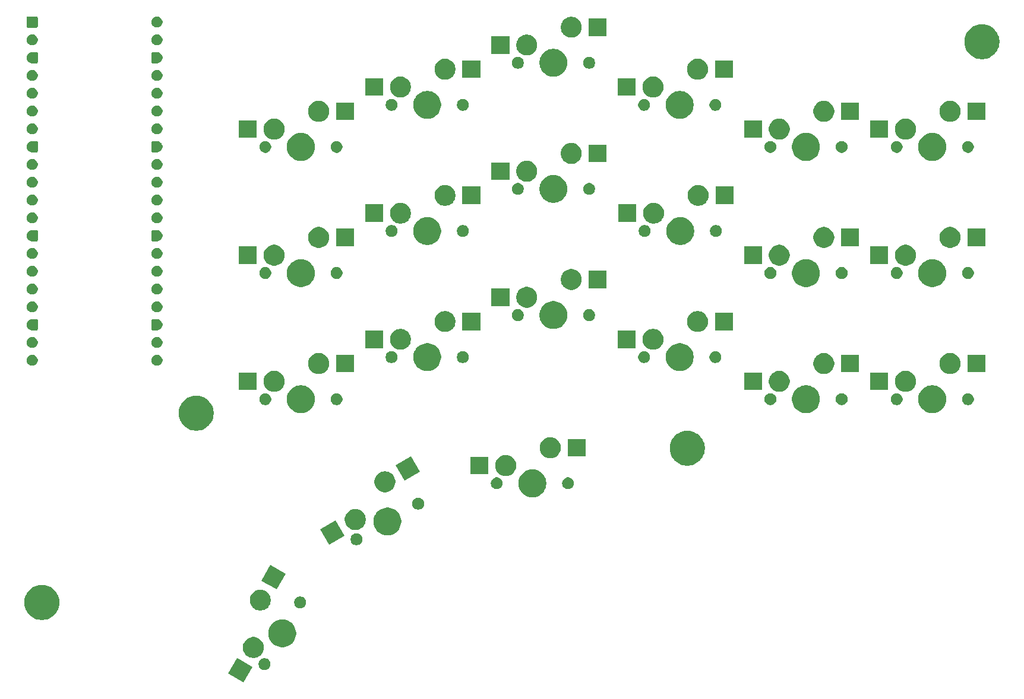
<source format=gbs>
%TF.GenerationSoftware,KiCad,Pcbnew,9.0.4*%
%TF.CreationDate,2025-11-01T07:57:15+01:00*%
%TF.ProjectId,kbv3-right,6b627633-2d72-4696-9768-742e6b696361,rev?*%
%TF.SameCoordinates,Original*%
%TF.FileFunction,Soldermask,Bot*%
%TF.FilePolarity,Negative*%
%FSLAX46Y46*%
G04 Gerber Fmt 4.6, Leading zero omitted, Abs format (unit mm)*
G04 Created by KiCad (PCBNEW 9.0.4) date 2025-11-01 07:57:15*
%MOMM*%
%LPD*%
G01*
G04 APERTURE LIST*
G04 APERTURE END LIST*
G36*
X75171120Y-154141286D02*
G01*
X76165587Y-154715442D01*
X77000327Y-155197379D01*
X75725327Y-157405743D01*
X73560263Y-156155743D01*
X74486292Y-154551815D01*
X74832310Y-153952493D01*
X74832311Y-153952491D01*
X74835263Y-153947379D01*
X75171120Y-154141286D01*
G37*
G36*
X78967003Y-153984557D02*
G01*
X79121111Y-154048391D01*
X79259805Y-154141063D01*
X79377755Y-154259013D01*
X79470427Y-154397707D01*
X79534261Y-154551815D01*
X79566803Y-154715415D01*
X79566803Y-154882221D01*
X79534261Y-155045821D01*
X79470427Y-155199929D01*
X79377755Y-155338623D01*
X79259805Y-155456573D01*
X79121111Y-155549245D01*
X78967003Y-155613079D01*
X78803403Y-155645621D01*
X78636597Y-155645621D01*
X78472997Y-155613079D01*
X78318889Y-155549245D01*
X78180195Y-155456573D01*
X78062245Y-155338623D01*
X77969573Y-155199929D01*
X77905739Y-155045821D01*
X77873197Y-154882221D01*
X77873197Y-154715415D01*
X77905739Y-154551815D01*
X77969573Y-154397707D01*
X78062245Y-154259013D01*
X78180195Y-154141063D01*
X78318889Y-154048391D01*
X78472997Y-153984557D01*
X78636597Y-153952015D01*
X78803403Y-153952015D01*
X78967003Y-153984557D01*
G37*
G36*
X77505463Y-150970411D02*
G01*
X77729320Y-151043147D01*
X77939043Y-151150006D01*
X78129467Y-151288357D01*
X78295904Y-151454794D01*
X78434255Y-151645218D01*
X78541114Y-151854941D01*
X78613850Y-152078798D01*
X78650671Y-152311277D01*
X78650671Y-152546655D01*
X78613850Y-152779134D01*
X78541114Y-153002991D01*
X78434255Y-153212714D01*
X78295904Y-153403138D01*
X78129467Y-153569575D01*
X77939043Y-153707926D01*
X77729320Y-153814785D01*
X77505463Y-153887521D01*
X77272984Y-153924342D01*
X77037606Y-153924342D01*
X76805127Y-153887521D01*
X76581270Y-153814785D01*
X76371547Y-153707926D01*
X76181123Y-153569575D01*
X76014686Y-153403138D01*
X75876335Y-153212714D01*
X75769476Y-153002991D01*
X75696740Y-152779134D01*
X75659919Y-152546655D01*
X75659919Y-152311277D01*
X75696740Y-152078798D01*
X75769476Y-151854941D01*
X75876335Y-151645218D01*
X76014686Y-151454794D01*
X76181123Y-151288357D01*
X76371547Y-151150006D01*
X76581270Y-151043147D01*
X76805127Y-150970411D01*
X77037606Y-150933590D01*
X77272984Y-150933590D01*
X77505463Y-150970411D01*
G37*
G36*
X81648991Y-148443821D02*
G01*
X81900918Y-148511325D01*
X82141879Y-148611134D01*
X82367751Y-148741542D01*
X82574670Y-148900316D01*
X82759093Y-149084739D01*
X82917867Y-149291658D01*
X83048275Y-149517530D01*
X83148084Y-149758491D01*
X83215588Y-150010418D01*
X83249631Y-150269002D01*
X83249631Y-150529816D01*
X83215588Y-150788400D01*
X83148084Y-151040327D01*
X83048275Y-151281288D01*
X82917867Y-151507160D01*
X82759093Y-151714079D01*
X82574670Y-151898502D01*
X82367751Y-152057276D01*
X82141879Y-152187684D01*
X81900918Y-152287493D01*
X81648991Y-152354997D01*
X81390407Y-152389040D01*
X81129593Y-152389040D01*
X80871009Y-152354997D01*
X80619082Y-152287493D01*
X80378121Y-152187684D01*
X80152249Y-152057276D01*
X79945330Y-151898502D01*
X79760907Y-151714079D01*
X79602133Y-151507160D01*
X79471725Y-151281288D01*
X79371916Y-151040327D01*
X79304412Y-150788400D01*
X79270369Y-150529816D01*
X79270369Y-150269002D01*
X79304412Y-150010418D01*
X79371916Y-149758491D01*
X79471725Y-149517530D01*
X79602133Y-149291658D01*
X79760907Y-149084739D01*
X79945330Y-148900316D01*
X80152249Y-148741542D01*
X80378121Y-148611134D01*
X80619082Y-148511325D01*
X80871009Y-148443821D01*
X81129593Y-148409778D01*
X81390407Y-148409778D01*
X81648991Y-148443821D01*
G37*
G36*
X47418766Y-143535322D02*
G01*
X47692089Y-143597707D01*
X47956709Y-143690301D01*
X48209297Y-143811941D01*
X48446678Y-143961098D01*
X48665866Y-144135895D01*
X48864105Y-144334134D01*
X49038902Y-144553322D01*
X49188059Y-144790703D01*
X49309699Y-145043291D01*
X49402293Y-145307911D01*
X49464678Y-145581234D01*
X49496067Y-145859824D01*
X49496067Y-146140176D01*
X49464678Y-146418766D01*
X49402293Y-146692089D01*
X49309699Y-146956709D01*
X49188059Y-147209297D01*
X49038902Y-147446678D01*
X48864105Y-147665866D01*
X48665866Y-147864105D01*
X48446678Y-148038902D01*
X48209297Y-148188059D01*
X47956709Y-148309699D01*
X47692089Y-148402293D01*
X47418766Y-148464678D01*
X47140176Y-148496067D01*
X46859824Y-148496067D01*
X46581234Y-148464678D01*
X46307911Y-148402293D01*
X46043291Y-148309699D01*
X45790703Y-148188059D01*
X45553322Y-148038902D01*
X45334134Y-147864105D01*
X45135895Y-147665866D01*
X44961098Y-147446678D01*
X44811941Y-147209297D01*
X44690301Y-146956709D01*
X44597707Y-146692089D01*
X44535322Y-146418766D01*
X44503933Y-146140176D01*
X44503933Y-145859824D01*
X44535322Y-145581234D01*
X44597707Y-145307911D01*
X44690301Y-145043291D01*
X44811941Y-144790703D01*
X44961098Y-144553322D01*
X45135895Y-144334134D01*
X45334134Y-144135895D01*
X45553322Y-143961098D01*
X45790703Y-143811941D01*
X46043291Y-143690301D01*
X46307911Y-143597707D01*
X46581234Y-143535322D01*
X46859824Y-143503933D01*
X47140176Y-143503933D01*
X47418766Y-143535322D01*
G37*
G36*
X78480759Y-144201149D02*
G01*
X78704616Y-144273885D01*
X78914339Y-144380744D01*
X79104763Y-144519095D01*
X79271200Y-144685532D01*
X79409551Y-144875956D01*
X79516410Y-145085679D01*
X79589146Y-145309536D01*
X79625967Y-145542015D01*
X79625967Y-145777393D01*
X79589146Y-146009872D01*
X79516410Y-146233729D01*
X79409551Y-146443452D01*
X79271200Y-146633876D01*
X79104763Y-146800313D01*
X78914339Y-146938664D01*
X78704616Y-147045523D01*
X78480759Y-147118259D01*
X78248280Y-147155080D01*
X78012902Y-147155080D01*
X77780423Y-147118259D01*
X77556566Y-147045523D01*
X77346843Y-146938664D01*
X77156419Y-146800313D01*
X76989982Y-146633876D01*
X76851631Y-146443452D01*
X76744772Y-146233729D01*
X76672036Y-146009872D01*
X76635215Y-145777393D01*
X76635215Y-145542015D01*
X76672036Y-145309536D01*
X76744772Y-145085679D01*
X76851631Y-144875956D01*
X76989982Y-144685532D01*
X77156419Y-144519095D01*
X77346843Y-144380744D01*
X77556566Y-144273885D01*
X77780423Y-144201149D01*
X78012902Y-144164328D01*
X78248280Y-144164328D01*
X78480759Y-144201149D01*
G37*
G36*
X84047003Y-145185739D02*
G01*
X84201111Y-145249573D01*
X84339805Y-145342245D01*
X84457755Y-145460195D01*
X84550427Y-145598889D01*
X84614261Y-145752997D01*
X84646803Y-145916597D01*
X84646803Y-146083403D01*
X84614261Y-146247003D01*
X84550427Y-146401111D01*
X84457755Y-146539805D01*
X84339805Y-146657755D01*
X84201111Y-146750427D01*
X84047003Y-146814261D01*
X83883403Y-146846803D01*
X83716597Y-146846803D01*
X83552997Y-146814261D01*
X83398889Y-146750427D01*
X83260195Y-146657755D01*
X83142245Y-146539805D01*
X83049573Y-146401111D01*
X82985739Y-146247003D01*
X82953197Y-146083403D01*
X82953197Y-145916597D01*
X82985739Y-145752997D01*
X83049573Y-145598889D01*
X83142245Y-145460195D01*
X83260195Y-145342245D01*
X83398889Y-145249573D01*
X83552997Y-145185739D01*
X83716597Y-145153197D01*
X83883403Y-145153197D01*
X84047003Y-145185739D01*
G37*
G36*
X81725623Y-141932927D02*
G01*
X80450623Y-144141291D01*
X78285559Y-142891291D01*
X79560559Y-140682927D01*
X81725623Y-141932927D01*
G37*
G36*
X92088185Y-136175739D02*
G01*
X92242293Y-136239573D01*
X92380987Y-136332245D01*
X92498937Y-136450195D01*
X92591609Y-136588889D01*
X92655443Y-136742997D01*
X92687985Y-136906597D01*
X92687985Y-137073403D01*
X92655443Y-137237003D01*
X92591609Y-137391111D01*
X92498937Y-137529805D01*
X92380987Y-137647755D01*
X92242293Y-137740427D01*
X92088185Y-137804261D01*
X91924585Y-137836803D01*
X91757779Y-137836803D01*
X91594179Y-137804261D01*
X91440071Y-137740427D01*
X91301377Y-137647755D01*
X91183427Y-137529805D01*
X91090755Y-137391111D01*
X91026921Y-137237003D01*
X90994379Y-137073403D01*
X90994379Y-136906597D01*
X91026921Y-136742997D01*
X91090755Y-136588889D01*
X91183427Y-136450195D01*
X91301377Y-136332245D01*
X91440071Y-136239573D01*
X91594179Y-136175739D01*
X91757779Y-136143197D01*
X91924585Y-136143197D01*
X92088185Y-136175739D01*
G37*
G36*
X90152621Y-136475327D02*
G01*
X87944257Y-137750327D01*
X86694257Y-135585263D01*
X88902621Y-134310263D01*
X90152621Y-136475327D01*
G37*
G36*
X96629582Y-132494412D02*
G01*
X96881509Y-132561916D01*
X97122470Y-132661725D01*
X97348342Y-132792133D01*
X97555261Y-132950907D01*
X97739684Y-133135330D01*
X97898458Y-133342249D01*
X98028866Y-133568121D01*
X98128675Y-133809082D01*
X98196179Y-134061009D01*
X98230222Y-134319593D01*
X98230222Y-134580407D01*
X98196179Y-134838991D01*
X98128675Y-135090918D01*
X98028866Y-135331879D01*
X97898458Y-135557751D01*
X97739684Y-135764670D01*
X97555261Y-135949093D01*
X97348342Y-136107867D01*
X97122470Y-136238275D01*
X96881509Y-136338084D01*
X96629582Y-136405588D01*
X96370998Y-136439631D01*
X96110184Y-136439631D01*
X95851600Y-136405588D01*
X95599673Y-136338084D01*
X95358712Y-136238275D01*
X95132840Y-136107867D01*
X94925921Y-135949093D01*
X94741498Y-135764670D01*
X94582724Y-135557751D01*
X94452316Y-135331879D01*
X94352507Y-135090918D01*
X94285003Y-134838991D01*
X94250960Y-134580407D01*
X94250960Y-134319593D01*
X94285003Y-134061009D01*
X94352507Y-133809082D01*
X94452316Y-133568121D01*
X94582724Y-133342249D01*
X94741498Y-133135330D01*
X94925921Y-132950907D01*
X95132840Y-132792133D01*
X95358712Y-132661725D01*
X95599673Y-132561916D01*
X95851600Y-132494412D01*
X96110184Y-132460369D01*
X96370998Y-132460369D01*
X96629582Y-132494412D01*
G37*
G36*
X92021202Y-132696740D02*
G01*
X92245059Y-132769476D01*
X92454782Y-132876335D01*
X92645206Y-133014686D01*
X92811643Y-133181123D01*
X92949994Y-133371547D01*
X93056853Y-133581270D01*
X93129589Y-133805127D01*
X93166410Y-134037606D01*
X93166410Y-134272984D01*
X93129589Y-134505463D01*
X93056853Y-134729320D01*
X92949994Y-134939043D01*
X92811643Y-135129467D01*
X92645206Y-135295904D01*
X92454782Y-135434255D01*
X92245059Y-135541114D01*
X92021202Y-135613850D01*
X91788723Y-135650671D01*
X91553345Y-135650671D01*
X91320866Y-135613850D01*
X91097009Y-135541114D01*
X90887286Y-135434255D01*
X90696862Y-135295904D01*
X90530425Y-135129467D01*
X90392074Y-134939043D01*
X90285215Y-134729320D01*
X90212479Y-134505463D01*
X90175658Y-134272984D01*
X90175658Y-134037606D01*
X90212479Y-133805127D01*
X90285215Y-133581270D01*
X90392074Y-133371547D01*
X90530425Y-133181123D01*
X90696862Y-133014686D01*
X90887286Y-132876335D01*
X91097009Y-132769476D01*
X91320866Y-132696740D01*
X91553345Y-132659919D01*
X91788723Y-132659919D01*
X92021202Y-132696740D01*
G37*
G36*
X100887003Y-131095739D02*
G01*
X101041111Y-131159573D01*
X101179805Y-131252245D01*
X101297755Y-131370195D01*
X101390427Y-131508889D01*
X101454261Y-131662997D01*
X101486803Y-131826597D01*
X101486803Y-131993403D01*
X101454261Y-132157003D01*
X101390427Y-132311111D01*
X101297755Y-132449805D01*
X101179805Y-132567755D01*
X101041111Y-132660427D01*
X100887003Y-132724261D01*
X100723403Y-132756803D01*
X100556597Y-132756803D01*
X100392997Y-132724261D01*
X100238889Y-132660427D01*
X100100195Y-132567755D01*
X99982245Y-132449805D01*
X99889573Y-132311111D01*
X99825739Y-132157003D01*
X99793197Y-131993403D01*
X99793197Y-131826597D01*
X99825739Y-131662997D01*
X99889573Y-131508889D01*
X99982245Y-131370195D01*
X100100195Y-131252245D01*
X100238889Y-131159573D01*
X100392997Y-131095739D01*
X100556597Y-131063197D01*
X100723403Y-131063197D01*
X100887003Y-131095739D01*
G37*
G36*
X117308991Y-127044412D02*
G01*
X117560918Y-127111916D01*
X117801879Y-127211725D01*
X118027751Y-127342133D01*
X118234670Y-127500907D01*
X118419093Y-127685330D01*
X118577867Y-127892249D01*
X118708275Y-128118121D01*
X118808084Y-128359082D01*
X118875588Y-128611009D01*
X118909631Y-128869593D01*
X118909631Y-129130407D01*
X118875588Y-129388991D01*
X118808084Y-129640918D01*
X118708275Y-129881879D01*
X118577867Y-130107751D01*
X118419093Y-130314670D01*
X118234670Y-130499093D01*
X118027751Y-130657867D01*
X117801879Y-130788275D01*
X117560918Y-130888084D01*
X117308991Y-130955588D01*
X117050407Y-130989631D01*
X116789593Y-130989631D01*
X116531009Y-130955588D01*
X116279082Y-130888084D01*
X116038121Y-130788275D01*
X115812249Y-130657867D01*
X115605330Y-130499093D01*
X115420907Y-130314670D01*
X115262133Y-130107751D01*
X115131725Y-129881879D01*
X115031916Y-129640918D01*
X114964412Y-129388991D01*
X114930369Y-129130407D01*
X114930369Y-128869593D01*
X114964412Y-128611009D01*
X115031916Y-128359082D01*
X115131725Y-128118121D01*
X115262133Y-127892249D01*
X115420907Y-127685330D01*
X115605330Y-127500907D01*
X115812249Y-127342133D01*
X116038121Y-127211725D01*
X116279082Y-127111916D01*
X116531009Y-127044412D01*
X116789593Y-127010369D01*
X117050407Y-127010369D01*
X117308991Y-127044412D01*
G37*
G36*
X96250464Y-127322036D02*
G01*
X96474321Y-127394772D01*
X96684044Y-127501631D01*
X96874468Y-127639982D01*
X97040905Y-127806419D01*
X97179256Y-127996843D01*
X97286115Y-128206566D01*
X97358851Y-128430423D01*
X97395672Y-128662902D01*
X97395672Y-128898280D01*
X97358851Y-129130759D01*
X97286115Y-129354616D01*
X97179256Y-129564339D01*
X97040905Y-129754763D01*
X96874468Y-129921200D01*
X96684044Y-130059551D01*
X96474321Y-130166410D01*
X96250464Y-130239146D01*
X96017985Y-130275967D01*
X95782607Y-130275967D01*
X95550128Y-130239146D01*
X95326271Y-130166410D01*
X95116548Y-130059551D01*
X94926124Y-129921200D01*
X94759687Y-129754763D01*
X94621336Y-129564339D01*
X94514477Y-129354616D01*
X94441741Y-129130759D01*
X94404920Y-128898280D01*
X94404920Y-128662902D01*
X94441741Y-128430423D01*
X94514477Y-128206566D01*
X94621336Y-127996843D01*
X94759687Y-127806419D01*
X94926124Y-127639982D01*
X95116548Y-127501631D01*
X95326271Y-127394772D01*
X95550128Y-127322036D01*
X95782607Y-127285215D01*
X96017985Y-127285215D01*
X96250464Y-127322036D01*
G37*
G36*
X112087003Y-128185739D02*
G01*
X112241111Y-128249573D01*
X112379805Y-128342245D01*
X112497755Y-128460195D01*
X112590427Y-128598889D01*
X112654261Y-128752997D01*
X112686803Y-128916597D01*
X112686803Y-129083403D01*
X112654261Y-129247003D01*
X112590427Y-129401111D01*
X112497755Y-129539805D01*
X112379805Y-129657755D01*
X112241111Y-129750427D01*
X112087003Y-129814261D01*
X111923403Y-129846803D01*
X111756597Y-129846803D01*
X111592997Y-129814261D01*
X111438889Y-129750427D01*
X111300195Y-129657755D01*
X111182245Y-129539805D01*
X111089573Y-129401111D01*
X111025739Y-129247003D01*
X110993197Y-129083403D01*
X110993197Y-128916597D01*
X111025739Y-128752997D01*
X111089573Y-128598889D01*
X111182245Y-128460195D01*
X111300195Y-128342245D01*
X111438889Y-128249573D01*
X111592997Y-128185739D01*
X111756597Y-128153197D01*
X111923403Y-128153197D01*
X112087003Y-128185739D01*
G37*
G36*
X122247003Y-128185739D02*
G01*
X122401111Y-128249573D01*
X122539805Y-128342245D01*
X122657755Y-128460195D01*
X122750427Y-128598889D01*
X122814261Y-128752997D01*
X122846803Y-128916597D01*
X122846803Y-129083403D01*
X122814261Y-129247003D01*
X122750427Y-129401111D01*
X122657755Y-129539805D01*
X122539805Y-129657755D01*
X122401111Y-129750427D01*
X122247003Y-129814261D01*
X122083403Y-129846803D01*
X121916597Y-129846803D01*
X121752997Y-129814261D01*
X121598889Y-129750427D01*
X121460195Y-129657755D01*
X121342245Y-129539805D01*
X121249573Y-129401111D01*
X121185739Y-129247003D01*
X121153197Y-129083403D01*
X121153197Y-128916597D01*
X121185739Y-128752997D01*
X121249573Y-128598889D01*
X121342245Y-128460195D01*
X121460195Y-128342245D01*
X121598889Y-128249573D01*
X121752997Y-128185739D01*
X121916597Y-128153197D01*
X122083403Y-128153197D01*
X122247003Y-128185739D01*
G37*
G36*
X100877073Y-127350623D02*
G01*
X98668709Y-128625623D01*
X97418709Y-126460559D01*
X99627073Y-125185559D01*
X100877073Y-127350623D01*
G37*
G36*
X113460168Y-125001445D02*
G01*
X113684025Y-125074181D01*
X113893748Y-125181040D01*
X114084172Y-125319391D01*
X114250609Y-125485828D01*
X114388960Y-125676252D01*
X114495819Y-125885975D01*
X114568555Y-126109832D01*
X114605376Y-126342311D01*
X114605376Y-126577689D01*
X114568555Y-126810168D01*
X114495819Y-127034025D01*
X114388960Y-127243748D01*
X114250609Y-127434172D01*
X114084172Y-127600609D01*
X113893748Y-127738960D01*
X113684025Y-127845819D01*
X113460168Y-127918555D01*
X113227689Y-127955376D01*
X112992311Y-127955376D01*
X112759832Y-127918555D01*
X112535975Y-127845819D01*
X112326252Y-127738960D01*
X112135828Y-127600609D01*
X111969391Y-127434172D01*
X111831040Y-127243748D01*
X111724181Y-127034025D01*
X111651445Y-126810168D01*
X111614624Y-126577689D01*
X111614624Y-126342311D01*
X111651445Y-126109832D01*
X111724181Y-125885975D01*
X111831040Y-125676252D01*
X111969391Y-125485828D01*
X112135828Y-125319391D01*
X112326252Y-125181040D01*
X112535975Y-125074181D01*
X112759832Y-125001445D01*
X112992311Y-124964624D01*
X113227689Y-124964624D01*
X113460168Y-125001445D01*
G37*
G36*
X110635000Y-127710000D02*
G01*
X108085000Y-127710000D01*
X108085000Y-125210000D01*
X110635000Y-125210000D01*
X110635000Y-127710000D01*
G37*
G36*
X139418766Y-121535322D02*
G01*
X139692089Y-121597707D01*
X139956709Y-121690301D01*
X140209297Y-121811941D01*
X140446678Y-121961098D01*
X140665866Y-122135895D01*
X140864105Y-122334134D01*
X141038902Y-122553322D01*
X141188059Y-122790703D01*
X141309699Y-123043291D01*
X141402293Y-123307911D01*
X141464678Y-123581234D01*
X141496067Y-123859824D01*
X141496067Y-124140176D01*
X141464678Y-124418766D01*
X141402293Y-124692089D01*
X141309699Y-124956709D01*
X141188059Y-125209297D01*
X141038902Y-125446678D01*
X140864105Y-125665866D01*
X140665866Y-125864105D01*
X140446678Y-126038902D01*
X140209297Y-126188059D01*
X139956709Y-126309699D01*
X139692089Y-126402293D01*
X139418766Y-126464678D01*
X139140176Y-126496067D01*
X138859824Y-126496067D01*
X138581234Y-126464678D01*
X138307911Y-126402293D01*
X138043291Y-126309699D01*
X137790703Y-126188059D01*
X137553322Y-126038902D01*
X137334134Y-125864105D01*
X137135895Y-125665866D01*
X136961098Y-125446678D01*
X136811941Y-125209297D01*
X136690301Y-124956709D01*
X136597707Y-124692089D01*
X136535322Y-124418766D01*
X136503933Y-124140176D01*
X136503933Y-123859824D01*
X136535322Y-123581234D01*
X136597707Y-123307911D01*
X136690301Y-123043291D01*
X136811941Y-122790703D01*
X136961098Y-122553322D01*
X137135895Y-122334134D01*
X137334134Y-122135895D01*
X137553322Y-121961098D01*
X137790703Y-121811941D01*
X138043291Y-121690301D01*
X138307911Y-121597707D01*
X138581234Y-121535322D01*
X138859824Y-121503933D01*
X139140176Y-121503933D01*
X139418766Y-121535322D01*
G37*
G36*
X119810168Y-122461445D02*
G01*
X120034025Y-122534181D01*
X120243748Y-122641040D01*
X120434172Y-122779391D01*
X120600609Y-122945828D01*
X120738960Y-123136252D01*
X120845819Y-123345975D01*
X120918555Y-123569832D01*
X120955376Y-123802311D01*
X120955376Y-124037689D01*
X120918555Y-124270168D01*
X120845819Y-124494025D01*
X120738960Y-124703748D01*
X120600609Y-124894172D01*
X120434172Y-125060609D01*
X120243748Y-125198960D01*
X120034025Y-125305819D01*
X119810168Y-125378555D01*
X119577689Y-125415376D01*
X119342311Y-125415376D01*
X119109832Y-125378555D01*
X118885975Y-125305819D01*
X118676252Y-125198960D01*
X118485828Y-125060609D01*
X118319391Y-124894172D01*
X118181040Y-124703748D01*
X118074181Y-124494025D01*
X118001445Y-124270168D01*
X117964624Y-124037689D01*
X117964624Y-123802311D01*
X118001445Y-123569832D01*
X118074181Y-123345975D01*
X118181040Y-123136252D01*
X118319391Y-122945828D01*
X118485828Y-122779391D01*
X118676252Y-122641040D01*
X118885975Y-122534181D01*
X119109832Y-122461445D01*
X119342311Y-122424624D01*
X119577689Y-122424624D01*
X119810168Y-122461445D01*
G37*
G36*
X124485000Y-125170000D02*
G01*
X121935000Y-125170000D01*
X121935000Y-122670000D01*
X124485000Y-122670000D01*
X124485000Y-125170000D01*
G37*
G36*
X69418766Y-116535322D02*
G01*
X69692089Y-116597707D01*
X69956709Y-116690301D01*
X70209297Y-116811941D01*
X70446678Y-116961098D01*
X70665866Y-117135895D01*
X70864105Y-117334134D01*
X71038902Y-117553322D01*
X71188059Y-117790703D01*
X71309699Y-118043291D01*
X71402293Y-118307911D01*
X71464678Y-118581234D01*
X71496067Y-118859824D01*
X71496067Y-119140176D01*
X71464678Y-119418766D01*
X71402293Y-119692089D01*
X71309699Y-119956709D01*
X71188059Y-120209297D01*
X71038902Y-120446678D01*
X70864105Y-120665866D01*
X70665866Y-120864105D01*
X70446678Y-121038902D01*
X70209297Y-121188059D01*
X69956709Y-121309699D01*
X69692089Y-121402293D01*
X69418766Y-121464678D01*
X69140176Y-121496067D01*
X68859824Y-121496067D01*
X68581234Y-121464678D01*
X68307911Y-121402293D01*
X68043291Y-121309699D01*
X67790703Y-121188059D01*
X67553322Y-121038902D01*
X67334134Y-120864105D01*
X67135895Y-120665866D01*
X66961098Y-120446678D01*
X66811941Y-120209297D01*
X66690301Y-119956709D01*
X66597707Y-119692089D01*
X66535322Y-119418766D01*
X66503933Y-119140176D01*
X66503933Y-118859824D01*
X66535322Y-118581234D01*
X66597707Y-118307911D01*
X66690301Y-118043291D01*
X66811941Y-117790703D01*
X66961098Y-117553322D01*
X67135895Y-117334134D01*
X67334134Y-117135895D01*
X67553322Y-116961098D01*
X67790703Y-116811941D01*
X68043291Y-116690301D01*
X68307911Y-116597707D01*
X68581234Y-116535322D01*
X68859824Y-116503933D01*
X69140176Y-116503933D01*
X69418766Y-116535322D01*
G37*
G36*
X84308991Y-115044412D02*
G01*
X84560918Y-115111916D01*
X84801879Y-115211725D01*
X85027751Y-115342133D01*
X85234670Y-115500907D01*
X85419093Y-115685330D01*
X85577867Y-115892249D01*
X85708275Y-116118121D01*
X85808084Y-116359082D01*
X85875588Y-116611009D01*
X85909631Y-116869593D01*
X85909631Y-117130407D01*
X85875588Y-117388991D01*
X85808084Y-117640918D01*
X85708275Y-117881879D01*
X85577867Y-118107751D01*
X85419093Y-118314670D01*
X85234670Y-118499093D01*
X85027751Y-118657867D01*
X84801879Y-118788275D01*
X84560918Y-118888084D01*
X84308991Y-118955588D01*
X84050407Y-118989631D01*
X83789593Y-118989631D01*
X83531009Y-118955588D01*
X83279082Y-118888084D01*
X83038121Y-118788275D01*
X82812249Y-118657867D01*
X82605330Y-118499093D01*
X82420907Y-118314670D01*
X82262133Y-118107751D01*
X82131725Y-117881879D01*
X82031916Y-117640918D01*
X81964412Y-117388991D01*
X81930369Y-117130407D01*
X81930369Y-116869593D01*
X81964412Y-116611009D01*
X82031916Y-116359082D01*
X82131725Y-116118121D01*
X82262133Y-115892249D01*
X82420907Y-115685330D01*
X82605330Y-115500907D01*
X82812249Y-115342133D01*
X83038121Y-115211725D01*
X83279082Y-115111916D01*
X83531009Y-115044412D01*
X83789593Y-115010369D01*
X84050407Y-115010369D01*
X84308991Y-115044412D01*
G37*
G36*
X156308991Y-115044412D02*
G01*
X156560918Y-115111916D01*
X156801879Y-115211725D01*
X157027751Y-115342133D01*
X157234670Y-115500907D01*
X157419093Y-115685330D01*
X157577867Y-115892249D01*
X157708275Y-116118121D01*
X157808084Y-116359082D01*
X157875588Y-116611009D01*
X157909631Y-116869593D01*
X157909631Y-117130407D01*
X157875588Y-117388991D01*
X157808084Y-117640918D01*
X157708275Y-117881879D01*
X157577867Y-118107751D01*
X157419093Y-118314670D01*
X157234670Y-118499093D01*
X157027751Y-118657867D01*
X156801879Y-118788275D01*
X156560918Y-118888084D01*
X156308991Y-118955588D01*
X156050407Y-118989631D01*
X155789593Y-118989631D01*
X155531009Y-118955588D01*
X155279082Y-118888084D01*
X155038121Y-118788275D01*
X154812249Y-118657867D01*
X154605330Y-118499093D01*
X154420907Y-118314670D01*
X154262133Y-118107751D01*
X154131725Y-117881879D01*
X154031916Y-117640918D01*
X153964412Y-117388991D01*
X153930369Y-117130407D01*
X153930369Y-116869593D01*
X153964412Y-116611009D01*
X154031916Y-116359082D01*
X154131725Y-116118121D01*
X154262133Y-115892249D01*
X154420907Y-115685330D01*
X154605330Y-115500907D01*
X154812249Y-115342133D01*
X155038121Y-115211725D01*
X155279082Y-115111916D01*
X155531009Y-115044412D01*
X155789593Y-115010369D01*
X156050407Y-115010369D01*
X156308991Y-115044412D01*
G37*
G36*
X174308991Y-115044412D02*
G01*
X174560918Y-115111916D01*
X174801879Y-115211725D01*
X175027751Y-115342133D01*
X175234670Y-115500907D01*
X175419093Y-115685330D01*
X175577867Y-115892249D01*
X175708275Y-116118121D01*
X175808084Y-116359082D01*
X175875588Y-116611009D01*
X175909631Y-116869593D01*
X175909631Y-117130407D01*
X175875588Y-117388991D01*
X175808084Y-117640918D01*
X175708275Y-117881879D01*
X175577867Y-118107751D01*
X175419093Y-118314670D01*
X175234670Y-118499093D01*
X175027751Y-118657867D01*
X174801879Y-118788275D01*
X174560918Y-118888084D01*
X174308991Y-118955588D01*
X174050407Y-118989631D01*
X173789593Y-118989631D01*
X173531009Y-118955588D01*
X173279082Y-118888084D01*
X173038121Y-118788275D01*
X172812249Y-118657867D01*
X172605330Y-118499093D01*
X172420907Y-118314670D01*
X172262133Y-118107751D01*
X172131725Y-117881879D01*
X172031916Y-117640918D01*
X171964412Y-117388991D01*
X171930369Y-117130407D01*
X171930369Y-116869593D01*
X171964412Y-116611009D01*
X172031916Y-116359082D01*
X172131725Y-116118121D01*
X172262133Y-115892249D01*
X172420907Y-115685330D01*
X172605330Y-115500907D01*
X172812249Y-115342133D01*
X173038121Y-115211725D01*
X173279082Y-115111916D01*
X173531009Y-115044412D01*
X173789593Y-115010369D01*
X174050407Y-115010369D01*
X174308991Y-115044412D01*
G37*
G36*
X79087003Y-116185739D02*
G01*
X79241111Y-116249573D01*
X79379805Y-116342245D01*
X79497755Y-116460195D01*
X79590427Y-116598889D01*
X79654261Y-116752997D01*
X79686803Y-116916597D01*
X79686803Y-117083403D01*
X79654261Y-117247003D01*
X79590427Y-117401111D01*
X79497755Y-117539805D01*
X79379805Y-117657755D01*
X79241111Y-117750427D01*
X79087003Y-117814261D01*
X78923403Y-117846803D01*
X78756597Y-117846803D01*
X78592997Y-117814261D01*
X78438889Y-117750427D01*
X78300195Y-117657755D01*
X78182245Y-117539805D01*
X78089573Y-117401111D01*
X78025739Y-117247003D01*
X77993197Y-117083403D01*
X77993197Y-116916597D01*
X78025739Y-116752997D01*
X78089573Y-116598889D01*
X78182245Y-116460195D01*
X78300195Y-116342245D01*
X78438889Y-116249573D01*
X78592997Y-116185739D01*
X78756597Y-116153197D01*
X78923403Y-116153197D01*
X79087003Y-116185739D01*
G37*
G36*
X89247003Y-116185739D02*
G01*
X89401111Y-116249573D01*
X89539805Y-116342245D01*
X89657755Y-116460195D01*
X89750427Y-116598889D01*
X89814261Y-116752997D01*
X89846803Y-116916597D01*
X89846803Y-117083403D01*
X89814261Y-117247003D01*
X89750427Y-117401111D01*
X89657755Y-117539805D01*
X89539805Y-117657755D01*
X89401111Y-117750427D01*
X89247003Y-117814261D01*
X89083403Y-117846803D01*
X88916597Y-117846803D01*
X88752997Y-117814261D01*
X88598889Y-117750427D01*
X88460195Y-117657755D01*
X88342245Y-117539805D01*
X88249573Y-117401111D01*
X88185739Y-117247003D01*
X88153197Y-117083403D01*
X88153197Y-116916597D01*
X88185739Y-116752997D01*
X88249573Y-116598889D01*
X88342245Y-116460195D01*
X88460195Y-116342245D01*
X88598889Y-116249573D01*
X88752997Y-116185739D01*
X88916597Y-116153197D01*
X89083403Y-116153197D01*
X89247003Y-116185739D01*
G37*
G36*
X151087003Y-116185739D02*
G01*
X151241111Y-116249573D01*
X151379805Y-116342245D01*
X151497755Y-116460195D01*
X151590427Y-116598889D01*
X151654261Y-116752997D01*
X151686803Y-116916597D01*
X151686803Y-117083403D01*
X151654261Y-117247003D01*
X151590427Y-117401111D01*
X151497755Y-117539805D01*
X151379805Y-117657755D01*
X151241111Y-117750427D01*
X151087003Y-117814261D01*
X150923403Y-117846803D01*
X150756597Y-117846803D01*
X150592997Y-117814261D01*
X150438889Y-117750427D01*
X150300195Y-117657755D01*
X150182245Y-117539805D01*
X150089573Y-117401111D01*
X150025739Y-117247003D01*
X149993197Y-117083403D01*
X149993197Y-116916597D01*
X150025739Y-116752997D01*
X150089573Y-116598889D01*
X150182245Y-116460195D01*
X150300195Y-116342245D01*
X150438889Y-116249573D01*
X150592997Y-116185739D01*
X150756597Y-116153197D01*
X150923403Y-116153197D01*
X151087003Y-116185739D01*
G37*
G36*
X161247003Y-116185739D02*
G01*
X161401111Y-116249573D01*
X161539805Y-116342245D01*
X161657755Y-116460195D01*
X161750427Y-116598889D01*
X161814261Y-116752997D01*
X161846803Y-116916597D01*
X161846803Y-117083403D01*
X161814261Y-117247003D01*
X161750427Y-117401111D01*
X161657755Y-117539805D01*
X161539805Y-117657755D01*
X161401111Y-117750427D01*
X161247003Y-117814261D01*
X161083403Y-117846803D01*
X160916597Y-117846803D01*
X160752997Y-117814261D01*
X160598889Y-117750427D01*
X160460195Y-117657755D01*
X160342245Y-117539805D01*
X160249573Y-117401111D01*
X160185739Y-117247003D01*
X160153197Y-117083403D01*
X160153197Y-116916597D01*
X160185739Y-116752997D01*
X160249573Y-116598889D01*
X160342245Y-116460195D01*
X160460195Y-116342245D01*
X160598889Y-116249573D01*
X160752997Y-116185739D01*
X160916597Y-116153197D01*
X161083403Y-116153197D01*
X161247003Y-116185739D01*
G37*
G36*
X169087003Y-116185739D02*
G01*
X169241111Y-116249573D01*
X169379805Y-116342245D01*
X169497755Y-116460195D01*
X169590427Y-116598889D01*
X169654261Y-116752997D01*
X169686803Y-116916597D01*
X169686803Y-117083403D01*
X169654261Y-117247003D01*
X169590427Y-117401111D01*
X169497755Y-117539805D01*
X169379805Y-117657755D01*
X169241111Y-117750427D01*
X169087003Y-117814261D01*
X168923403Y-117846803D01*
X168756597Y-117846803D01*
X168592997Y-117814261D01*
X168438889Y-117750427D01*
X168300195Y-117657755D01*
X168182245Y-117539805D01*
X168089573Y-117401111D01*
X168025739Y-117247003D01*
X167993197Y-117083403D01*
X167993197Y-116916597D01*
X168025739Y-116752997D01*
X168089573Y-116598889D01*
X168182245Y-116460195D01*
X168300195Y-116342245D01*
X168438889Y-116249573D01*
X168592997Y-116185739D01*
X168756597Y-116153197D01*
X168923403Y-116153197D01*
X169087003Y-116185739D01*
G37*
G36*
X179247003Y-116185739D02*
G01*
X179401111Y-116249573D01*
X179539805Y-116342245D01*
X179657755Y-116460195D01*
X179750427Y-116598889D01*
X179814261Y-116752997D01*
X179846803Y-116916597D01*
X179846803Y-117083403D01*
X179814261Y-117247003D01*
X179750427Y-117401111D01*
X179657755Y-117539805D01*
X179539805Y-117657755D01*
X179401111Y-117750427D01*
X179247003Y-117814261D01*
X179083403Y-117846803D01*
X178916597Y-117846803D01*
X178752997Y-117814261D01*
X178598889Y-117750427D01*
X178460195Y-117657755D01*
X178342245Y-117539805D01*
X178249573Y-117401111D01*
X178185739Y-117247003D01*
X178153197Y-117083403D01*
X178153197Y-116916597D01*
X178185739Y-116752997D01*
X178249573Y-116598889D01*
X178342245Y-116460195D01*
X178460195Y-116342245D01*
X178598889Y-116249573D01*
X178752997Y-116185739D01*
X178916597Y-116153197D01*
X179083403Y-116153197D01*
X179247003Y-116185739D01*
G37*
G36*
X80460168Y-113001445D02*
G01*
X80684025Y-113074181D01*
X80893748Y-113181040D01*
X81084172Y-113319391D01*
X81250609Y-113485828D01*
X81388960Y-113676252D01*
X81495819Y-113885975D01*
X81568555Y-114109832D01*
X81605376Y-114342311D01*
X81605376Y-114577689D01*
X81568555Y-114810168D01*
X81495819Y-115034025D01*
X81388960Y-115243748D01*
X81250609Y-115434172D01*
X81084172Y-115600609D01*
X80893748Y-115738960D01*
X80684025Y-115845819D01*
X80460168Y-115918555D01*
X80227689Y-115955376D01*
X79992311Y-115955376D01*
X79759832Y-115918555D01*
X79535975Y-115845819D01*
X79326252Y-115738960D01*
X79135828Y-115600609D01*
X78969391Y-115434172D01*
X78831040Y-115243748D01*
X78724181Y-115034025D01*
X78651445Y-114810168D01*
X78614624Y-114577689D01*
X78614624Y-114342311D01*
X78651445Y-114109832D01*
X78724181Y-113885975D01*
X78831040Y-113676252D01*
X78969391Y-113485828D01*
X79135828Y-113319391D01*
X79326252Y-113181040D01*
X79535975Y-113074181D01*
X79759832Y-113001445D01*
X79992311Y-112964624D01*
X80227689Y-112964624D01*
X80460168Y-113001445D01*
G37*
G36*
X152460168Y-113001445D02*
G01*
X152684025Y-113074181D01*
X152893748Y-113181040D01*
X153084172Y-113319391D01*
X153250609Y-113485828D01*
X153388960Y-113676252D01*
X153495819Y-113885975D01*
X153568555Y-114109832D01*
X153605376Y-114342311D01*
X153605376Y-114577689D01*
X153568555Y-114810168D01*
X153495819Y-115034025D01*
X153388960Y-115243748D01*
X153250609Y-115434172D01*
X153084172Y-115600609D01*
X152893748Y-115738960D01*
X152684025Y-115845819D01*
X152460168Y-115918555D01*
X152227689Y-115955376D01*
X151992311Y-115955376D01*
X151759832Y-115918555D01*
X151535975Y-115845819D01*
X151326252Y-115738960D01*
X151135828Y-115600609D01*
X150969391Y-115434172D01*
X150831040Y-115243748D01*
X150724181Y-115034025D01*
X150651445Y-114810168D01*
X150614624Y-114577689D01*
X150614624Y-114342311D01*
X150651445Y-114109832D01*
X150724181Y-113885975D01*
X150831040Y-113676252D01*
X150969391Y-113485828D01*
X151135828Y-113319391D01*
X151326252Y-113181040D01*
X151535975Y-113074181D01*
X151759832Y-113001445D01*
X151992311Y-112964624D01*
X152227689Y-112964624D01*
X152460168Y-113001445D01*
G37*
G36*
X170460168Y-113001445D02*
G01*
X170684025Y-113074181D01*
X170893748Y-113181040D01*
X171084172Y-113319391D01*
X171250609Y-113485828D01*
X171388960Y-113676252D01*
X171495819Y-113885975D01*
X171568555Y-114109832D01*
X171605376Y-114342311D01*
X171605376Y-114577689D01*
X171568555Y-114810168D01*
X171495819Y-115034025D01*
X171388960Y-115243748D01*
X171250609Y-115434172D01*
X171084172Y-115600609D01*
X170893748Y-115738960D01*
X170684025Y-115845819D01*
X170460168Y-115918555D01*
X170227689Y-115955376D01*
X169992311Y-115955376D01*
X169759832Y-115918555D01*
X169535975Y-115845819D01*
X169326252Y-115738960D01*
X169135828Y-115600609D01*
X168969391Y-115434172D01*
X168831040Y-115243748D01*
X168724181Y-115034025D01*
X168651445Y-114810168D01*
X168614624Y-114577689D01*
X168614624Y-114342311D01*
X168651445Y-114109832D01*
X168724181Y-113885975D01*
X168831040Y-113676252D01*
X168969391Y-113485828D01*
X169135828Y-113319391D01*
X169326252Y-113181040D01*
X169535975Y-113074181D01*
X169759832Y-113001445D01*
X169992311Y-112964624D01*
X170227689Y-112964624D01*
X170460168Y-113001445D01*
G37*
G36*
X77635000Y-115710000D02*
G01*
X75085000Y-115710000D01*
X75085000Y-113210000D01*
X77635000Y-113210000D01*
X77635000Y-115710000D01*
G37*
G36*
X149635000Y-115710000D02*
G01*
X147085000Y-115710000D01*
X147085000Y-113210000D01*
X149635000Y-113210000D01*
X149635000Y-115710000D01*
G37*
G36*
X167635000Y-115710000D02*
G01*
X165085000Y-115710000D01*
X165085000Y-113210000D01*
X167635000Y-113210000D01*
X167635000Y-115710000D01*
G37*
G36*
X86810168Y-110461445D02*
G01*
X87034025Y-110534181D01*
X87243748Y-110641040D01*
X87434172Y-110779391D01*
X87600609Y-110945828D01*
X87738960Y-111136252D01*
X87845819Y-111345975D01*
X87918555Y-111569832D01*
X87955376Y-111802311D01*
X87955376Y-112037689D01*
X87918555Y-112270168D01*
X87845819Y-112494025D01*
X87738960Y-112703748D01*
X87600609Y-112894172D01*
X87434172Y-113060609D01*
X87243748Y-113198960D01*
X87034025Y-113305819D01*
X86810168Y-113378555D01*
X86577689Y-113415376D01*
X86342311Y-113415376D01*
X86109832Y-113378555D01*
X85885975Y-113305819D01*
X85676252Y-113198960D01*
X85485828Y-113060609D01*
X85319391Y-112894172D01*
X85181040Y-112703748D01*
X85074181Y-112494025D01*
X85001445Y-112270168D01*
X84964624Y-112037689D01*
X84964624Y-111802311D01*
X85001445Y-111569832D01*
X85074181Y-111345975D01*
X85181040Y-111136252D01*
X85319391Y-110945828D01*
X85485828Y-110779391D01*
X85676252Y-110641040D01*
X85885975Y-110534181D01*
X86109832Y-110461445D01*
X86342311Y-110424624D01*
X86577689Y-110424624D01*
X86810168Y-110461445D01*
G37*
G36*
X158810168Y-110461445D02*
G01*
X159034025Y-110534181D01*
X159243748Y-110641040D01*
X159434172Y-110779391D01*
X159600609Y-110945828D01*
X159738960Y-111136252D01*
X159845819Y-111345975D01*
X159918555Y-111569832D01*
X159955376Y-111802311D01*
X159955376Y-112037689D01*
X159918555Y-112270168D01*
X159845819Y-112494025D01*
X159738960Y-112703748D01*
X159600609Y-112894172D01*
X159434172Y-113060609D01*
X159243748Y-113198960D01*
X159034025Y-113305819D01*
X158810168Y-113378555D01*
X158577689Y-113415376D01*
X158342311Y-113415376D01*
X158109832Y-113378555D01*
X157885975Y-113305819D01*
X157676252Y-113198960D01*
X157485828Y-113060609D01*
X157319391Y-112894172D01*
X157181040Y-112703748D01*
X157074181Y-112494025D01*
X157001445Y-112270168D01*
X156964624Y-112037689D01*
X156964624Y-111802311D01*
X157001445Y-111569832D01*
X157074181Y-111345975D01*
X157181040Y-111136252D01*
X157319391Y-110945828D01*
X157485828Y-110779391D01*
X157676252Y-110641040D01*
X157885975Y-110534181D01*
X158109832Y-110461445D01*
X158342311Y-110424624D01*
X158577689Y-110424624D01*
X158810168Y-110461445D01*
G37*
G36*
X176810168Y-110461445D02*
G01*
X177034025Y-110534181D01*
X177243748Y-110641040D01*
X177434172Y-110779391D01*
X177600609Y-110945828D01*
X177738960Y-111136252D01*
X177845819Y-111345975D01*
X177918555Y-111569832D01*
X177955376Y-111802311D01*
X177955376Y-112037689D01*
X177918555Y-112270168D01*
X177845819Y-112494025D01*
X177738960Y-112703748D01*
X177600609Y-112894172D01*
X177434172Y-113060609D01*
X177243748Y-113198960D01*
X177034025Y-113305819D01*
X176810168Y-113378555D01*
X176577689Y-113415376D01*
X176342311Y-113415376D01*
X176109832Y-113378555D01*
X175885975Y-113305819D01*
X175676252Y-113198960D01*
X175485828Y-113060609D01*
X175319391Y-112894172D01*
X175181040Y-112703748D01*
X175074181Y-112494025D01*
X175001445Y-112270168D01*
X174964624Y-112037689D01*
X174964624Y-111802311D01*
X175001445Y-111569832D01*
X175074181Y-111345975D01*
X175181040Y-111136252D01*
X175319391Y-110945828D01*
X175485828Y-110779391D01*
X175676252Y-110641040D01*
X175885975Y-110534181D01*
X176109832Y-110461445D01*
X176342311Y-110424624D01*
X176577689Y-110424624D01*
X176810168Y-110461445D01*
G37*
G36*
X91485000Y-113170000D02*
G01*
X88935000Y-113170000D01*
X88935000Y-110670000D01*
X91485000Y-110670000D01*
X91485000Y-113170000D01*
G37*
G36*
X163485000Y-113170000D02*
G01*
X160935000Y-113170000D01*
X160935000Y-110670000D01*
X163485000Y-110670000D01*
X163485000Y-113170000D01*
G37*
G36*
X181485000Y-113170000D02*
G01*
X178935000Y-113170000D01*
X178935000Y-110670000D01*
X181485000Y-110670000D01*
X181485000Y-113170000D01*
G37*
G36*
X102308991Y-109044412D02*
G01*
X102560918Y-109111916D01*
X102801879Y-109211725D01*
X103027751Y-109342133D01*
X103234670Y-109500907D01*
X103419093Y-109685330D01*
X103577867Y-109892249D01*
X103708275Y-110118121D01*
X103808084Y-110359082D01*
X103875588Y-110611009D01*
X103909631Y-110869593D01*
X103909631Y-111130407D01*
X103875588Y-111388991D01*
X103808084Y-111640918D01*
X103708275Y-111881879D01*
X103577867Y-112107751D01*
X103419093Y-112314670D01*
X103234670Y-112499093D01*
X103027751Y-112657867D01*
X102801879Y-112788275D01*
X102560918Y-112888084D01*
X102308991Y-112955588D01*
X102050407Y-112989631D01*
X101789593Y-112989631D01*
X101531009Y-112955588D01*
X101279082Y-112888084D01*
X101038121Y-112788275D01*
X100812249Y-112657867D01*
X100605330Y-112499093D01*
X100420907Y-112314670D01*
X100262133Y-112107751D01*
X100131725Y-111881879D01*
X100031916Y-111640918D01*
X99964412Y-111388991D01*
X99930369Y-111130407D01*
X99930369Y-110869593D01*
X99964412Y-110611009D01*
X100031916Y-110359082D01*
X100131725Y-110118121D01*
X100262133Y-109892249D01*
X100420907Y-109685330D01*
X100605330Y-109500907D01*
X100812249Y-109342133D01*
X101038121Y-109211725D01*
X101279082Y-109111916D01*
X101531009Y-109044412D01*
X101789593Y-109010369D01*
X102050407Y-109010369D01*
X102308991Y-109044412D01*
G37*
G36*
X138308991Y-109044412D02*
G01*
X138560918Y-109111916D01*
X138801879Y-109211725D01*
X139027751Y-109342133D01*
X139234670Y-109500907D01*
X139419093Y-109685330D01*
X139577867Y-109892249D01*
X139708275Y-110118121D01*
X139808084Y-110359082D01*
X139875588Y-110611009D01*
X139909631Y-110869593D01*
X139909631Y-111130407D01*
X139875588Y-111388991D01*
X139808084Y-111640918D01*
X139708275Y-111881879D01*
X139577867Y-112107751D01*
X139419093Y-112314670D01*
X139234670Y-112499093D01*
X139027751Y-112657867D01*
X138801879Y-112788275D01*
X138560918Y-112888084D01*
X138308991Y-112955588D01*
X138050407Y-112989631D01*
X137789593Y-112989631D01*
X137531009Y-112955588D01*
X137279082Y-112888084D01*
X137038121Y-112788275D01*
X136812249Y-112657867D01*
X136605330Y-112499093D01*
X136420907Y-112314670D01*
X136262133Y-112107751D01*
X136131725Y-111881879D01*
X136031916Y-111640918D01*
X135964412Y-111388991D01*
X135930369Y-111130407D01*
X135930369Y-110869593D01*
X135964412Y-110611009D01*
X136031916Y-110359082D01*
X136131725Y-110118121D01*
X136262133Y-109892249D01*
X136420907Y-109685330D01*
X136605330Y-109500907D01*
X136812249Y-109342133D01*
X137038121Y-109211725D01*
X137279082Y-109111916D01*
X137531009Y-109044412D01*
X137789593Y-109010369D01*
X138050407Y-109010369D01*
X138308991Y-109044412D01*
G37*
G36*
X45842228Y-110676948D02*
G01*
X45987117Y-110736963D01*
X46117515Y-110824092D01*
X46228408Y-110934985D01*
X46315537Y-111065383D01*
X46375552Y-111210272D01*
X46406148Y-111364086D01*
X46406148Y-111520914D01*
X46375552Y-111674728D01*
X46315537Y-111819617D01*
X46228408Y-111950015D01*
X46117515Y-112060908D01*
X45987117Y-112148037D01*
X45842228Y-112208052D01*
X45688414Y-112238648D01*
X45531586Y-112238648D01*
X45377772Y-112208052D01*
X45232883Y-112148037D01*
X45102485Y-112060908D01*
X44991592Y-111950015D01*
X44904463Y-111819617D01*
X44844448Y-111674728D01*
X44813852Y-111520914D01*
X44813852Y-111364086D01*
X44844448Y-111210272D01*
X44904463Y-111065383D01*
X44991592Y-110934985D01*
X45102485Y-110824092D01*
X45232883Y-110736963D01*
X45377772Y-110676948D01*
X45531586Y-110646352D01*
X45688414Y-110646352D01*
X45842228Y-110676948D01*
G37*
G36*
X63622228Y-110676948D02*
G01*
X63767117Y-110736963D01*
X63897515Y-110824092D01*
X64008408Y-110934985D01*
X64095537Y-111065383D01*
X64155552Y-111210272D01*
X64186148Y-111364086D01*
X64186148Y-111520914D01*
X64155552Y-111674728D01*
X64095537Y-111819617D01*
X64008408Y-111950015D01*
X63897515Y-112060908D01*
X63767117Y-112148037D01*
X63622228Y-112208052D01*
X63468414Y-112238648D01*
X63311586Y-112238648D01*
X63157772Y-112208052D01*
X63012883Y-112148037D01*
X62882485Y-112060908D01*
X62771592Y-111950015D01*
X62684463Y-111819617D01*
X62624448Y-111674728D01*
X62593852Y-111520914D01*
X62593852Y-111364086D01*
X62624448Y-111210272D01*
X62684463Y-111065383D01*
X62771592Y-110934985D01*
X62882485Y-110824092D01*
X63012883Y-110736963D01*
X63157772Y-110676948D01*
X63311586Y-110646352D01*
X63468414Y-110646352D01*
X63622228Y-110676948D01*
G37*
G36*
X97087003Y-110185739D02*
G01*
X97241111Y-110249573D01*
X97379805Y-110342245D01*
X97497755Y-110460195D01*
X97590427Y-110598889D01*
X97654261Y-110752997D01*
X97686803Y-110916597D01*
X97686803Y-111083403D01*
X97654261Y-111247003D01*
X97590427Y-111401111D01*
X97497755Y-111539805D01*
X97379805Y-111657755D01*
X97241111Y-111750427D01*
X97087003Y-111814261D01*
X96923403Y-111846803D01*
X96756597Y-111846803D01*
X96592997Y-111814261D01*
X96438889Y-111750427D01*
X96300195Y-111657755D01*
X96182245Y-111539805D01*
X96089573Y-111401111D01*
X96025739Y-111247003D01*
X95993197Y-111083403D01*
X95993197Y-110916597D01*
X96025739Y-110752997D01*
X96089573Y-110598889D01*
X96182245Y-110460195D01*
X96300195Y-110342245D01*
X96438889Y-110249573D01*
X96592997Y-110185739D01*
X96756597Y-110153197D01*
X96923403Y-110153197D01*
X97087003Y-110185739D01*
G37*
G36*
X107247003Y-110185739D02*
G01*
X107401111Y-110249573D01*
X107539805Y-110342245D01*
X107657755Y-110460195D01*
X107750427Y-110598889D01*
X107814261Y-110752997D01*
X107846803Y-110916597D01*
X107846803Y-111083403D01*
X107814261Y-111247003D01*
X107750427Y-111401111D01*
X107657755Y-111539805D01*
X107539805Y-111657755D01*
X107401111Y-111750427D01*
X107247003Y-111814261D01*
X107083403Y-111846803D01*
X106916597Y-111846803D01*
X106752997Y-111814261D01*
X106598889Y-111750427D01*
X106460195Y-111657755D01*
X106342245Y-111539805D01*
X106249573Y-111401111D01*
X106185739Y-111247003D01*
X106153197Y-111083403D01*
X106153197Y-110916597D01*
X106185739Y-110752997D01*
X106249573Y-110598889D01*
X106342245Y-110460195D01*
X106460195Y-110342245D01*
X106598889Y-110249573D01*
X106752997Y-110185739D01*
X106916597Y-110153197D01*
X107083403Y-110153197D01*
X107247003Y-110185739D01*
G37*
G36*
X133087003Y-110185739D02*
G01*
X133241111Y-110249573D01*
X133379805Y-110342245D01*
X133497755Y-110460195D01*
X133590427Y-110598889D01*
X133654261Y-110752997D01*
X133686803Y-110916597D01*
X133686803Y-111083403D01*
X133654261Y-111247003D01*
X133590427Y-111401111D01*
X133497755Y-111539805D01*
X133379805Y-111657755D01*
X133241111Y-111750427D01*
X133087003Y-111814261D01*
X132923403Y-111846803D01*
X132756597Y-111846803D01*
X132592997Y-111814261D01*
X132438889Y-111750427D01*
X132300195Y-111657755D01*
X132182245Y-111539805D01*
X132089573Y-111401111D01*
X132025739Y-111247003D01*
X131993197Y-111083403D01*
X131993197Y-110916597D01*
X132025739Y-110752997D01*
X132089573Y-110598889D01*
X132182245Y-110460195D01*
X132300195Y-110342245D01*
X132438889Y-110249573D01*
X132592997Y-110185739D01*
X132756597Y-110153197D01*
X132923403Y-110153197D01*
X133087003Y-110185739D01*
G37*
G36*
X143247003Y-110185739D02*
G01*
X143401111Y-110249573D01*
X143539805Y-110342245D01*
X143657755Y-110460195D01*
X143750427Y-110598889D01*
X143814261Y-110752997D01*
X143846803Y-110916597D01*
X143846803Y-111083403D01*
X143814261Y-111247003D01*
X143750427Y-111401111D01*
X143657755Y-111539805D01*
X143539805Y-111657755D01*
X143401111Y-111750427D01*
X143247003Y-111814261D01*
X143083403Y-111846803D01*
X142916597Y-111846803D01*
X142752997Y-111814261D01*
X142598889Y-111750427D01*
X142460195Y-111657755D01*
X142342245Y-111539805D01*
X142249573Y-111401111D01*
X142185739Y-111247003D01*
X142153197Y-111083403D01*
X142153197Y-110916597D01*
X142185739Y-110752997D01*
X142249573Y-110598889D01*
X142342245Y-110460195D01*
X142460195Y-110342245D01*
X142598889Y-110249573D01*
X142752997Y-110185739D01*
X142916597Y-110153197D01*
X143083403Y-110153197D01*
X143247003Y-110185739D01*
G37*
G36*
X98460168Y-107001445D02*
G01*
X98684025Y-107074181D01*
X98893748Y-107181040D01*
X99084172Y-107319391D01*
X99250609Y-107485828D01*
X99388960Y-107676252D01*
X99495819Y-107885975D01*
X99568555Y-108109832D01*
X99605376Y-108342311D01*
X99605376Y-108577689D01*
X99568555Y-108810168D01*
X99495819Y-109034025D01*
X99388960Y-109243748D01*
X99250609Y-109434172D01*
X99084172Y-109600609D01*
X98893748Y-109738960D01*
X98684025Y-109845819D01*
X98460168Y-109918555D01*
X98227689Y-109955376D01*
X97992311Y-109955376D01*
X97759832Y-109918555D01*
X97535975Y-109845819D01*
X97326252Y-109738960D01*
X97135828Y-109600609D01*
X96969391Y-109434172D01*
X96831040Y-109243748D01*
X96724181Y-109034025D01*
X96651445Y-108810168D01*
X96614624Y-108577689D01*
X96614624Y-108342311D01*
X96651445Y-108109832D01*
X96724181Y-107885975D01*
X96831040Y-107676252D01*
X96969391Y-107485828D01*
X97135828Y-107319391D01*
X97326252Y-107181040D01*
X97535975Y-107074181D01*
X97759832Y-107001445D01*
X97992311Y-106964624D01*
X98227689Y-106964624D01*
X98460168Y-107001445D01*
G37*
G36*
X134460168Y-107001445D02*
G01*
X134684025Y-107074181D01*
X134893748Y-107181040D01*
X135084172Y-107319391D01*
X135250609Y-107485828D01*
X135388960Y-107676252D01*
X135495819Y-107885975D01*
X135568555Y-108109832D01*
X135605376Y-108342311D01*
X135605376Y-108577689D01*
X135568555Y-108810168D01*
X135495819Y-109034025D01*
X135388960Y-109243748D01*
X135250609Y-109434172D01*
X135084172Y-109600609D01*
X134893748Y-109738960D01*
X134684025Y-109845819D01*
X134460168Y-109918555D01*
X134227689Y-109955376D01*
X133992311Y-109955376D01*
X133759832Y-109918555D01*
X133535975Y-109845819D01*
X133326252Y-109738960D01*
X133135828Y-109600609D01*
X132969391Y-109434172D01*
X132831040Y-109243748D01*
X132724181Y-109034025D01*
X132651445Y-108810168D01*
X132614624Y-108577689D01*
X132614624Y-108342311D01*
X132651445Y-108109832D01*
X132724181Y-107885975D01*
X132831040Y-107676252D01*
X132969391Y-107485828D01*
X133135828Y-107319391D01*
X133326252Y-107181040D01*
X133535975Y-107074181D01*
X133759832Y-107001445D01*
X133992311Y-106964624D01*
X134227689Y-106964624D01*
X134460168Y-107001445D01*
G37*
G36*
X95635000Y-109710000D02*
G01*
X93085000Y-109710000D01*
X93085000Y-107210000D01*
X95635000Y-107210000D01*
X95635000Y-109710000D01*
G37*
G36*
X131635000Y-109710000D02*
G01*
X129085000Y-109710000D01*
X129085000Y-107210000D01*
X131635000Y-107210000D01*
X131635000Y-109710000D01*
G37*
G36*
X45842228Y-108136948D02*
G01*
X45987117Y-108196963D01*
X46117515Y-108284092D01*
X46228408Y-108394985D01*
X46315537Y-108525383D01*
X46375552Y-108670272D01*
X46406148Y-108824086D01*
X46406148Y-108980914D01*
X46375552Y-109134728D01*
X46315537Y-109279617D01*
X46228408Y-109410015D01*
X46117515Y-109520908D01*
X45987117Y-109608037D01*
X45842228Y-109668052D01*
X45688414Y-109698648D01*
X45531586Y-109698648D01*
X45377772Y-109668052D01*
X45232883Y-109608037D01*
X45102485Y-109520908D01*
X44991592Y-109410015D01*
X44904463Y-109279617D01*
X44844448Y-109134728D01*
X44813852Y-108980914D01*
X44813852Y-108824086D01*
X44844448Y-108670272D01*
X44904463Y-108525383D01*
X44991592Y-108394985D01*
X45102485Y-108284092D01*
X45232883Y-108196963D01*
X45377772Y-108136948D01*
X45531586Y-108106352D01*
X45688414Y-108106352D01*
X45842228Y-108136948D01*
G37*
G36*
X63622228Y-108136948D02*
G01*
X63767117Y-108196963D01*
X63897515Y-108284092D01*
X64008408Y-108394985D01*
X64095537Y-108525383D01*
X64155552Y-108670272D01*
X64186148Y-108824086D01*
X64186148Y-108980914D01*
X64155552Y-109134728D01*
X64095537Y-109279617D01*
X64008408Y-109410015D01*
X63897515Y-109520908D01*
X63767117Y-109608037D01*
X63622228Y-109668052D01*
X63468414Y-109698648D01*
X63311586Y-109698648D01*
X63157772Y-109668052D01*
X63012883Y-109608037D01*
X62882485Y-109520908D01*
X62771592Y-109410015D01*
X62684463Y-109279617D01*
X62624448Y-109134728D01*
X62593852Y-108980914D01*
X62593852Y-108824086D01*
X62624448Y-108670272D01*
X62684463Y-108525383D01*
X62771592Y-108394985D01*
X62882485Y-108284092D01*
X63012883Y-108196963D01*
X63157772Y-108136948D01*
X63311586Y-108106352D01*
X63468414Y-108106352D01*
X63622228Y-108136948D01*
G37*
G36*
X104810168Y-104461445D02*
G01*
X105034025Y-104534181D01*
X105243748Y-104641040D01*
X105434172Y-104779391D01*
X105600609Y-104945828D01*
X105738960Y-105136252D01*
X105845819Y-105345975D01*
X105918555Y-105569832D01*
X105955376Y-105802311D01*
X105955376Y-106037689D01*
X105918555Y-106270168D01*
X105845819Y-106494025D01*
X105738960Y-106703748D01*
X105600609Y-106894172D01*
X105434172Y-107060609D01*
X105243748Y-107198960D01*
X105034025Y-107305819D01*
X104810168Y-107378555D01*
X104577689Y-107415376D01*
X104342311Y-107415376D01*
X104109832Y-107378555D01*
X103885975Y-107305819D01*
X103676252Y-107198960D01*
X103485828Y-107060609D01*
X103319391Y-106894172D01*
X103181040Y-106703748D01*
X103074181Y-106494025D01*
X103001445Y-106270168D01*
X102964624Y-106037689D01*
X102964624Y-105802311D01*
X103001445Y-105569832D01*
X103074181Y-105345975D01*
X103181040Y-105136252D01*
X103319391Y-104945828D01*
X103485828Y-104779391D01*
X103676252Y-104641040D01*
X103885975Y-104534181D01*
X104109832Y-104461445D01*
X104342311Y-104424624D01*
X104577689Y-104424624D01*
X104810168Y-104461445D01*
G37*
G36*
X140810168Y-104461445D02*
G01*
X141034025Y-104534181D01*
X141243748Y-104641040D01*
X141434172Y-104779391D01*
X141600609Y-104945828D01*
X141738960Y-105136252D01*
X141845819Y-105345975D01*
X141918555Y-105569832D01*
X141955376Y-105802311D01*
X141955376Y-106037689D01*
X141918555Y-106270168D01*
X141845819Y-106494025D01*
X141738960Y-106703748D01*
X141600609Y-106894172D01*
X141434172Y-107060609D01*
X141243748Y-107198960D01*
X141034025Y-107305819D01*
X140810168Y-107378555D01*
X140577689Y-107415376D01*
X140342311Y-107415376D01*
X140109832Y-107378555D01*
X139885975Y-107305819D01*
X139676252Y-107198960D01*
X139485828Y-107060609D01*
X139319391Y-106894172D01*
X139181040Y-106703748D01*
X139074181Y-106494025D01*
X139001445Y-106270168D01*
X138964624Y-106037689D01*
X138964624Y-105802311D01*
X139001445Y-105569832D01*
X139074181Y-105345975D01*
X139181040Y-105136252D01*
X139319391Y-104945828D01*
X139485828Y-104779391D01*
X139676252Y-104641040D01*
X139885975Y-104534181D01*
X140109832Y-104461445D01*
X140342311Y-104424624D01*
X140577689Y-104424624D01*
X140810168Y-104461445D01*
G37*
G36*
X109485000Y-107170000D02*
G01*
X106935000Y-107170000D01*
X106935000Y-104670000D01*
X109485000Y-104670000D01*
X109485000Y-107170000D01*
G37*
G36*
X145485000Y-107170000D02*
G01*
X142935000Y-107170000D01*
X142935000Y-104670000D01*
X145485000Y-104670000D01*
X145485000Y-107170000D01*
G37*
G36*
X46213536Y-105558964D02*
G01*
X46215915Y-105561343D01*
X46243108Y-105561343D01*
X46249018Y-105561343D01*
X46250931Y-105561724D01*
X46256385Y-105563983D01*
X46256389Y-105563984D01*
X46317569Y-105589326D01*
X46323027Y-105591587D01*
X46324650Y-105592670D01*
X46379830Y-105647850D01*
X46380913Y-105649473D01*
X46410776Y-105721569D01*
X46411157Y-105723482D01*
X46411157Y-105756585D01*
X46413536Y-105758964D01*
X46415000Y-105762500D01*
X46415000Y-106962500D01*
X46413536Y-106966036D01*
X46411157Y-106968415D01*
X46411157Y-107001518D01*
X46410776Y-107003431D01*
X46380913Y-107075527D01*
X46379830Y-107077150D01*
X46324650Y-107132330D01*
X46323027Y-107133413D01*
X46250931Y-107163276D01*
X46249018Y-107163657D01*
X46215915Y-107163657D01*
X46213536Y-107166036D01*
X46210000Y-107167500D01*
X46198066Y-107167500D01*
X45621935Y-107167500D01*
X45610000Y-107167500D01*
X45606464Y-107166036D01*
X45605475Y-107163648D01*
X45534533Y-107163648D01*
X45531586Y-107163648D01*
X45530611Y-107163552D01*
X45376797Y-107132956D01*
X45375859Y-107132671D01*
X45237901Y-107075527D01*
X45233688Y-107073782D01*
X45233686Y-107073781D01*
X45230970Y-107072656D01*
X45230105Y-107072194D01*
X45135362Y-107008889D01*
X45102159Y-106986704D01*
X45102154Y-106986700D01*
X45099707Y-106985065D01*
X45098949Y-106984444D01*
X44988056Y-106873551D01*
X44987435Y-106872793D01*
X44985800Y-106870346D01*
X44985795Y-106870340D01*
X44901943Y-106744845D01*
X44901942Y-106744844D01*
X44900306Y-106742395D01*
X44899844Y-106741530D01*
X44898720Y-106738817D01*
X44898717Y-106738811D01*
X44840955Y-106599360D01*
X44840954Y-106599357D01*
X44839829Y-106596641D01*
X44839544Y-106595703D01*
X44838970Y-106592818D01*
X44838968Y-106592811D01*
X44809523Y-106444781D01*
X44809522Y-106444778D01*
X44808948Y-106441889D01*
X44808852Y-106440914D01*
X44808852Y-106284086D01*
X44808948Y-106283111D01*
X44809523Y-106280218D01*
X44838968Y-106132188D01*
X44838970Y-106132179D01*
X44839544Y-106129297D01*
X44839829Y-106128359D01*
X44840953Y-106125644D01*
X44840955Y-106125639D01*
X44898717Y-105986188D01*
X44898722Y-105986178D01*
X44899844Y-105983470D01*
X44900306Y-105982605D01*
X44901940Y-105980159D01*
X44901943Y-105980154D01*
X44985795Y-105854659D01*
X44985803Y-105854648D01*
X44987435Y-105852207D01*
X44988056Y-105851449D01*
X45098949Y-105740556D01*
X45099707Y-105739935D01*
X45102148Y-105738303D01*
X45102159Y-105738295D01*
X45227654Y-105654443D01*
X45227659Y-105654440D01*
X45230105Y-105652806D01*
X45230970Y-105652344D01*
X45233678Y-105651222D01*
X45233688Y-105651217D01*
X45373139Y-105593455D01*
X45373144Y-105593453D01*
X45375859Y-105592329D01*
X45376797Y-105592044D01*
X45379679Y-105591470D01*
X45379688Y-105591468D01*
X45527718Y-105562023D01*
X45527722Y-105562022D01*
X45530611Y-105561448D01*
X45531586Y-105561352D01*
X45605475Y-105561352D01*
X45606464Y-105558964D01*
X45610000Y-105557500D01*
X46210000Y-105557500D01*
X46213536Y-105558964D01*
G37*
G36*
X63393536Y-105558964D02*
G01*
X63394525Y-105561352D01*
X63465467Y-105561352D01*
X63468414Y-105561352D01*
X63469389Y-105561448D01*
X63472278Y-105562022D01*
X63472281Y-105562023D01*
X63620311Y-105591468D01*
X63620318Y-105591470D01*
X63623203Y-105592044D01*
X63624141Y-105592329D01*
X63626857Y-105593454D01*
X63626860Y-105593455D01*
X63766311Y-105651217D01*
X63766317Y-105651220D01*
X63769030Y-105652344D01*
X63769895Y-105652806D01*
X63772344Y-105654442D01*
X63772345Y-105654443D01*
X63897840Y-105738295D01*
X63897846Y-105738300D01*
X63900293Y-105739935D01*
X63901051Y-105740556D01*
X64011944Y-105851449D01*
X64012565Y-105852207D01*
X64014200Y-105854654D01*
X64014204Y-105854659D01*
X64071152Y-105939889D01*
X64099694Y-105982605D01*
X64100156Y-105983470D01*
X64160171Y-106128359D01*
X64160456Y-106129297D01*
X64191052Y-106283111D01*
X64191148Y-106284086D01*
X64191148Y-106440914D01*
X64191052Y-106441889D01*
X64160456Y-106595703D01*
X64160171Y-106596641D01*
X64100156Y-106741530D01*
X64099694Y-106742395D01*
X64012565Y-106872793D01*
X64011944Y-106873551D01*
X63901051Y-106984444D01*
X63900293Y-106985065D01*
X63769895Y-107072194D01*
X63769030Y-107072656D01*
X63624141Y-107132671D01*
X63623203Y-107132956D01*
X63469389Y-107163552D01*
X63468414Y-107163648D01*
X63394525Y-107163648D01*
X63393536Y-107166036D01*
X63390000Y-107167500D01*
X63378065Y-107167500D01*
X62801934Y-107167500D01*
X62790000Y-107167500D01*
X62786464Y-107166036D01*
X62784085Y-107163657D01*
X62756892Y-107163657D01*
X62750982Y-107163657D01*
X62749069Y-107163276D01*
X62676973Y-107133413D01*
X62675350Y-107132330D01*
X62620170Y-107077150D01*
X62619087Y-107075527D01*
X62616826Y-107070069D01*
X62591484Y-107008889D01*
X62591483Y-107008885D01*
X62589224Y-107003431D01*
X62588843Y-107001518D01*
X62588843Y-106968415D01*
X62586464Y-106966036D01*
X62585000Y-106962500D01*
X62585000Y-105762500D01*
X62586464Y-105758964D01*
X62588843Y-105756585D01*
X62588843Y-105723482D01*
X62589224Y-105721569D01*
X62591482Y-105716115D01*
X62591484Y-105716110D01*
X62616826Y-105654930D01*
X62616827Y-105654927D01*
X62619087Y-105649473D01*
X62620170Y-105647850D01*
X62675350Y-105592670D01*
X62676973Y-105591587D01*
X62682427Y-105589327D01*
X62682430Y-105589326D01*
X62743610Y-105563984D01*
X62743615Y-105563982D01*
X62749069Y-105561724D01*
X62750982Y-105561343D01*
X62784085Y-105561343D01*
X62786464Y-105558964D01*
X62790000Y-105557500D01*
X63390000Y-105557500D01*
X63393536Y-105558964D01*
G37*
G36*
X120308991Y-103044412D02*
G01*
X120560918Y-103111916D01*
X120801879Y-103211725D01*
X121027751Y-103342133D01*
X121234670Y-103500907D01*
X121419093Y-103685330D01*
X121577867Y-103892249D01*
X121708275Y-104118121D01*
X121808084Y-104359082D01*
X121875588Y-104611009D01*
X121909631Y-104869593D01*
X121909631Y-105130407D01*
X121875588Y-105388991D01*
X121808084Y-105640918D01*
X121708275Y-105881879D01*
X121577867Y-106107751D01*
X121419093Y-106314670D01*
X121234670Y-106499093D01*
X121027751Y-106657867D01*
X120801879Y-106788275D01*
X120560918Y-106888084D01*
X120308991Y-106955588D01*
X120050407Y-106989631D01*
X119789593Y-106989631D01*
X119531009Y-106955588D01*
X119279082Y-106888084D01*
X119038121Y-106788275D01*
X118812249Y-106657867D01*
X118605330Y-106499093D01*
X118420907Y-106314670D01*
X118262133Y-106107751D01*
X118131725Y-105881879D01*
X118031916Y-105640918D01*
X117964412Y-105388991D01*
X117930369Y-105130407D01*
X117930369Y-104869593D01*
X117964412Y-104611009D01*
X118031916Y-104359082D01*
X118131725Y-104118121D01*
X118262133Y-103892249D01*
X118420907Y-103685330D01*
X118605330Y-103500907D01*
X118812249Y-103342133D01*
X119038121Y-103211725D01*
X119279082Y-103111916D01*
X119531009Y-103044412D01*
X119789593Y-103010369D01*
X120050407Y-103010369D01*
X120308991Y-103044412D01*
G37*
G36*
X115087003Y-104185739D02*
G01*
X115241111Y-104249573D01*
X115379805Y-104342245D01*
X115497755Y-104460195D01*
X115590427Y-104598889D01*
X115654261Y-104752997D01*
X115686803Y-104916597D01*
X115686803Y-105083403D01*
X115654261Y-105247003D01*
X115590427Y-105401111D01*
X115497755Y-105539805D01*
X115379805Y-105657755D01*
X115241111Y-105750427D01*
X115087003Y-105814261D01*
X114923403Y-105846803D01*
X114756597Y-105846803D01*
X114592997Y-105814261D01*
X114438889Y-105750427D01*
X114300195Y-105657755D01*
X114182245Y-105539805D01*
X114089573Y-105401111D01*
X114025739Y-105247003D01*
X113993197Y-105083403D01*
X113993197Y-104916597D01*
X114025739Y-104752997D01*
X114089573Y-104598889D01*
X114182245Y-104460195D01*
X114300195Y-104342245D01*
X114438889Y-104249573D01*
X114592997Y-104185739D01*
X114756597Y-104153197D01*
X114923403Y-104153197D01*
X115087003Y-104185739D01*
G37*
G36*
X125247003Y-104185739D02*
G01*
X125401111Y-104249573D01*
X125539805Y-104342245D01*
X125657755Y-104460195D01*
X125750427Y-104598889D01*
X125814261Y-104752997D01*
X125846803Y-104916597D01*
X125846803Y-105083403D01*
X125814261Y-105247003D01*
X125750427Y-105401111D01*
X125657755Y-105539805D01*
X125539805Y-105657755D01*
X125401111Y-105750427D01*
X125247003Y-105814261D01*
X125083403Y-105846803D01*
X124916597Y-105846803D01*
X124752997Y-105814261D01*
X124598889Y-105750427D01*
X124460195Y-105657755D01*
X124342245Y-105539805D01*
X124249573Y-105401111D01*
X124185739Y-105247003D01*
X124153197Y-105083403D01*
X124153197Y-104916597D01*
X124185739Y-104752997D01*
X124249573Y-104598889D01*
X124342245Y-104460195D01*
X124460195Y-104342245D01*
X124598889Y-104249573D01*
X124752997Y-104185739D01*
X124916597Y-104153197D01*
X125083403Y-104153197D01*
X125247003Y-104185739D01*
G37*
G36*
X45842228Y-103056948D02*
G01*
X45987117Y-103116963D01*
X46117515Y-103204092D01*
X46228408Y-103314985D01*
X46315537Y-103445383D01*
X46375552Y-103590272D01*
X46406148Y-103744086D01*
X46406148Y-103900914D01*
X46375552Y-104054728D01*
X46315537Y-104199617D01*
X46228408Y-104330015D01*
X46117515Y-104440908D01*
X45987117Y-104528037D01*
X45842228Y-104588052D01*
X45688414Y-104618648D01*
X45531586Y-104618648D01*
X45377772Y-104588052D01*
X45232883Y-104528037D01*
X45102485Y-104440908D01*
X44991592Y-104330015D01*
X44904463Y-104199617D01*
X44844448Y-104054728D01*
X44813852Y-103900914D01*
X44813852Y-103744086D01*
X44844448Y-103590272D01*
X44904463Y-103445383D01*
X44991592Y-103314985D01*
X45102485Y-103204092D01*
X45232883Y-103116963D01*
X45377772Y-103056948D01*
X45531586Y-103026352D01*
X45688414Y-103026352D01*
X45842228Y-103056948D01*
G37*
G36*
X63622228Y-103056948D02*
G01*
X63767117Y-103116963D01*
X63897515Y-103204092D01*
X64008408Y-103314985D01*
X64095537Y-103445383D01*
X64155552Y-103590272D01*
X64186148Y-103744086D01*
X64186148Y-103900914D01*
X64155552Y-104054728D01*
X64095537Y-104199617D01*
X64008408Y-104330015D01*
X63897515Y-104440908D01*
X63767117Y-104528037D01*
X63622228Y-104588052D01*
X63468414Y-104618648D01*
X63311586Y-104618648D01*
X63157772Y-104588052D01*
X63012883Y-104528037D01*
X62882485Y-104440908D01*
X62771592Y-104330015D01*
X62684463Y-104199617D01*
X62624448Y-104054728D01*
X62593852Y-103900914D01*
X62593852Y-103744086D01*
X62624448Y-103590272D01*
X62684463Y-103445383D01*
X62771592Y-103314985D01*
X62882485Y-103204092D01*
X63012883Y-103116963D01*
X63157772Y-103056948D01*
X63311586Y-103026352D01*
X63468414Y-103026352D01*
X63622228Y-103056948D01*
G37*
G36*
X116460168Y-101001445D02*
G01*
X116684025Y-101074181D01*
X116893748Y-101181040D01*
X117084172Y-101319391D01*
X117250609Y-101485828D01*
X117388960Y-101676252D01*
X117495819Y-101885975D01*
X117568555Y-102109832D01*
X117605376Y-102342311D01*
X117605376Y-102577689D01*
X117568555Y-102810168D01*
X117495819Y-103034025D01*
X117388960Y-103243748D01*
X117250609Y-103434172D01*
X117084172Y-103600609D01*
X116893748Y-103738960D01*
X116684025Y-103845819D01*
X116460168Y-103918555D01*
X116227689Y-103955376D01*
X115992311Y-103955376D01*
X115759832Y-103918555D01*
X115535975Y-103845819D01*
X115326252Y-103738960D01*
X115135828Y-103600609D01*
X114969391Y-103434172D01*
X114831040Y-103243748D01*
X114724181Y-103034025D01*
X114651445Y-102810168D01*
X114614624Y-102577689D01*
X114614624Y-102342311D01*
X114651445Y-102109832D01*
X114724181Y-101885975D01*
X114831040Y-101676252D01*
X114969391Y-101485828D01*
X115135828Y-101319391D01*
X115326252Y-101181040D01*
X115535975Y-101074181D01*
X115759832Y-101001445D01*
X115992311Y-100964624D01*
X116227689Y-100964624D01*
X116460168Y-101001445D01*
G37*
G36*
X113635000Y-103710000D02*
G01*
X111085000Y-103710000D01*
X111085000Y-101210000D01*
X113635000Y-101210000D01*
X113635000Y-103710000D01*
G37*
G36*
X45842228Y-100516948D02*
G01*
X45987117Y-100576963D01*
X46117515Y-100664092D01*
X46228408Y-100774985D01*
X46315537Y-100905383D01*
X46375552Y-101050272D01*
X46406148Y-101204086D01*
X46406148Y-101360914D01*
X46375552Y-101514728D01*
X46315537Y-101659617D01*
X46228408Y-101790015D01*
X46117515Y-101900908D01*
X45987117Y-101988037D01*
X45842228Y-102048052D01*
X45688414Y-102078648D01*
X45531586Y-102078648D01*
X45377772Y-102048052D01*
X45232883Y-101988037D01*
X45102485Y-101900908D01*
X44991592Y-101790015D01*
X44904463Y-101659617D01*
X44844448Y-101514728D01*
X44813852Y-101360914D01*
X44813852Y-101204086D01*
X44844448Y-101050272D01*
X44904463Y-100905383D01*
X44991592Y-100774985D01*
X45102485Y-100664092D01*
X45232883Y-100576963D01*
X45377772Y-100516948D01*
X45531586Y-100486352D01*
X45688414Y-100486352D01*
X45842228Y-100516948D01*
G37*
G36*
X63622228Y-100516948D02*
G01*
X63767117Y-100576963D01*
X63897515Y-100664092D01*
X64008408Y-100774985D01*
X64095537Y-100905383D01*
X64155552Y-101050272D01*
X64186148Y-101204086D01*
X64186148Y-101360914D01*
X64155552Y-101514728D01*
X64095537Y-101659617D01*
X64008408Y-101790015D01*
X63897515Y-101900908D01*
X63767117Y-101988037D01*
X63622228Y-102048052D01*
X63468414Y-102078648D01*
X63311586Y-102078648D01*
X63157772Y-102048052D01*
X63012883Y-101988037D01*
X62882485Y-101900908D01*
X62771592Y-101790015D01*
X62684463Y-101659617D01*
X62624448Y-101514728D01*
X62593852Y-101360914D01*
X62593852Y-101204086D01*
X62624448Y-101050272D01*
X62684463Y-100905383D01*
X62771592Y-100774985D01*
X62882485Y-100664092D01*
X63012883Y-100576963D01*
X63157772Y-100516948D01*
X63311586Y-100486352D01*
X63468414Y-100486352D01*
X63622228Y-100516948D01*
G37*
G36*
X122810168Y-98461445D02*
G01*
X123034025Y-98534181D01*
X123243748Y-98641040D01*
X123434172Y-98779391D01*
X123600609Y-98945828D01*
X123738960Y-99136252D01*
X123845819Y-99345975D01*
X123918555Y-99569832D01*
X123955376Y-99802311D01*
X123955376Y-100037689D01*
X123918555Y-100270168D01*
X123845819Y-100494025D01*
X123738960Y-100703748D01*
X123600609Y-100894172D01*
X123434172Y-101060609D01*
X123243748Y-101198960D01*
X123034025Y-101305819D01*
X122810168Y-101378555D01*
X122577689Y-101415376D01*
X122342311Y-101415376D01*
X122109832Y-101378555D01*
X121885975Y-101305819D01*
X121676252Y-101198960D01*
X121485828Y-101060609D01*
X121319391Y-100894172D01*
X121181040Y-100703748D01*
X121074181Y-100494025D01*
X121001445Y-100270168D01*
X120964624Y-100037689D01*
X120964624Y-99802311D01*
X121001445Y-99569832D01*
X121074181Y-99345975D01*
X121181040Y-99136252D01*
X121319391Y-98945828D01*
X121485828Y-98779391D01*
X121676252Y-98641040D01*
X121885975Y-98534181D01*
X122109832Y-98461445D01*
X122342311Y-98424624D01*
X122577689Y-98424624D01*
X122810168Y-98461445D01*
G37*
G36*
X127485000Y-101170000D02*
G01*
X124935000Y-101170000D01*
X124935000Y-98670000D01*
X127485000Y-98670000D01*
X127485000Y-101170000D01*
G37*
G36*
X84308991Y-97044412D02*
G01*
X84560918Y-97111916D01*
X84801879Y-97211725D01*
X85027751Y-97342133D01*
X85234670Y-97500907D01*
X85419093Y-97685330D01*
X85577867Y-97892249D01*
X85708275Y-98118121D01*
X85808084Y-98359082D01*
X85875588Y-98611009D01*
X85909631Y-98869593D01*
X85909631Y-99130407D01*
X85875588Y-99388991D01*
X85808084Y-99640918D01*
X85708275Y-99881879D01*
X85577867Y-100107751D01*
X85419093Y-100314670D01*
X85234670Y-100499093D01*
X85027751Y-100657867D01*
X84801879Y-100788275D01*
X84560918Y-100888084D01*
X84308991Y-100955588D01*
X84050407Y-100989631D01*
X83789593Y-100989631D01*
X83531009Y-100955588D01*
X83279082Y-100888084D01*
X83038121Y-100788275D01*
X82812249Y-100657867D01*
X82605330Y-100499093D01*
X82420907Y-100314670D01*
X82262133Y-100107751D01*
X82131725Y-99881879D01*
X82031916Y-99640918D01*
X81964412Y-99388991D01*
X81930369Y-99130407D01*
X81930369Y-98869593D01*
X81964412Y-98611009D01*
X82031916Y-98359082D01*
X82131725Y-98118121D01*
X82262133Y-97892249D01*
X82420907Y-97685330D01*
X82605330Y-97500907D01*
X82812249Y-97342133D01*
X83038121Y-97211725D01*
X83279082Y-97111916D01*
X83531009Y-97044412D01*
X83789593Y-97010369D01*
X84050407Y-97010369D01*
X84308991Y-97044412D01*
G37*
G36*
X156308991Y-97044412D02*
G01*
X156560918Y-97111916D01*
X156801879Y-97211725D01*
X157027751Y-97342133D01*
X157234670Y-97500907D01*
X157419093Y-97685330D01*
X157577867Y-97892249D01*
X157708275Y-98118121D01*
X157808084Y-98359082D01*
X157875588Y-98611009D01*
X157909631Y-98869593D01*
X157909631Y-99130407D01*
X157875588Y-99388991D01*
X157808084Y-99640918D01*
X157708275Y-99881879D01*
X157577867Y-100107751D01*
X157419093Y-100314670D01*
X157234670Y-100499093D01*
X157027751Y-100657867D01*
X156801879Y-100788275D01*
X156560918Y-100888084D01*
X156308991Y-100955588D01*
X156050407Y-100989631D01*
X155789593Y-100989631D01*
X155531009Y-100955588D01*
X155279082Y-100888084D01*
X155038121Y-100788275D01*
X154812249Y-100657867D01*
X154605330Y-100499093D01*
X154420907Y-100314670D01*
X154262133Y-100107751D01*
X154131725Y-99881879D01*
X154031916Y-99640918D01*
X153964412Y-99388991D01*
X153930369Y-99130407D01*
X153930369Y-98869593D01*
X153964412Y-98611009D01*
X154031916Y-98359082D01*
X154131725Y-98118121D01*
X154262133Y-97892249D01*
X154420907Y-97685330D01*
X154605330Y-97500907D01*
X154812249Y-97342133D01*
X155038121Y-97211725D01*
X155279082Y-97111916D01*
X155531009Y-97044412D01*
X155789593Y-97010369D01*
X156050407Y-97010369D01*
X156308991Y-97044412D01*
G37*
G36*
X174308991Y-97044412D02*
G01*
X174560918Y-97111916D01*
X174801879Y-97211725D01*
X175027751Y-97342133D01*
X175234670Y-97500907D01*
X175419093Y-97685330D01*
X175577867Y-97892249D01*
X175708275Y-98118121D01*
X175808084Y-98359082D01*
X175875588Y-98611009D01*
X175909631Y-98869593D01*
X175909631Y-99130407D01*
X175875588Y-99388991D01*
X175808084Y-99640918D01*
X175708275Y-99881879D01*
X175577867Y-100107751D01*
X175419093Y-100314670D01*
X175234670Y-100499093D01*
X175027751Y-100657867D01*
X174801879Y-100788275D01*
X174560918Y-100888084D01*
X174308991Y-100955588D01*
X174050407Y-100989631D01*
X173789593Y-100989631D01*
X173531009Y-100955588D01*
X173279082Y-100888084D01*
X173038121Y-100788275D01*
X172812249Y-100657867D01*
X172605330Y-100499093D01*
X172420907Y-100314670D01*
X172262133Y-100107751D01*
X172131725Y-99881879D01*
X172031916Y-99640918D01*
X171964412Y-99388991D01*
X171930369Y-99130407D01*
X171930369Y-98869593D01*
X171964412Y-98611009D01*
X172031916Y-98359082D01*
X172131725Y-98118121D01*
X172262133Y-97892249D01*
X172420907Y-97685330D01*
X172605330Y-97500907D01*
X172812249Y-97342133D01*
X173038121Y-97211725D01*
X173279082Y-97111916D01*
X173531009Y-97044412D01*
X173789593Y-97010369D01*
X174050407Y-97010369D01*
X174308991Y-97044412D01*
G37*
G36*
X79087003Y-98185739D02*
G01*
X79241111Y-98249573D01*
X79379805Y-98342245D01*
X79497755Y-98460195D01*
X79590427Y-98598889D01*
X79654261Y-98752997D01*
X79686803Y-98916597D01*
X79686803Y-99083403D01*
X79654261Y-99247003D01*
X79590427Y-99401111D01*
X79497755Y-99539805D01*
X79379805Y-99657755D01*
X79241111Y-99750427D01*
X79087003Y-99814261D01*
X78923403Y-99846803D01*
X78756597Y-99846803D01*
X78592997Y-99814261D01*
X78438889Y-99750427D01*
X78300195Y-99657755D01*
X78182245Y-99539805D01*
X78089573Y-99401111D01*
X78025739Y-99247003D01*
X77993197Y-99083403D01*
X77993197Y-98916597D01*
X78025739Y-98752997D01*
X78089573Y-98598889D01*
X78182245Y-98460195D01*
X78300195Y-98342245D01*
X78438889Y-98249573D01*
X78592997Y-98185739D01*
X78756597Y-98153197D01*
X78923403Y-98153197D01*
X79087003Y-98185739D01*
G37*
G36*
X89247003Y-98185739D02*
G01*
X89401111Y-98249573D01*
X89539805Y-98342245D01*
X89657755Y-98460195D01*
X89750427Y-98598889D01*
X89814261Y-98752997D01*
X89846803Y-98916597D01*
X89846803Y-99083403D01*
X89814261Y-99247003D01*
X89750427Y-99401111D01*
X89657755Y-99539805D01*
X89539805Y-99657755D01*
X89401111Y-99750427D01*
X89247003Y-99814261D01*
X89083403Y-99846803D01*
X88916597Y-99846803D01*
X88752997Y-99814261D01*
X88598889Y-99750427D01*
X88460195Y-99657755D01*
X88342245Y-99539805D01*
X88249573Y-99401111D01*
X88185739Y-99247003D01*
X88153197Y-99083403D01*
X88153197Y-98916597D01*
X88185739Y-98752997D01*
X88249573Y-98598889D01*
X88342245Y-98460195D01*
X88460195Y-98342245D01*
X88598889Y-98249573D01*
X88752997Y-98185739D01*
X88916597Y-98153197D01*
X89083403Y-98153197D01*
X89247003Y-98185739D01*
G37*
G36*
X151087003Y-98185739D02*
G01*
X151241111Y-98249573D01*
X151379805Y-98342245D01*
X151497755Y-98460195D01*
X151590427Y-98598889D01*
X151654261Y-98752997D01*
X151686803Y-98916597D01*
X151686803Y-99083403D01*
X151654261Y-99247003D01*
X151590427Y-99401111D01*
X151497755Y-99539805D01*
X151379805Y-99657755D01*
X151241111Y-99750427D01*
X151087003Y-99814261D01*
X150923403Y-99846803D01*
X150756597Y-99846803D01*
X150592997Y-99814261D01*
X150438889Y-99750427D01*
X150300195Y-99657755D01*
X150182245Y-99539805D01*
X150089573Y-99401111D01*
X150025739Y-99247003D01*
X149993197Y-99083403D01*
X149993197Y-98916597D01*
X150025739Y-98752997D01*
X150089573Y-98598889D01*
X150182245Y-98460195D01*
X150300195Y-98342245D01*
X150438889Y-98249573D01*
X150592997Y-98185739D01*
X150756597Y-98153197D01*
X150923403Y-98153197D01*
X151087003Y-98185739D01*
G37*
G36*
X161247003Y-98185739D02*
G01*
X161401111Y-98249573D01*
X161539805Y-98342245D01*
X161657755Y-98460195D01*
X161750427Y-98598889D01*
X161814261Y-98752997D01*
X161846803Y-98916597D01*
X161846803Y-99083403D01*
X161814261Y-99247003D01*
X161750427Y-99401111D01*
X161657755Y-99539805D01*
X161539805Y-99657755D01*
X161401111Y-99750427D01*
X161247003Y-99814261D01*
X161083403Y-99846803D01*
X160916597Y-99846803D01*
X160752997Y-99814261D01*
X160598889Y-99750427D01*
X160460195Y-99657755D01*
X160342245Y-99539805D01*
X160249573Y-99401111D01*
X160185739Y-99247003D01*
X160153197Y-99083403D01*
X160153197Y-98916597D01*
X160185739Y-98752997D01*
X160249573Y-98598889D01*
X160342245Y-98460195D01*
X160460195Y-98342245D01*
X160598889Y-98249573D01*
X160752997Y-98185739D01*
X160916597Y-98153197D01*
X161083403Y-98153197D01*
X161247003Y-98185739D01*
G37*
G36*
X169087003Y-98185739D02*
G01*
X169241111Y-98249573D01*
X169379805Y-98342245D01*
X169497755Y-98460195D01*
X169590427Y-98598889D01*
X169654261Y-98752997D01*
X169686803Y-98916597D01*
X169686803Y-99083403D01*
X169654261Y-99247003D01*
X169590427Y-99401111D01*
X169497755Y-99539805D01*
X169379805Y-99657755D01*
X169241111Y-99750427D01*
X169087003Y-99814261D01*
X168923403Y-99846803D01*
X168756597Y-99846803D01*
X168592997Y-99814261D01*
X168438889Y-99750427D01*
X168300195Y-99657755D01*
X168182245Y-99539805D01*
X168089573Y-99401111D01*
X168025739Y-99247003D01*
X167993197Y-99083403D01*
X167993197Y-98916597D01*
X168025739Y-98752997D01*
X168089573Y-98598889D01*
X168182245Y-98460195D01*
X168300195Y-98342245D01*
X168438889Y-98249573D01*
X168592997Y-98185739D01*
X168756597Y-98153197D01*
X168923403Y-98153197D01*
X169087003Y-98185739D01*
G37*
G36*
X179247003Y-98185739D02*
G01*
X179401111Y-98249573D01*
X179539805Y-98342245D01*
X179657755Y-98460195D01*
X179750427Y-98598889D01*
X179814261Y-98752997D01*
X179846803Y-98916597D01*
X179846803Y-99083403D01*
X179814261Y-99247003D01*
X179750427Y-99401111D01*
X179657755Y-99539805D01*
X179539805Y-99657755D01*
X179401111Y-99750427D01*
X179247003Y-99814261D01*
X179083403Y-99846803D01*
X178916597Y-99846803D01*
X178752997Y-99814261D01*
X178598889Y-99750427D01*
X178460195Y-99657755D01*
X178342245Y-99539805D01*
X178249573Y-99401111D01*
X178185739Y-99247003D01*
X178153197Y-99083403D01*
X178153197Y-98916597D01*
X178185739Y-98752997D01*
X178249573Y-98598889D01*
X178342245Y-98460195D01*
X178460195Y-98342245D01*
X178598889Y-98249573D01*
X178752997Y-98185739D01*
X178916597Y-98153197D01*
X179083403Y-98153197D01*
X179247003Y-98185739D01*
G37*
G36*
X45842228Y-97976948D02*
G01*
X45987117Y-98036963D01*
X46117515Y-98124092D01*
X46228408Y-98234985D01*
X46315537Y-98365383D01*
X46375552Y-98510272D01*
X46406148Y-98664086D01*
X46406148Y-98820914D01*
X46375552Y-98974728D01*
X46315537Y-99119617D01*
X46228408Y-99250015D01*
X46117515Y-99360908D01*
X45987117Y-99448037D01*
X45842228Y-99508052D01*
X45688414Y-99538648D01*
X45531586Y-99538648D01*
X45377772Y-99508052D01*
X45232883Y-99448037D01*
X45102485Y-99360908D01*
X44991592Y-99250015D01*
X44904463Y-99119617D01*
X44844448Y-98974728D01*
X44813852Y-98820914D01*
X44813852Y-98664086D01*
X44844448Y-98510272D01*
X44904463Y-98365383D01*
X44991592Y-98234985D01*
X45102485Y-98124092D01*
X45232883Y-98036963D01*
X45377772Y-97976948D01*
X45531586Y-97946352D01*
X45688414Y-97946352D01*
X45842228Y-97976948D01*
G37*
G36*
X63622228Y-97976948D02*
G01*
X63767117Y-98036963D01*
X63897515Y-98124092D01*
X64008408Y-98234985D01*
X64095537Y-98365383D01*
X64155552Y-98510272D01*
X64186148Y-98664086D01*
X64186148Y-98820914D01*
X64155552Y-98974728D01*
X64095537Y-99119617D01*
X64008408Y-99250015D01*
X63897515Y-99360908D01*
X63767117Y-99448037D01*
X63622228Y-99508052D01*
X63468414Y-99538648D01*
X63311586Y-99538648D01*
X63157772Y-99508052D01*
X63012883Y-99448037D01*
X62882485Y-99360908D01*
X62771592Y-99250015D01*
X62684463Y-99119617D01*
X62624448Y-98974728D01*
X62593852Y-98820914D01*
X62593852Y-98664086D01*
X62624448Y-98510272D01*
X62684463Y-98365383D01*
X62771592Y-98234985D01*
X62882485Y-98124092D01*
X63012883Y-98036963D01*
X63157772Y-97976948D01*
X63311586Y-97946352D01*
X63468414Y-97946352D01*
X63622228Y-97976948D01*
G37*
G36*
X80460168Y-95001445D02*
G01*
X80684025Y-95074181D01*
X80893748Y-95181040D01*
X81084172Y-95319391D01*
X81250609Y-95485828D01*
X81388960Y-95676252D01*
X81495819Y-95885975D01*
X81568555Y-96109832D01*
X81605376Y-96342311D01*
X81605376Y-96577689D01*
X81568555Y-96810168D01*
X81495819Y-97034025D01*
X81388960Y-97243748D01*
X81250609Y-97434172D01*
X81084172Y-97600609D01*
X80893748Y-97738960D01*
X80684025Y-97845819D01*
X80460168Y-97918555D01*
X80227689Y-97955376D01*
X79992311Y-97955376D01*
X79759832Y-97918555D01*
X79535975Y-97845819D01*
X79326252Y-97738960D01*
X79135828Y-97600609D01*
X78969391Y-97434172D01*
X78831040Y-97243748D01*
X78724181Y-97034025D01*
X78651445Y-96810168D01*
X78614624Y-96577689D01*
X78614624Y-96342311D01*
X78651445Y-96109832D01*
X78724181Y-95885975D01*
X78831040Y-95676252D01*
X78969391Y-95485828D01*
X79135828Y-95319391D01*
X79326252Y-95181040D01*
X79535975Y-95074181D01*
X79759832Y-95001445D01*
X79992311Y-94964624D01*
X80227689Y-94964624D01*
X80460168Y-95001445D01*
G37*
G36*
X152460168Y-95001445D02*
G01*
X152684025Y-95074181D01*
X152893748Y-95181040D01*
X153084172Y-95319391D01*
X153250609Y-95485828D01*
X153388960Y-95676252D01*
X153495819Y-95885975D01*
X153568555Y-96109832D01*
X153605376Y-96342311D01*
X153605376Y-96577689D01*
X153568555Y-96810168D01*
X153495819Y-97034025D01*
X153388960Y-97243748D01*
X153250609Y-97434172D01*
X153084172Y-97600609D01*
X152893748Y-97738960D01*
X152684025Y-97845819D01*
X152460168Y-97918555D01*
X152227689Y-97955376D01*
X151992311Y-97955376D01*
X151759832Y-97918555D01*
X151535975Y-97845819D01*
X151326252Y-97738960D01*
X151135828Y-97600609D01*
X150969391Y-97434172D01*
X150831040Y-97243748D01*
X150724181Y-97034025D01*
X150651445Y-96810168D01*
X150614624Y-96577689D01*
X150614624Y-96342311D01*
X150651445Y-96109832D01*
X150724181Y-95885975D01*
X150831040Y-95676252D01*
X150969391Y-95485828D01*
X151135828Y-95319391D01*
X151326252Y-95181040D01*
X151535975Y-95074181D01*
X151759832Y-95001445D01*
X151992311Y-94964624D01*
X152227689Y-94964624D01*
X152460168Y-95001445D01*
G37*
G36*
X170460168Y-95001445D02*
G01*
X170684025Y-95074181D01*
X170893748Y-95181040D01*
X171084172Y-95319391D01*
X171250609Y-95485828D01*
X171388960Y-95676252D01*
X171495819Y-95885975D01*
X171568555Y-96109832D01*
X171605376Y-96342311D01*
X171605376Y-96577689D01*
X171568555Y-96810168D01*
X171495819Y-97034025D01*
X171388960Y-97243748D01*
X171250609Y-97434172D01*
X171084172Y-97600609D01*
X170893748Y-97738960D01*
X170684025Y-97845819D01*
X170460168Y-97918555D01*
X170227689Y-97955376D01*
X169992311Y-97955376D01*
X169759832Y-97918555D01*
X169535975Y-97845819D01*
X169326252Y-97738960D01*
X169135828Y-97600609D01*
X168969391Y-97434172D01*
X168831040Y-97243748D01*
X168724181Y-97034025D01*
X168651445Y-96810168D01*
X168614624Y-96577689D01*
X168614624Y-96342311D01*
X168651445Y-96109832D01*
X168724181Y-95885975D01*
X168831040Y-95676252D01*
X168969391Y-95485828D01*
X169135828Y-95319391D01*
X169326252Y-95181040D01*
X169535975Y-95074181D01*
X169759832Y-95001445D01*
X169992311Y-94964624D01*
X170227689Y-94964624D01*
X170460168Y-95001445D01*
G37*
G36*
X77635000Y-97710000D02*
G01*
X75085000Y-97710000D01*
X75085000Y-95210000D01*
X77635000Y-95210000D01*
X77635000Y-97710000D01*
G37*
G36*
X149635000Y-97710000D02*
G01*
X147085000Y-97710000D01*
X147085000Y-95210000D01*
X149635000Y-95210000D01*
X149635000Y-97710000D01*
G37*
G36*
X167635000Y-97710000D02*
G01*
X165085000Y-97710000D01*
X165085000Y-95210000D01*
X167635000Y-95210000D01*
X167635000Y-97710000D01*
G37*
G36*
X45842228Y-95436948D02*
G01*
X45987117Y-95496963D01*
X46117515Y-95584092D01*
X46228408Y-95694985D01*
X46315537Y-95825383D01*
X46375552Y-95970272D01*
X46406148Y-96124086D01*
X46406148Y-96280914D01*
X46375552Y-96434728D01*
X46315537Y-96579617D01*
X46228408Y-96710015D01*
X46117515Y-96820908D01*
X45987117Y-96908037D01*
X45842228Y-96968052D01*
X45688414Y-96998648D01*
X45531586Y-96998648D01*
X45377772Y-96968052D01*
X45232883Y-96908037D01*
X45102485Y-96820908D01*
X44991592Y-96710015D01*
X44904463Y-96579617D01*
X44844448Y-96434728D01*
X44813852Y-96280914D01*
X44813852Y-96124086D01*
X44844448Y-95970272D01*
X44904463Y-95825383D01*
X44991592Y-95694985D01*
X45102485Y-95584092D01*
X45232883Y-95496963D01*
X45377772Y-95436948D01*
X45531586Y-95406352D01*
X45688414Y-95406352D01*
X45842228Y-95436948D01*
G37*
G36*
X63622228Y-95436948D02*
G01*
X63767117Y-95496963D01*
X63897515Y-95584092D01*
X64008408Y-95694985D01*
X64095537Y-95825383D01*
X64155552Y-95970272D01*
X64186148Y-96124086D01*
X64186148Y-96280914D01*
X64155552Y-96434728D01*
X64095537Y-96579617D01*
X64008408Y-96710015D01*
X63897515Y-96820908D01*
X63767117Y-96908037D01*
X63622228Y-96968052D01*
X63468414Y-96998648D01*
X63311586Y-96998648D01*
X63157772Y-96968052D01*
X63012883Y-96908037D01*
X62882485Y-96820908D01*
X62771592Y-96710015D01*
X62684463Y-96579617D01*
X62624448Y-96434728D01*
X62593852Y-96280914D01*
X62593852Y-96124086D01*
X62624448Y-95970272D01*
X62684463Y-95825383D01*
X62771592Y-95694985D01*
X62882485Y-95584092D01*
X63012883Y-95496963D01*
X63157772Y-95436948D01*
X63311586Y-95406352D01*
X63468414Y-95406352D01*
X63622228Y-95436948D01*
G37*
G36*
X86810168Y-92461445D02*
G01*
X87034025Y-92534181D01*
X87243748Y-92641040D01*
X87434172Y-92779391D01*
X87600609Y-92945828D01*
X87738960Y-93136252D01*
X87845819Y-93345975D01*
X87918555Y-93569832D01*
X87955376Y-93802311D01*
X87955376Y-94037689D01*
X87918555Y-94270168D01*
X87845819Y-94494025D01*
X87738960Y-94703748D01*
X87600609Y-94894172D01*
X87434172Y-95060609D01*
X87243748Y-95198960D01*
X87034025Y-95305819D01*
X86810168Y-95378555D01*
X86577689Y-95415376D01*
X86342311Y-95415376D01*
X86109832Y-95378555D01*
X85885975Y-95305819D01*
X85676252Y-95198960D01*
X85485828Y-95060609D01*
X85319391Y-94894172D01*
X85181040Y-94703748D01*
X85074181Y-94494025D01*
X85001445Y-94270168D01*
X84964624Y-94037689D01*
X84964624Y-93802311D01*
X85001445Y-93569832D01*
X85074181Y-93345975D01*
X85181040Y-93136252D01*
X85319391Y-92945828D01*
X85485828Y-92779391D01*
X85676252Y-92641040D01*
X85885975Y-92534181D01*
X86109832Y-92461445D01*
X86342311Y-92424624D01*
X86577689Y-92424624D01*
X86810168Y-92461445D01*
G37*
G36*
X158810168Y-92461445D02*
G01*
X159034025Y-92534181D01*
X159243748Y-92641040D01*
X159434172Y-92779391D01*
X159600609Y-92945828D01*
X159738960Y-93136252D01*
X159845819Y-93345975D01*
X159918555Y-93569832D01*
X159955376Y-93802311D01*
X159955376Y-94037689D01*
X159918555Y-94270168D01*
X159845819Y-94494025D01*
X159738960Y-94703748D01*
X159600609Y-94894172D01*
X159434172Y-95060609D01*
X159243748Y-95198960D01*
X159034025Y-95305819D01*
X158810168Y-95378555D01*
X158577689Y-95415376D01*
X158342311Y-95415376D01*
X158109832Y-95378555D01*
X157885975Y-95305819D01*
X157676252Y-95198960D01*
X157485828Y-95060609D01*
X157319391Y-94894172D01*
X157181040Y-94703748D01*
X157074181Y-94494025D01*
X157001445Y-94270168D01*
X156964624Y-94037689D01*
X156964624Y-93802311D01*
X157001445Y-93569832D01*
X157074181Y-93345975D01*
X157181040Y-93136252D01*
X157319391Y-92945828D01*
X157485828Y-92779391D01*
X157676252Y-92641040D01*
X157885975Y-92534181D01*
X158109832Y-92461445D01*
X158342311Y-92424624D01*
X158577689Y-92424624D01*
X158810168Y-92461445D01*
G37*
G36*
X176810168Y-92461445D02*
G01*
X177034025Y-92534181D01*
X177243748Y-92641040D01*
X177434172Y-92779391D01*
X177600609Y-92945828D01*
X177738960Y-93136252D01*
X177845819Y-93345975D01*
X177918555Y-93569832D01*
X177955376Y-93802311D01*
X177955376Y-94037689D01*
X177918555Y-94270168D01*
X177845819Y-94494025D01*
X177738960Y-94703748D01*
X177600609Y-94894172D01*
X177434172Y-95060609D01*
X177243748Y-95198960D01*
X177034025Y-95305819D01*
X176810168Y-95378555D01*
X176577689Y-95415376D01*
X176342311Y-95415376D01*
X176109832Y-95378555D01*
X175885975Y-95305819D01*
X175676252Y-95198960D01*
X175485828Y-95060609D01*
X175319391Y-94894172D01*
X175181040Y-94703748D01*
X175074181Y-94494025D01*
X175001445Y-94270168D01*
X174964624Y-94037689D01*
X174964624Y-93802311D01*
X175001445Y-93569832D01*
X175074181Y-93345975D01*
X175181040Y-93136252D01*
X175319391Y-92945828D01*
X175485828Y-92779391D01*
X175676252Y-92641040D01*
X175885975Y-92534181D01*
X176109832Y-92461445D01*
X176342311Y-92424624D01*
X176577689Y-92424624D01*
X176810168Y-92461445D01*
G37*
G36*
X91485000Y-95170000D02*
G01*
X88935000Y-95170000D01*
X88935000Y-92670000D01*
X91485000Y-92670000D01*
X91485000Y-95170000D01*
G37*
G36*
X163485000Y-95170000D02*
G01*
X160935000Y-95170000D01*
X160935000Y-92670000D01*
X163485000Y-92670000D01*
X163485000Y-95170000D01*
G37*
G36*
X181485000Y-95170000D02*
G01*
X178935000Y-95170000D01*
X178935000Y-92670000D01*
X181485000Y-92670000D01*
X181485000Y-95170000D01*
G37*
G36*
X102308991Y-91044412D02*
G01*
X102560918Y-91111916D01*
X102801879Y-91211725D01*
X103027751Y-91342133D01*
X103234670Y-91500907D01*
X103419093Y-91685330D01*
X103577867Y-91892249D01*
X103708275Y-92118121D01*
X103808084Y-92359082D01*
X103875588Y-92611009D01*
X103909631Y-92869593D01*
X103909631Y-93130407D01*
X103875588Y-93388991D01*
X103808084Y-93640918D01*
X103708275Y-93881879D01*
X103577867Y-94107751D01*
X103419093Y-94314670D01*
X103234670Y-94499093D01*
X103027751Y-94657867D01*
X102801879Y-94788275D01*
X102560918Y-94888084D01*
X102308991Y-94955588D01*
X102050407Y-94989631D01*
X101789593Y-94989631D01*
X101531009Y-94955588D01*
X101279082Y-94888084D01*
X101038121Y-94788275D01*
X100812249Y-94657867D01*
X100605330Y-94499093D01*
X100420907Y-94314670D01*
X100262133Y-94107751D01*
X100131725Y-93881879D01*
X100031916Y-93640918D01*
X99964412Y-93388991D01*
X99930369Y-93130407D01*
X99930369Y-92869593D01*
X99964412Y-92611009D01*
X100031916Y-92359082D01*
X100131725Y-92118121D01*
X100262133Y-91892249D01*
X100420907Y-91685330D01*
X100605330Y-91500907D01*
X100812249Y-91342133D01*
X101038121Y-91211725D01*
X101279082Y-91111916D01*
X101531009Y-91044412D01*
X101789593Y-91010369D01*
X102050407Y-91010369D01*
X102308991Y-91044412D01*
G37*
G36*
X138388991Y-91044412D02*
G01*
X138640918Y-91111916D01*
X138881879Y-91211725D01*
X139107751Y-91342133D01*
X139314670Y-91500907D01*
X139499093Y-91685330D01*
X139657867Y-91892249D01*
X139788275Y-92118121D01*
X139888084Y-92359082D01*
X139955588Y-92611009D01*
X139989631Y-92869593D01*
X139989631Y-93130407D01*
X139955588Y-93388991D01*
X139888084Y-93640918D01*
X139788275Y-93881879D01*
X139657867Y-94107751D01*
X139499093Y-94314670D01*
X139314670Y-94499093D01*
X139107751Y-94657867D01*
X138881879Y-94788275D01*
X138640918Y-94888084D01*
X138388991Y-94955588D01*
X138130407Y-94989631D01*
X137869593Y-94989631D01*
X137611009Y-94955588D01*
X137359082Y-94888084D01*
X137118121Y-94788275D01*
X136892249Y-94657867D01*
X136685330Y-94499093D01*
X136500907Y-94314670D01*
X136342133Y-94107751D01*
X136211725Y-93881879D01*
X136111916Y-93640918D01*
X136044412Y-93388991D01*
X136010369Y-93130407D01*
X136010369Y-92869593D01*
X136044412Y-92611009D01*
X136111916Y-92359082D01*
X136211725Y-92118121D01*
X136342133Y-91892249D01*
X136500907Y-91685330D01*
X136685330Y-91500907D01*
X136892249Y-91342133D01*
X137118121Y-91211725D01*
X137359082Y-91111916D01*
X137611009Y-91044412D01*
X137869593Y-91010369D01*
X138130407Y-91010369D01*
X138388991Y-91044412D01*
G37*
G36*
X46213536Y-92858964D02*
G01*
X46215915Y-92861343D01*
X46243108Y-92861343D01*
X46249018Y-92861343D01*
X46250931Y-92861724D01*
X46256385Y-92863983D01*
X46256389Y-92863984D01*
X46317569Y-92889326D01*
X46323027Y-92891587D01*
X46324650Y-92892670D01*
X46379830Y-92947850D01*
X46380913Y-92949473D01*
X46410776Y-93021569D01*
X46411157Y-93023482D01*
X46411157Y-93056585D01*
X46413536Y-93058964D01*
X46415000Y-93062500D01*
X46415000Y-94262500D01*
X46413536Y-94266036D01*
X46411157Y-94268415D01*
X46411157Y-94301518D01*
X46410776Y-94303431D01*
X46380913Y-94375527D01*
X46379830Y-94377150D01*
X46324650Y-94432330D01*
X46323027Y-94433413D01*
X46250931Y-94463276D01*
X46249018Y-94463657D01*
X46215915Y-94463657D01*
X46213536Y-94466036D01*
X46210000Y-94467500D01*
X46198066Y-94467500D01*
X45621935Y-94467500D01*
X45610000Y-94467500D01*
X45606464Y-94466036D01*
X45605475Y-94463648D01*
X45534533Y-94463648D01*
X45531586Y-94463648D01*
X45530611Y-94463552D01*
X45376797Y-94432956D01*
X45375859Y-94432671D01*
X45230970Y-94372656D01*
X45230105Y-94372194D01*
X45135362Y-94308889D01*
X45102159Y-94286704D01*
X45102154Y-94286700D01*
X45099707Y-94285065D01*
X45098949Y-94284444D01*
X44988056Y-94173551D01*
X44987435Y-94172793D01*
X44985800Y-94170346D01*
X44985795Y-94170340D01*
X44901943Y-94044845D01*
X44901942Y-94044844D01*
X44900306Y-94042395D01*
X44899844Y-94041530D01*
X44898720Y-94038817D01*
X44898717Y-94038811D01*
X44840955Y-93899360D01*
X44840954Y-93899357D01*
X44839829Y-93896641D01*
X44839544Y-93895703D01*
X44838970Y-93892818D01*
X44838968Y-93892811D01*
X44809523Y-93744781D01*
X44809522Y-93744778D01*
X44808948Y-93741889D01*
X44808852Y-93740914D01*
X44808852Y-93584086D01*
X44808948Y-93583111D01*
X44817599Y-93539618D01*
X44838968Y-93432188D01*
X44838970Y-93432179D01*
X44839544Y-93429297D01*
X44839829Y-93428359D01*
X44840953Y-93425644D01*
X44840955Y-93425639D01*
X44898717Y-93286188D01*
X44898722Y-93286178D01*
X44899844Y-93283470D01*
X44900306Y-93282605D01*
X44901940Y-93280159D01*
X44901943Y-93280154D01*
X44985795Y-93154659D01*
X44985803Y-93154648D01*
X44987435Y-93152207D01*
X44988056Y-93151449D01*
X45098949Y-93040556D01*
X45099707Y-93039935D01*
X45102148Y-93038303D01*
X45102159Y-93038295D01*
X45227654Y-92954443D01*
X45227659Y-92954440D01*
X45230105Y-92952806D01*
X45230970Y-92952344D01*
X45233678Y-92951222D01*
X45233688Y-92951217D01*
X45373139Y-92893455D01*
X45373144Y-92893453D01*
X45375859Y-92892329D01*
X45376797Y-92892044D01*
X45379679Y-92891470D01*
X45379688Y-92891468D01*
X45527718Y-92862023D01*
X45527722Y-92862022D01*
X45530611Y-92861448D01*
X45531586Y-92861352D01*
X45605475Y-92861352D01*
X45606464Y-92858964D01*
X45610000Y-92857500D01*
X46210000Y-92857500D01*
X46213536Y-92858964D01*
G37*
G36*
X63393536Y-92858964D02*
G01*
X63394525Y-92861352D01*
X63465467Y-92861352D01*
X63468414Y-92861352D01*
X63469389Y-92861448D01*
X63472278Y-92862022D01*
X63472281Y-92862023D01*
X63620311Y-92891468D01*
X63620318Y-92891470D01*
X63623203Y-92892044D01*
X63624141Y-92892329D01*
X63626857Y-92893454D01*
X63626860Y-92893455D01*
X63766311Y-92951217D01*
X63766317Y-92951220D01*
X63769030Y-92952344D01*
X63769895Y-92952806D01*
X63772344Y-92954442D01*
X63772345Y-92954443D01*
X63897840Y-93038295D01*
X63897846Y-93038300D01*
X63900293Y-93039935D01*
X63901051Y-93040556D01*
X64011944Y-93151449D01*
X64012565Y-93152207D01*
X64014200Y-93154654D01*
X64014204Y-93154659D01*
X64071152Y-93239889D01*
X64099694Y-93282605D01*
X64100156Y-93283470D01*
X64160171Y-93428359D01*
X64160456Y-93429297D01*
X64191052Y-93583111D01*
X64191148Y-93584086D01*
X64191148Y-93740914D01*
X64191052Y-93741889D01*
X64160456Y-93895703D01*
X64160171Y-93896641D01*
X64100156Y-94041530D01*
X64099694Y-94042395D01*
X64012565Y-94172793D01*
X64011944Y-94173551D01*
X63901051Y-94284444D01*
X63900293Y-94285065D01*
X63769895Y-94372194D01*
X63769030Y-94372656D01*
X63624141Y-94432671D01*
X63623203Y-94432956D01*
X63469389Y-94463552D01*
X63468414Y-94463648D01*
X63394525Y-94463648D01*
X63393536Y-94466036D01*
X63390000Y-94467500D01*
X63378065Y-94467500D01*
X62801934Y-94467500D01*
X62790000Y-94467500D01*
X62786464Y-94466036D01*
X62784085Y-94463657D01*
X62756892Y-94463657D01*
X62750982Y-94463657D01*
X62749069Y-94463276D01*
X62676973Y-94433413D01*
X62675350Y-94432330D01*
X62620170Y-94377150D01*
X62619087Y-94375527D01*
X62593879Y-94314670D01*
X62591484Y-94308889D01*
X62591483Y-94308885D01*
X62589224Y-94303431D01*
X62588843Y-94301518D01*
X62588843Y-94268415D01*
X62586464Y-94266036D01*
X62585000Y-94262500D01*
X62585000Y-93062500D01*
X62586464Y-93058964D01*
X62588843Y-93056585D01*
X62588843Y-93023482D01*
X62589224Y-93021569D01*
X62591482Y-93016115D01*
X62591484Y-93016110D01*
X62616826Y-92954930D01*
X62616827Y-92954927D01*
X62619087Y-92949473D01*
X62620170Y-92947850D01*
X62675350Y-92892670D01*
X62676973Y-92891587D01*
X62682427Y-92889327D01*
X62682430Y-92889326D01*
X62743610Y-92863984D01*
X62743615Y-92863982D01*
X62749069Y-92861724D01*
X62750982Y-92861343D01*
X62784085Y-92861343D01*
X62786464Y-92858964D01*
X62790000Y-92857500D01*
X63390000Y-92857500D01*
X63393536Y-92858964D01*
G37*
G36*
X97087003Y-92185739D02*
G01*
X97241111Y-92249573D01*
X97379805Y-92342245D01*
X97497755Y-92460195D01*
X97590427Y-92598889D01*
X97654261Y-92752997D01*
X97686803Y-92916597D01*
X97686803Y-93083403D01*
X97654261Y-93247003D01*
X97590427Y-93401111D01*
X97497755Y-93539805D01*
X97379805Y-93657755D01*
X97241111Y-93750427D01*
X97087003Y-93814261D01*
X96923403Y-93846803D01*
X96756597Y-93846803D01*
X96592997Y-93814261D01*
X96438889Y-93750427D01*
X96300195Y-93657755D01*
X96182245Y-93539805D01*
X96089573Y-93401111D01*
X96025739Y-93247003D01*
X95993197Y-93083403D01*
X95993197Y-92916597D01*
X96025739Y-92752997D01*
X96089573Y-92598889D01*
X96182245Y-92460195D01*
X96300195Y-92342245D01*
X96438889Y-92249573D01*
X96592997Y-92185739D01*
X96756597Y-92153197D01*
X96923403Y-92153197D01*
X97087003Y-92185739D01*
G37*
G36*
X107247003Y-92185739D02*
G01*
X107401111Y-92249573D01*
X107539805Y-92342245D01*
X107657755Y-92460195D01*
X107750427Y-92598889D01*
X107814261Y-92752997D01*
X107846803Y-92916597D01*
X107846803Y-93083403D01*
X107814261Y-93247003D01*
X107750427Y-93401111D01*
X107657755Y-93539805D01*
X107539805Y-93657755D01*
X107401111Y-93750427D01*
X107247003Y-93814261D01*
X107083403Y-93846803D01*
X106916597Y-93846803D01*
X106752997Y-93814261D01*
X106598889Y-93750427D01*
X106460195Y-93657755D01*
X106342245Y-93539805D01*
X106249573Y-93401111D01*
X106185739Y-93247003D01*
X106153197Y-93083403D01*
X106153197Y-92916597D01*
X106185739Y-92752997D01*
X106249573Y-92598889D01*
X106342245Y-92460195D01*
X106460195Y-92342245D01*
X106598889Y-92249573D01*
X106752997Y-92185739D01*
X106916597Y-92153197D01*
X107083403Y-92153197D01*
X107247003Y-92185739D01*
G37*
G36*
X133167003Y-92185739D02*
G01*
X133321111Y-92249573D01*
X133459805Y-92342245D01*
X133577755Y-92460195D01*
X133670427Y-92598889D01*
X133734261Y-92752997D01*
X133766803Y-92916597D01*
X133766803Y-93083403D01*
X133734261Y-93247003D01*
X133670427Y-93401111D01*
X133577755Y-93539805D01*
X133459805Y-93657755D01*
X133321111Y-93750427D01*
X133167003Y-93814261D01*
X133003403Y-93846803D01*
X132836597Y-93846803D01*
X132672997Y-93814261D01*
X132518889Y-93750427D01*
X132380195Y-93657755D01*
X132262245Y-93539805D01*
X132169573Y-93401111D01*
X132105739Y-93247003D01*
X132073197Y-93083403D01*
X132073197Y-92916597D01*
X132105739Y-92752997D01*
X132169573Y-92598889D01*
X132262245Y-92460195D01*
X132380195Y-92342245D01*
X132518889Y-92249573D01*
X132672997Y-92185739D01*
X132836597Y-92153197D01*
X133003403Y-92153197D01*
X133167003Y-92185739D01*
G37*
G36*
X143327003Y-92185739D02*
G01*
X143481111Y-92249573D01*
X143619805Y-92342245D01*
X143737755Y-92460195D01*
X143830427Y-92598889D01*
X143894261Y-92752997D01*
X143926803Y-92916597D01*
X143926803Y-93083403D01*
X143894261Y-93247003D01*
X143830427Y-93401111D01*
X143737755Y-93539805D01*
X143619805Y-93657755D01*
X143481111Y-93750427D01*
X143327003Y-93814261D01*
X143163403Y-93846803D01*
X142996597Y-93846803D01*
X142832997Y-93814261D01*
X142678889Y-93750427D01*
X142540195Y-93657755D01*
X142422245Y-93539805D01*
X142329573Y-93401111D01*
X142265739Y-93247003D01*
X142233197Y-93083403D01*
X142233197Y-92916597D01*
X142265739Y-92752997D01*
X142329573Y-92598889D01*
X142422245Y-92460195D01*
X142540195Y-92342245D01*
X142678889Y-92249573D01*
X142832997Y-92185739D01*
X142996597Y-92153197D01*
X143163403Y-92153197D01*
X143327003Y-92185739D01*
G37*
G36*
X98460168Y-89001445D02*
G01*
X98684025Y-89074181D01*
X98893748Y-89181040D01*
X99084172Y-89319391D01*
X99250609Y-89485828D01*
X99388960Y-89676252D01*
X99495819Y-89885975D01*
X99568555Y-90109832D01*
X99605376Y-90342311D01*
X99605376Y-90577689D01*
X99568555Y-90810168D01*
X99495819Y-91034025D01*
X99388960Y-91243748D01*
X99250609Y-91434172D01*
X99084172Y-91600609D01*
X98893748Y-91738960D01*
X98684025Y-91845819D01*
X98460168Y-91918555D01*
X98227689Y-91955376D01*
X97992311Y-91955376D01*
X97759832Y-91918555D01*
X97535975Y-91845819D01*
X97326252Y-91738960D01*
X97135828Y-91600609D01*
X96969391Y-91434172D01*
X96831040Y-91243748D01*
X96724181Y-91034025D01*
X96651445Y-90810168D01*
X96614624Y-90577689D01*
X96614624Y-90342311D01*
X96651445Y-90109832D01*
X96724181Y-89885975D01*
X96831040Y-89676252D01*
X96969391Y-89485828D01*
X97135828Y-89319391D01*
X97326252Y-89181040D01*
X97535975Y-89074181D01*
X97759832Y-89001445D01*
X97992311Y-88964624D01*
X98227689Y-88964624D01*
X98460168Y-89001445D01*
G37*
G36*
X134540168Y-89001445D02*
G01*
X134764025Y-89074181D01*
X134973748Y-89181040D01*
X135164172Y-89319391D01*
X135330609Y-89485828D01*
X135468960Y-89676252D01*
X135575819Y-89885975D01*
X135648555Y-90109832D01*
X135685376Y-90342311D01*
X135685376Y-90577689D01*
X135648555Y-90810168D01*
X135575819Y-91034025D01*
X135468960Y-91243748D01*
X135330609Y-91434172D01*
X135164172Y-91600609D01*
X134973748Y-91738960D01*
X134764025Y-91845819D01*
X134540168Y-91918555D01*
X134307689Y-91955376D01*
X134072311Y-91955376D01*
X133839832Y-91918555D01*
X133615975Y-91845819D01*
X133406252Y-91738960D01*
X133215828Y-91600609D01*
X133049391Y-91434172D01*
X132911040Y-91243748D01*
X132804181Y-91034025D01*
X132731445Y-90810168D01*
X132694624Y-90577689D01*
X132694624Y-90342311D01*
X132731445Y-90109832D01*
X132804181Y-89885975D01*
X132911040Y-89676252D01*
X133049391Y-89485828D01*
X133215828Y-89319391D01*
X133406252Y-89181040D01*
X133615975Y-89074181D01*
X133839832Y-89001445D01*
X134072311Y-88964624D01*
X134307689Y-88964624D01*
X134540168Y-89001445D01*
G37*
G36*
X45842228Y-90356948D02*
G01*
X45987117Y-90416963D01*
X46117515Y-90504092D01*
X46228408Y-90614985D01*
X46315537Y-90745383D01*
X46375552Y-90890272D01*
X46406148Y-91044086D01*
X46406148Y-91200914D01*
X46375552Y-91354728D01*
X46315537Y-91499617D01*
X46228408Y-91630015D01*
X46117515Y-91740908D01*
X45987117Y-91828037D01*
X45842228Y-91888052D01*
X45688414Y-91918648D01*
X45531586Y-91918648D01*
X45377772Y-91888052D01*
X45232883Y-91828037D01*
X45102485Y-91740908D01*
X44991592Y-91630015D01*
X44904463Y-91499617D01*
X44844448Y-91354728D01*
X44813852Y-91200914D01*
X44813852Y-91044086D01*
X44844448Y-90890272D01*
X44904463Y-90745383D01*
X44991592Y-90614985D01*
X45102485Y-90504092D01*
X45232883Y-90416963D01*
X45377772Y-90356948D01*
X45531586Y-90326352D01*
X45688414Y-90326352D01*
X45842228Y-90356948D01*
G37*
G36*
X63622228Y-90356948D02*
G01*
X63767117Y-90416963D01*
X63897515Y-90504092D01*
X64008408Y-90614985D01*
X64095537Y-90745383D01*
X64155552Y-90890272D01*
X64186148Y-91044086D01*
X64186148Y-91200914D01*
X64155552Y-91354728D01*
X64095537Y-91499617D01*
X64008408Y-91630015D01*
X63897515Y-91740908D01*
X63767117Y-91828037D01*
X63622228Y-91888052D01*
X63468414Y-91918648D01*
X63311586Y-91918648D01*
X63157772Y-91888052D01*
X63012883Y-91828037D01*
X62882485Y-91740908D01*
X62771592Y-91630015D01*
X62684463Y-91499617D01*
X62624448Y-91354728D01*
X62593852Y-91200914D01*
X62593852Y-91044086D01*
X62624448Y-90890272D01*
X62684463Y-90745383D01*
X62771592Y-90614985D01*
X62882485Y-90504092D01*
X63012883Y-90416963D01*
X63157772Y-90356948D01*
X63311586Y-90326352D01*
X63468414Y-90326352D01*
X63622228Y-90356948D01*
G37*
G36*
X95635000Y-91710000D02*
G01*
X93085000Y-91710000D01*
X93085000Y-89210000D01*
X95635000Y-89210000D01*
X95635000Y-91710000D01*
G37*
G36*
X131715000Y-91710000D02*
G01*
X129165000Y-91710000D01*
X129165000Y-89210000D01*
X131715000Y-89210000D01*
X131715000Y-91710000D01*
G37*
G36*
X104810168Y-86461445D02*
G01*
X105034025Y-86534181D01*
X105243748Y-86641040D01*
X105434172Y-86779391D01*
X105600609Y-86945828D01*
X105738960Y-87136252D01*
X105845819Y-87345975D01*
X105918555Y-87569832D01*
X105955376Y-87802311D01*
X105955376Y-88037689D01*
X105918555Y-88270168D01*
X105845819Y-88494025D01*
X105738960Y-88703748D01*
X105600609Y-88894172D01*
X105434172Y-89060609D01*
X105243748Y-89198960D01*
X105034025Y-89305819D01*
X104810168Y-89378555D01*
X104577689Y-89415376D01*
X104342311Y-89415376D01*
X104109832Y-89378555D01*
X103885975Y-89305819D01*
X103676252Y-89198960D01*
X103485828Y-89060609D01*
X103319391Y-88894172D01*
X103181040Y-88703748D01*
X103074181Y-88494025D01*
X103001445Y-88270168D01*
X102964624Y-88037689D01*
X102964624Y-87802311D01*
X103001445Y-87569832D01*
X103074181Y-87345975D01*
X103181040Y-87136252D01*
X103319391Y-86945828D01*
X103485828Y-86779391D01*
X103676252Y-86641040D01*
X103885975Y-86534181D01*
X104109832Y-86461445D01*
X104342311Y-86424624D01*
X104577689Y-86424624D01*
X104810168Y-86461445D01*
G37*
G36*
X140890168Y-86461445D02*
G01*
X141114025Y-86534181D01*
X141323748Y-86641040D01*
X141514172Y-86779391D01*
X141680609Y-86945828D01*
X141818960Y-87136252D01*
X141925819Y-87345975D01*
X141998555Y-87569832D01*
X142035376Y-87802311D01*
X142035376Y-88037689D01*
X141998555Y-88270168D01*
X141925819Y-88494025D01*
X141818960Y-88703748D01*
X141680609Y-88894172D01*
X141514172Y-89060609D01*
X141323748Y-89198960D01*
X141114025Y-89305819D01*
X140890168Y-89378555D01*
X140657689Y-89415376D01*
X140422311Y-89415376D01*
X140189832Y-89378555D01*
X139965975Y-89305819D01*
X139756252Y-89198960D01*
X139565828Y-89060609D01*
X139399391Y-88894172D01*
X139261040Y-88703748D01*
X139154181Y-88494025D01*
X139081445Y-88270168D01*
X139044624Y-88037689D01*
X139044624Y-87802311D01*
X139081445Y-87569832D01*
X139154181Y-87345975D01*
X139261040Y-87136252D01*
X139399391Y-86945828D01*
X139565828Y-86779391D01*
X139756252Y-86641040D01*
X139965975Y-86534181D01*
X140189832Y-86461445D01*
X140422311Y-86424624D01*
X140657689Y-86424624D01*
X140890168Y-86461445D01*
G37*
G36*
X45842228Y-87816948D02*
G01*
X45987117Y-87876963D01*
X46117515Y-87964092D01*
X46228408Y-88074985D01*
X46315537Y-88205383D01*
X46375552Y-88350272D01*
X46406148Y-88504086D01*
X46406148Y-88660914D01*
X46375552Y-88814728D01*
X46315537Y-88959617D01*
X46228408Y-89090015D01*
X46117515Y-89200908D01*
X45987117Y-89288037D01*
X45842228Y-89348052D01*
X45688414Y-89378648D01*
X45531586Y-89378648D01*
X45377772Y-89348052D01*
X45232883Y-89288037D01*
X45102485Y-89200908D01*
X44991592Y-89090015D01*
X44904463Y-88959617D01*
X44844448Y-88814728D01*
X44813852Y-88660914D01*
X44813852Y-88504086D01*
X44844448Y-88350272D01*
X44904463Y-88205383D01*
X44991592Y-88074985D01*
X45102485Y-87964092D01*
X45232883Y-87876963D01*
X45377772Y-87816948D01*
X45531586Y-87786352D01*
X45688414Y-87786352D01*
X45842228Y-87816948D01*
G37*
G36*
X63622228Y-87816948D02*
G01*
X63767117Y-87876963D01*
X63897515Y-87964092D01*
X64008408Y-88074985D01*
X64095537Y-88205383D01*
X64155552Y-88350272D01*
X64186148Y-88504086D01*
X64186148Y-88660914D01*
X64155552Y-88814728D01*
X64095537Y-88959617D01*
X64008408Y-89090015D01*
X63897515Y-89200908D01*
X63767117Y-89288037D01*
X63622228Y-89348052D01*
X63468414Y-89378648D01*
X63311586Y-89378648D01*
X63157772Y-89348052D01*
X63012883Y-89288037D01*
X62882485Y-89200908D01*
X62771592Y-89090015D01*
X62684463Y-88959617D01*
X62624448Y-88814728D01*
X62593852Y-88660914D01*
X62593852Y-88504086D01*
X62624448Y-88350272D01*
X62684463Y-88205383D01*
X62771592Y-88074985D01*
X62882485Y-87964092D01*
X63012883Y-87876963D01*
X63157772Y-87816948D01*
X63311586Y-87786352D01*
X63468414Y-87786352D01*
X63622228Y-87816948D01*
G37*
G36*
X109485000Y-89170000D02*
G01*
X106935000Y-89170000D01*
X106935000Y-86670000D01*
X109485000Y-86670000D01*
X109485000Y-89170000D01*
G37*
G36*
X145565000Y-89170000D02*
G01*
X143015000Y-89170000D01*
X143015000Y-86670000D01*
X145565000Y-86670000D01*
X145565000Y-89170000D01*
G37*
G36*
X120308991Y-85044412D02*
G01*
X120560918Y-85111916D01*
X120801879Y-85211725D01*
X121027751Y-85342133D01*
X121234670Y-85500907D01*
X121419093Y-85685330D01*
X121577867Y-85892249D01*
X121708275Y-86118121D01*
X121808084Y-86359082D01*
X121875588Y-86611009D01*
X121909631Y-86869593D01*
X121909631Y-87130407D01*
X121875588Y-87388991D01*
X121808084Y-87640918D01*
X121708275Y-87881879D01*
X121577867Y-88107751D01*
X121419093Y-88314670D01*
X121234670Y-88499093D01*
X121027751Y-88657867D01*
X120801879Y-88788275D01*
X120560918Y-88888084D01*
X120308991Y-88955588D01*
X120050407Y-88989631D01*
X119789593Y-88989631D01*
X119531009Y-88955588D01*
X119279082Y-88888084D01*
X119038121Y-88788275D01*
X118812249Y-88657867D01*
X118605330Y-88499093D01*
X118420907Y-88314670D01*
X118262133Y-88107751D01*
X118131725Y-87881879D01*
X118031916Y-87640918D01*
X117964412Y-87388991D01*
X117930369Y-87130407D01*
X117930369Y-86869593D01*
X117964412Y-86611009D01*
X118031916Y-86359082D01*
X118131725Y-86118121D01*
X118262133Y-85892249D01*
X118420907Y-85685330D01*
X118605330Y-85500907D01*
X118812249Y-85342133D01*
X119038121Y-85211725D01*
X119279082Y-85111916D01*
X119531009Y-85044412D01*
X119789593Y-85010369D01*
X120050407Y-85010369D01*
X120308991Y-85044412D01*
G37*
G36*
X115087003Y-86185739D02*
G01*
X115241111Y-86249573D01*
X115379805Y-86342245D01*
X115497755Y-86460195D01*
X115590427Y-86598889D01*
X115654261Y-86752997D01*
X115686803Y-86916597D01*
X115686803Y-87083403D01*
X115654261Y-87247003D01*
X115590427Y-87401111D01*
X115497755Y-87539805D01*
X115379805Y-87657755D01*
X115241111Y-87750427D01*
X115087003Y-87814261D01*
X114923403Y-87846803D01*
X114756597Y-87846803D01*
X114592997Y-87814261D01*
X114438889Y-87750427D01*
X114300195Y-87657755D01*
X114182245Y-87539805D01*
X114089573Y-87401111D01*
X114025739Y-87247003D01*
X113993197Y-87083403D01*
X113993197Y-86916597D01*
X114025739Y-86752997D01*
X114089573Y-86598889D01*
X114182245Y-86460195D01*
X114300195Y-86342245D01*
X114438889Y-86249573D01*
X114592997Y-86185739D01*
X114756597Y-86153197D01*
X114923403Y-86153197D01*
X115087003Y-86185739D01*
G37*
G36*
X125247003Y-86185739D02*
G01*
X125401111Y-86249573D01*
X125539805Y-86342245D01*
X125657755Y-86460195D01*
X125750427Y-86598889D01*
X125814261Y-86752997D01*
X125846803Y-86916597D01*
X125846803Y-87083403D01*
X125814261Y-87247003D01*
X125750427Y-87401111D01*
X125657755Y-87539805D01*
X125539805Y-87657755D01*
X125401111Y-87750427D01*
X125247003Y-87814261D01*
X125083403Y-87846803D01*
X124916597Y-87846803D01*
X124752997Y-87814261D01*
X124598889Y-87750427D01*
X124460195Y-87657755D01*
X124342245Y-87539805D01*
X124249573Y-87401111D01*
X124185739Y-87247003D01*
X124153197Y-87083403D01*
X124153197Y-86916597D01*
X124185739Y-86752997D01*
X124249573Y-86598889D01*
X124342245Y-86460195D01*
X124460195Y-86342245D01*
X124598889Y-86249573D01*
X124752997Y-86185739D01*
X124916597Y-86153197D01*
X125083403Y-86153197D01*
X125247003Y-86185739D01*
G37*
G36*
X45842228Y-85276948D02*
G01*
X45987117Y-85336963D01*
X46117515Y-85424092D01*
X46228408Y-85534985D01*
X46315537Y-85665383D01*
X46375552Y-85810272D01*
X46406148Y-85964086D01*
X46406148Y-86120914D01*
X46375552Y-86274728D01*
X46315537Y-86419617D01*
X46228408Y-86550015D01*
X46117515Y-86660908D01*
X45987117Y-86748037D01*
X45842228Y-86808052D01*
X45688414Y-86838648D01*
X45531586Y-86838648D01*
X45377772Y-86808052D01*
X45232883Y-86748037D01*
X45102485Y-86660908D01*
X44991592Y-86550015D01*
X44904463Y-86419617D01*
X44844448Y-86274728D01*
X44813852Y-86120914D01*
X44813852Y-85964086D01*
X44844448Y-85810272D01*
X44904463Y-85665383D01*
X44991592Y-85534985D01*
X45102485Y-85424092D01*
X45232883Y-85336963D01*
X45377772Y-85276948D01*
X45531586Y-85246352D01*
X45688414Y-85246352D01*
X45842228Y-85276948D01*
G37*
G36*
X63622228Y-85276948D02*
G01*
X63767117Y-85336963D01*
X63897515Y-85424092D01*
X64008408Y-85534985D01*
X64095537Y-85665383D01*
X64155552Y-85810272D01*
X64186148Y-85964086D01*
X64186148Y-86120914D01*
X64155552Y-86274728D01*
X64095537Y-86419617D01*
X64008408Y-86550015D01*
X63897515Y-86660908D01*
X63767117Y-86748037D01*
X63622228Y-86808052D01*
X63468414Y-86838648D01*
X63311586Y-86838648D01*
X63157772Y-86808052D01*
X63012883Y-86748037D01*
X62882485Y-86660908D01*
X62771592Y-86550015D01*
X62684463Y-86419617D01*
X62624448Y-86274728D01*
X62593852Y-86120914D01*
X62593852Y-85964086D01*
X62624448Y-85810272D01*
X62684463Y-85665383D01*
X62771592Y-85534985D01*
X62882485Y-85424092D01*
X63012883Y-85336963D01*
X63157772Y-85276948D01*
X63311586Y-85246352D01*
X63468414Y-85246352D01*
X63622228Y-85276948D01*
G37*
G36*
X116460168Y-83001445D02*
G01*
X116684025Y-83074181D01*
X116893748Y-83181040D01*
X117084172Y-83319391D01*
X117250609Y-83485828D01*
X117388960Y-83676252D01*
X117495819Y-83885975D01*
X117568555Y-84109832D01*
X117605376Y-84342311D01*
X117605376Y-84577689D01*
X117568555Y-84810168D01*
X117495819Y-85034025D01*
X117388960Y-85243748D01*
X117250609Y-85434172D01*
X117084172Y-85600609D01*
X116893748Y-85738960D01*
X116684025Y-85845819D01*
X116460168Y-85918555D01*
X116227689Y-85955376D01*
X115992311Y-85955376D01*
X115759832Y-85918555D01*
X115535975Y-85845819D01*
X115326252Y-85738960D01*
X115135828Y-85600609D01*
X114969391Y-85434172D01*
X114831040Y-85243748D01*
X114724181Y-85034025D01*
X114651445Y-84810168D01*
X114614624Y-84577689D01*
X114614624Y-84342311D01*
X114651445Y-84109832D01*
X114724181Y-83885975D01*
X114831040Y-83676252D01*
X114969391Y-83485828D01*
X115135828Y-83319391D01*
X115326252Y-83181040D01*
X115535975Y-83074181D01*
X115759832Y-83001445D01*
X115992311Y-82964624D01*
X116227689Y-82964624D01*
X116460168Y-83001445D01*
G37*
G36*
X113635000Y-85710000D02*
G01*
X111085000Y-85710000D01*
X111085000Y-83210000D01*
X113635000Y-83210000D01*
X113635000Y-85710000D01*
G37*
G36*
X45842228Y-82736948D02*
G01*
X45987117Y-82796963D01*
X46117515Y-82884092D01*
X46228408Y-82994985D01*
X46315537Y-83125383D01*
X46375552Y-83270272D01*
X46406148Y-83424086D01*
X46406148Y-83580914D01*
X46375552Y-83734728D01*
X46315537Y-83879617D01*
X46228408Y-84010015D01*
X46117515Y-84120908D01*
X45987117Y-84208037D01*
X45842228Y-84268052D01*
X45688414Y-84298648D01*
X45531586Y-84298648D01*
X45377772Y-84268052D01*
X45232883Y-84208037D01*
X45102485Y-84120908D01*
X44991592Y-84010015D01*
X44904463Y-83879617D01*
X44844448Y-83734728D01*
X44813852Y-83580914D01*
X44813852Y-83424086D01*
X44844448Y-83270272D01*
X44904463Y-83125383D01*
X44991592Y-82994985D01*
X45102485Y-82884092D01*
X45232883Y-82796963D01*
X45377772Y-82736948D01*
X45531586Y-82706352D01*
X45688414Y-82706352D01*
X45842228Y-82736948D01*
G37*
G36*
X63622228Y-82736948D02*
G01*
X63767117Y-82796963D01*
X63897515Y-82884092D01*
X64008408Y-82994985D01*
X64095537Y-83125383D01*
X64155552Y-83270272D01*
X64186148Y-83424086D01*
X64186148Y-83580914D01*
X64155552Y-83734728D01*
X64095537Y-83879617D01*
X64008408Y-84010015D01*
X63897515Y-84120908D01*
X63767117Y-84208037D01*
X63622228Y-84268052D01*
X63468414Y-84298648D01*
X63311586Y-84298648D01*
X63157772Y-84268052D01*
X63012883Y-84208037D01*
X62882485Y-84120908D01*
X62771592Y-84010015D01*
X62684463Y-83879617D01*
X62624448Y-83734728D01*
X62593852Y-83580914D01*
X62593852Y-83424086D01*
X62624448Y-83270272D01*
X62684463Y-83125383D01*
X62771592Y-82994985D01*
X62882485Y-82884092D01*
X63012883Y-82796963D01*
X63157772Y-82736948D01*
X63311586Y-82706352D01*
X63468414Y-82706352D01*
X63622228Y-82736948D01*
G37*
G36*
X122810168Y-80461445D02*
G01*
X123034025Y-80534181D01*
X123243748Y-80641040D01*
X123434172Y-80779391D01*
X123600609Y-80945828D01*
X123738960Y-81136252D01*
X123845819Y-81345975D01*
X123918555Y-81569832D01*
X123955376Y-81802311D01*
X123955376Y-82037689D01*
X123918555Y-82270168D01*
X123845819Y-82494025D01*
X123738960Y-82703748D01*
X123600609Y-82894172D01*
X123434172Y-83060609D01*
X123243748Y-83198960D01*
X123034025Y-83305819D01*
X122810168Y-83378555D01*
X122577689Y-83415376D01*
X122342311Y-83415376D01*
X122109832Y-83378555D01*
X121885975Y-83305819D01*
X121676252Y-83198960D01*
X121485828Y-83060609D01*
X121319391Y-82894172D01*
X121181040Y-82703748D01*
X121074181Y-82494025D01*
X121001445Y-82270168D01*
X120964624Y-82037689D01*
X120964624Y-81802311D01*
X121001445Y-81569832D01*
X121074181Y-81345975D01*
X121181040Y-81136252D01*
X121319391Y-80945828D01*
X121485828Y-80779391D01*
X121676252Y-80641040D01*
X121885975Y-80534181D01*
X122109832Y-80461445D01*
X122342311Y-80424624D01*
X122577689Y-80424624D01*
X122810168Y-80461445D01*
G37*
G36*
X127485000Y-83170000D02*
G01*
X124935000Y-83170000D01*
X124935000Y-80670000D01*
X127485000Y-80670000D01*
X127485000Y-83170000D01*
G37*
G36*
X84308991Y-79044412D02*
G01*
X84560918Y-79111916D01*
X84801879Y-79211725D01*
X85027751Y-79342133D01*
X85234670Y-79500907D01*
X85419093Y-79685330D01*
X85577867Y-79892249D01*
X85708275Y-80118121D01*
X85808084Y-80359082D01*
X85875588Y-80611009D01*
X85909631Y-80869593D01*
X85909631Y-81130407D01*
X85875588Y-81388991D01*
X85808084Y-81640918D01*
X85708275Y-81881879D01*
X85577867Y-82107751D01*
X85419093Y-82314670D01*
X85234670Y-82499093D01*
X85027751Y-82657867D01*
X84801879Y-82788275D01*
X84560918Y-82888084D01*
X84308991Y-82955588D01*
X84050407Y-82989631D01*
X83789593Y-82989631D01*
X83531009Y-82955588D01*
X83279082Y-82888084D01*
X83038121Y-82788275D01*
X82812249Y-82657867D01*
X82605330Y-82499093D01*
X82420907Y-82314670D01*
X82262133Y-82107751D01*
X82131725Y-81881879D01*
X82031916Y-81640918D01*
X81964412Y-81388991D01*
X81930369Y-81130407D01*
X81930369Y-80869593D01*
X81964412Y-80611009D01*
X82031916Y-80359082D01*
X82131725Y-80118121D01*
X82262133Y-79892249D01*
X82420907Y-79685330D01*
X82605330Y-79500907D01*
X82812249Y-79342133D01*
X83038121Y-79211725D01*
X83279082Y-79111916D01*
X83531009Y-79044412D01*
X83789593Y-79010369D01*
X84050407Y-79010369D01*
X84308991Y-79044412D01*
G37*
G36*
X156308991Y-79044412D02*
G01*
X156560918Y-79111916D01*
X156801879Y-79211725D01*
X157027751Y-79342133D01*
X157234670Y-79500907D01*
X157419093Y-79685330D01*
X157577867Y-79892249D01*
X157708275Y-80118121D01*
X157808084Y-80359082D01*
X157875588Y-80611009D01*
X157909631Y-80869593D01*
X157909631Y-81130407D01*
X157875588Y-81388991D01*
X157808084Y-81640918D01*
X157708275Y-81881879D01*
X157577867Y-82107751D01*
X157419093Y-82314670D01*
X157234670Y-82499093D01*
X157027751Y-82657867D01*
X156801879Y-82788275D01*
X156560918Y-82888084D01*
X156308991Y-82955588D01*
X156050407Y-82989631D01*
X155789593Y-82989631D01*
X155531009Y-82955588D01*
X155279082Y-82888084D01*
X155038121Y-82788275D01*
X154812249Y-82657867D01*
X154605330Y-82499093D01*
X154420907Y-82314670D01*
X154262133Y-82107751D01*
X154131725Y-81881879D01*
X154031916Y-81640918D01*
X153964412Y-81388991D01*
X153930369Y-81130407D01*
X153930369Y-80869593D01*
X153964412Y-80611009D01*
X154031916Y-80359082D01*
X154131725Y-80118121D01*
X154262133Y-79892249D01*
X154420907Y-79685330D01*
X154605330Y-79500907D01*
X154812249Y-79342133D01*
X155038121Y-79211725D01*
X155279082Y-79111916D01*
X155531009Y-79044412D01*
X155789593Y-79010369D01*
X156050407Y-79010369D01*
X156308991Y-79044412D01*
G37*
G36*
X174308991Y-79044412D02*
G01*
X174560918Y-79111916D01*
X174801879Y-79211725D01*
X175027751Y-79342133D01*
X175234670Y-79500907D01*
X175419093Y-79685330D01*
X175577867Y-79892249D01*
X175708275Y-80118121D01*
X175808084Y-80359082D01*
X175875588Y-80611009D01*
X175909631Y-80869593D01*
X175909631Y-81130407D01*
X175875588Y-81388991D01*
X175808084Y-81640918D01*
X175708275Y-81881879D01*
X175577867Y-82107751D01*
X175419093Y-82314670D01*
X175234670Y-82499093D01*
X175027751Y-82657867D01*
X174801879Y-82788275D01*
X174560918Y-82888084D01*
X174308991Y-82955588D01*
X174050407Y-82989631D01*
X173789593Y-82989631D01*
X173531009Y-82955588D01*
X173279082Y-82888084D01*
X173038121Y-82788275D01*
X172812249Y-82657867D01*
X172605330Y-82499093D01*
X172420907Y-82314670D01*
X172262133Y-82107751D01*
X172131725Y-81881879D01*
X172031916Y-81640918D01*
X171964412Y-81388991D01*
X171930369Y-81130407D01*
X171930369Y-80869593D01*
X171964412Y-80611009D01*
X172031916Y-80359082D01*
X172131725Y-80118121D01*
X172262133Y-79892249D01*
X172420907Y-79685330D01*
X172605330Y-79500907D01*
X172812249Y-79342133D01*
X173038121Y-79211725D01*
X173279082Y-79111916D01*
X173531009Y-79044412D01*
X173789593Y-79010369D01*
X174050407Y-79010369D01*
X174308991Y-79044412D01*
G37*
G36*
X79087003Y-80185739D02*
G01*
X79241111Y-80249573D01*
X79379805Y-80342245D01*
X79497755Y-80460195D01*
X79590427Y-80598889D01*
X79654261Y-80752997D01*
X79686803Y-80916597D01*
X79686803Y-81083403D01*
X79654261Y-81247003D01*
X79590427Y-81401111D01*
X79497755Y-81539805D01*
X79379805Y-81657755D01*
X79241111Y-81750427D01*
X79087003Y-81814261D01*
X78923403Y-81846803D01*
X78756597Y-81846803D01*
X78592997Y-81814261D01*
X78438889Y-81750427D01*
X78300195Y-81657755D01*
X78182245Y-81539805D01*
X78089573Y-81401111D01*
X78025739Y-81247003D01*
X77993197Y-81083403D01*
X77993197Y-80916597D01*
X78025739Y-80752997D01*
X78089573Y-80598889D01*
X78182245Y-80460195D01*
X78300195Y-80342245D01*
X78438889Y-80249573D01*
X78592997Y-80185739D01*
X78756597Y-80153197D01*
X78923403Y-80153197D01*
X79087003Y-80185739D01*
G37*
G36*
X89247003Y-80185739D02*
G01*
X89401111Y-80249573D01*
X89539805Y-80342245D01*
X89657755Y-80460195D01*
X89750427Y-80598889D01*
X89814261Y-80752997D01*
X89846803Y-80916597D01*
X89846803Y-81083403D01*
X89814261Y-81247003D01*
X89750427Y-81401111D01*
X89657755Y-81539805D01*
X89539805Y-81657755D01*
X89401111Y-81750427D01*
X89247003Y-81814261D01*
X89083403Y-81846803D01*
X88916597Y-81846803D01*
X88752997Y-81814261D01*
X88598889Y-81750427D01*
X88460195Y-81657755D01*
X88342245Y-81539805D01*
X88249573Y-81401111D01*
X88185739Y-81247003D01*
X88153197Y-81083403D01*
X88153197Y-80916597D01*
X88185739Y-80752997D01*
X88249573Y-80598889D01*
X88342245Y-80460195D01*
X88460195Y-80342245D01*
X88598889Y-80249573D01*
X88752997Y-80185739D01*
X88916597Y-80153197D01*
X89083403Y-80153197D01*
X89247003Y-80185739D01*
G37*
G36*
X151087003Y-80185739D02*
G01*
X151241111Y-80249573D01*
X151379805Y-80342245D01*
X151497755Y-80460195D01*
X151590427Y-80598889D01*
X151654261Y-80752997D01*
X151686803Y-80916597D01*
X151686803Y-81083403D01*
X151654261Y-81247003D01*
X151590427Y-81401111D01*
X151497755Y-81539805D01*
X151379805Y-81657755D01*
X151241111Y-81750427D01*
X151087003Y-81814261D01*
X150923403Y-81846803D01*
X150756597Y-81846803D01*
X150592997Y-81814261D01*
X150438889Y-81750427D01*
X150300195Y-81657755D01*
X150182245Y-81539805D01*
X150089573Y-81401111D01*
X150025739Y-81247003D01*
X149993197Y-81083403D01*
X149993197Y-80916597D01*
X150025739Y-80752997D01*
X150089573Y-80598889D01*
X150182245Y-80460195D01*
X150300195Y-80342245D01*
X150438889Y-80249573D01*
X150592997Y-80185739D01*
X150756597Y-80153197D01*
X150923403Y-80153197D01*
X151087003Y-80185739D01*
G37*
G36*
X161247003Y-80185739D02*
G01*
X161401111Y-80249573D01*
X161539805Y-80342245D01*
X161657755Y-80460195D01*
X161750427Y-80598889D01*
X161814261Y-80752997D01*
X161846803Y-80916597D01*
X161846803Y-81083403D01*
X161814261Y-81247003D01*
X161750427Y-81401111D01*
X161657755Y-81539805D01*
X161539805Y-81657755D01*
X161401111Y-81750427D01*
X161247003Y-81814261D01*
X161083403Y-81846803D01*
X160916597Y-81846803D01*
X160752997Y-81814261D01*
X160598889Y-81750427D01*
X160460195Y-81657755D01*
X160342245Y-81539805D01*
X160249573Y-81401111D01*
X160185739Y-81247003D01*
X160153197Y-81083403D01*
X160153197Y-80916597D01*
X160185739Y-80752997D01*
X160249573Y-80598889D01*
X160342245Y-80460195D01*
X160460195Y-80342245D01*
X160598889Y-80249573D01*
X160752997Y-80185739D01*
X160916597Y-80153197D01*
X161083403Y-80153197D01*
X161247003Y-80185739D01*
G37*
G36*
X169087003Y-80185739D02*
G01*
X169241111Y-80249573D01*
X169379805Y-80342245D01*
X169497755Y-80460195D01*
X169590427Y-80598889D01*
X169654261Y-80752997D01*
X169686803Y-80916597D01*
X169686803Y-81083403D01*
X169654261Y-81247003D01*
X169590427Y-81401111D01*
X169497755Y-81539805D01*
X169379805Y-81657755D01*
X169241111Y-81750427D01*
X169087003Y-81814261D01*
X168923403Y-81846803D01*
X168756597Y-81846803D01*
X168592997Y-81814261D01*
X168438889Y-81750427D01*
X168300195Y-81657755D01*
X168182245Y-81539805D01*
X168089573Y-81401111D01*
X168025739Y-81247003D01*
X167993197Y-81083403D01*
X167993197Y-80916597D01*
X168025739Y-80752997D01*
X168089573Y-80598889D01*
X168182245Y-80460195D01*
X168300195Y-80342245D01*
X168438889Y-80249573D01*
X168592997Y-80185739D01*
X168756597Y-80153197D01*
X168923403Y-80153197D01*
X169087003Y-80185739D01*
G37*
G36*
X179247003Y-80185739D02*
G01*
X179401111Y-80249573D01*
X179539805Y-80342245D01*
X179657755Y-80460195D01*
X179750427Y-80598889D01*
X179814261Y-80752997D01*
X179846803Y-80916597D01*
X179846803Y-81083403D01*
X179814261Y-81247003D01*
X179750427Y-81401111D01*
X179657755Y-81539805D01*
X179539805Y-81657755D01*
X179401111Y-81750427D01*
X179247003Y-81814261D01*
X179083403Y-81846803D01*
X178916597Y-81846803D01*
X178752997Y-81814261D01*
X178598889Y-81750427D01*
X178460195Y-81657755D01*
X178342245Y-81539805D01*
X178249573Y-81401111D01*
X178185739Y-81247003D01*
X178153197Y-81083403D01*
X178153197Y-80916597D01*
X178185739Y-80752997D01*
X178249573Y-80598889D01*
X178342245Y-80460195D01*
X178460195Y-80342245D01*
X178598889Y-80249573D01*
X178752997Y-80185739D01*
X178916597Y-80153197D01*
X179083403Y-80153197D01*
X179247003Y-80185739D01*
G37*
G36*
X46213536Y-80158964D02*
G01*
X46215915Y-80161343D01*
X46243108Y-80161343D01*
X46249018Y-80161343D01*
X46250931Y-80161724D01*
X46256385Y-80163983D01*
X46256389Y-80163984D01*
X46317569Y-80189326D01*
X46323027Y-80191587D01*
X46324650Y-80192670D01*
X46379830Y-80247850D01*
X46380913Y-80249473D01*
X46410776Y-80321569D01*
X46411157Y-80323482D01*
X46411157Y-80356585D01*
X46413536Y-80358964D01*
X46415000Y-80362500D01*
X46415000Y-81562500D01*
X46413536Y-81566036D01*
X46411157Y-81568415D01*
X46411157Y-81601518D01*
X46410776Y-81603431D01*
X46380913Y-81675527D01*
X46379830Y-81677150D01*
X46324650Y-81732330D01*
X46323027Y-81733413D01*
X46250931Y-81763276D01*
X46249018Y-81763657D01*
X46215915Y-81763657D01*
X46213536Y-81766036D01*
X46210000Y-81767500D01*
X46198066Y-81767500D01*
X45621935Y-81767500D01*
X45610000Y-81767500D01*
X45606464Y-81766036D01*
X45605475Y-81763648D01*
X45534533Y-81763648D01*
X45531586Y-81763648D01*
X45530611Y-81763552D01*
X45376797Y-81732956D01*
X45375859Y-81732671D01*
X45230970Y-81672656D01*
X45230105Y-81672194D01*
X45135362Y-81608889D01*
X45102159Y-81586704D01*
X45102154Y-81586700D01*
X45099707Y-81585065D01*
X45098949Y-81584444D01*
X44988056Y-81473551D01*
X44987435Y-81472793D01*
X44985800Y-81470346D01*
X44985795Y-81470340D01*
X44901943Y-81344845D01*
X44901942Y-81344844D01*
X44900306Y-81342395D01*
X44899844Y-81341530D01*
X44898720Y-81338817D01*
X44898717Y-81338811D01*
X44840955Y-81199360D01*
X44840954Y-81199357D01*
X44839829Y-81196641D01*
X44839544Y-81195703D01*
X44838970Y-81192818D01*
X44838968Y-81192811D01*
X44809523Y-81044781D01*
X44809522Y-81044778D01*
X44808948Y-81041889D01*
X44808852Y-81040914D01*
X44808852Y-80884086D01*
X44808948Y-80883111D01*
X44809523Y-80880218D01*
X44838968Y-80732188D01*
X44838970Y-80732179D01*
X44839544Y-80729297D01*
X44839829Y-80728359D01*
X44840953Y-80725644D01*
X44840955Y-80725639D01*
X44898717Y-80586188D01*
X44898722Y-80586178D01*
X44899844Y-80583470D01*
X44900306Y-80582605D01*
X44901940Y-80580159D01*
X44901943Y-80580154D01*
X44985795Y-80454659D01*
X44985803Y-80454648D01*
X44987435Y-80452207D01*
X44988056Y-80451449D01*
X45098949Y-80340556D01*
X45099707Y-80339935D01*
X45102148Y-80338303D01*
X45102159Y-80338295D01*
X45227654Y-80254443D01*
X45227659Y-80254440D01*
X45230105Y-80252806D01*
X45230970Y-80252344D01*
X45233678Y-80251222D01*
X45233688Y-80251217D01*
X45373139Y-80193455D01*
X45373144Y-80193453D01*
X45375859Y-80192329D01*
X45376797Y-80192044D01*
X45379679Y-80191470D01*
X45379688Y-80191468D01*
X45527718Y-80162023D01*
X45527722Y-80162022D01*
X45530611Y-80161448D01*
X45531586Y-80161352D01*
X45605475Y-80161352D01*
X45606464Y-80158964D01*
X45610000Y-80157500D01*
X46210000Y-80157500D01*
X46213536Y-80158964D01*
G37*
G36*
X63393536Y-80158964D02*
G01*
X63394525Y-80161352D01*
X63465467Y-80161352D01*
X63468414Y-80161352D01*
X63469389Y-80161448D01*
X63472278Y-80162022D01*
X63472281Y-80162023D01*
X63620311Y-80191468D01*
X63620318Y-80191470D01*
X63623203Y-80192044D01*
X63624141Y-80192329D01*
X63626857Y-80193454D01*
X63626860Y-80193455D01*
X63766311Y-80251217D01*
X63766317Y-80251220D01*
X63769030Y-80252344D01*
X63769895Y-80252806D01*
X63772344Y-80254442D01*
X63772345Y-80254443D01*
X63897840Y-80338295D01*
X63897846Y-80338300D01*
X63900293Y-80339935D01*
X63901051Y-80340556D01*
X64011944Y-80451449D01*
X64012565Y-80452207D01*
X64014200Y-80454654D01*
X64014204Y-80454659D01*
X64018027Y-80460381D01*
X64099694Y-80582605D01*
X64100156Y-80583470D01*
X64160171Y-80728359D01*
X64160456Y-80729297D01*
X64191052Y-80883111D01*
X64191148Y-80884086D01*
X64191148Y-81040914D01*
X64191052Y-81041889D01*
X64160456Y-81195703D01*
X64160171Y-81196641D01*
X64100156Y-81341530D01*
X64099694Y-81342395D01*
X64012565Y-81472793D01*
X64011944Y-81473551D01*
X63901051Y-81584444D01*
X63900293Y-81585065D01*
X63769895Y-81672194D01*
X63769030Y-81672656D01*
X63624141Y-81732671D01*
X63623203Y-81732956D01*
X63469389Y-81763552D01*
X63468414Y-81763648D01*
X63394525Y-81763648D01*
X63393536Y-81766036D01*
X63390000Y-81767500D01*
X63378065Y-81767500D01*
X62801934Y-81767500D01*
X62790000Y-81767500D01*
X62786464Y-81766036D01*
X62784085Y-81763657D01*
X62756892Y-81763657D01*
X62750982Y-81763657D01*
X62749069Y-81763276D01*
X62676973Y-81733413D01*
X62675350Y-81732330D01*
X62620170Y-81677150D01*
X62619087Y-81675527D01*
X62616826Y-81670069D01*
X62591484Y-81608889D01*
X62591483Y-81608885D01*
X62589224Y-81603431D01*
X62588843Y-81601518D01*
X62588843Y-81568415D01*
X62586464Y-81566036D01*
X62585000Y-81562500D01*
X62585000Y-80362500D01*
X62586464Y-80358964D01*
X62588843Y-80356585D01*
X62588843Y-80323482D01*
X62589224Y-80321569D01*
X62591482Y-80316115D01*
X62591484Y-80316110D01*
X62616826Y-80254930D01*
X62616827Y-80254927D01*
X62619087Y-80249473D01*
X62620170Y-80247850D01*
X62675350Y-80192670D01*
X62676973Y-80191587D01*
X62682427Y-80189327D01*
X62682430Y-80189326D01*
X62743610Y-80163984D01*
X62743615Y-80163982D01*
X62749069Y-80161724D01*
X62750982Y-80161343D01*
X62784085Y-80161343D01*
X62786464Y-80158964D01*
X62790000Y-80157500D01*
X63390000Y-80157500D01*
X63393536Y-80158964D01*
G37*
G36*
X80460168Y-77001445D02*
G01*
X80684025Y-77074181D01*
X80893748Y-77181040D01*
X81084172Y-77319391D01*
X81250609Y-77485828D01*
X81388960Y-77676252D01*
X81495819Y-77885975D01*
X81568555Y-78109832D01*
X81605376Y-78342311D01*
X81605376Y-78577689D01*
X81568555Y-78810168D01*
X81495819Y-79034025D01*
X81388960Y-79243748D01*
X81250609Y-79434172D01*
X81084172Y-79600609D01*
X80893748Y-79738960D01*
X80684025Y-79845819D01*
X80460168Y-79918555D01*
X80227689Y-79955376D01*
X79992311Y-79955376D01*
X79759832Y-79918555D01*
X79535975Y-79845819D01*
X79326252Y-79738960D01*
X79135828Y-79600609D01*
X78969391Y-79434172D01*
X78831040Y-79243748D01*
X78724181Y-79034025D01*
X78651445Y-78810168D01*
X78614624Y-78577689D01*
X78614624Y-78342311D01*
X78651445Y-78109832D01*
X78724181Y-77885975D01*
X78831040Y-77676252D01*
X78969391Y-77485828D01*
X79135828Y-77319391D01*
X79326252Y-77181040D01*
X79535975Y-77074181D01*
X79759832Y-77001445D01*
X79992311Y-76964624D01*
X80227689Y-76964624D01*
X80460168Y-77001445D01*
G37*
G36*
X152460168Y-77001445D02*
G01*
X152684025Y-77074181D01*
X152893748Y-77181040D01*
X153084172Y-77319391D01*
X153250609Y-77485828D01*
X153388960Y-77676252D01*
X153495819Y-77885975D01*
X153568555Y-78109832D01*
X153605376Y-78342311D01*
X153605376Y-78577689D01*
X153568555Y-78810168D01*
X153495819Y-79034025D01*
X153388960Y-79243748D01*
X153250609Y-79434172D01*
X153084172Y-79600609D01*
X152893748Y-79738960D01*
X152684025Y-79845819D01*
X152460168Y-79918555D01*
X152227689Y-79955376D01*
X151992311Y-79955376D01*
X151759832Y-79918555D01*
X151535975Y-79845819D01*
X151326252Y-79738960D01*
X151135828Y-79600609D01*
X150969391Y-79434172D01*
X150831040Y-79243748D01*
X150724181Y-79034025D01*
X150651445Y-78810168D01*
X150614624Y-78577689D01*
X150614624Y-78342311D01*
X150651445Y-78109832D01*
X150724181Y-77885975D01*
X150831040Y-77676252D01*
X150969391Y-77485828D01*
X151135828Y-77319391D01*
X151326252Y-77181040D01*
X151535975Y-77074181D01*
X151759832Y-77001445D01*
X151992311Y-76964624D01*
X152227689Y-76964624D01*
X152460168Y-77001445D01*
G37*
G36*
X170460168Y-77001445D02*
G01*
X170684025Y-77074181D01*
X170893748Y-77181040D01*
X171084172Y-77319391D01*
X171250609Y-77485828D01*
X171388960Y-77676252D01*
X171495819Y-77885975D01*
X171568555Y-78109832D01*
X171605376Y-78342311D01*
X171605376Y-78577689D01*
X171568555Y-78810168D01*
X171495819Y-79034025D01*
X171388960Y-79243748D01*
X171250609Y-79434172D01*
X171084172Y-79600609D01*
X170893748Y-79738960D01*
X170684025Y-79845819D01*
X170460168Y-79918555D01*
X170227689Y-79955376D01*
X169992311Y-79955376D01*
X169759832Y-79918555D01*
X169535975Y-79845819D01*
X169326252Y-79738960D01*
X169135828Y-79600609D01*
X168969391Y-79434172D01*
X168831040Y-79243748D01*
X168724181Y-79034025D01*
X168651445Y-78810168D01*
X168614624Y-78577689D01*
X168614624Y-78342311D01*
X168651445Y-78109832D01*
X168724181Y-77885975D01*
X168831040Y-77676252D01*
X168969391Y-77485828D01*
X169135828Y-77319391D01*
X169326252Y-77181040D01*
X169535975Y-77074181D01*
X169759832Y-77001445D01*
X169992311Y-76964624D01*
X170227689Y-76964624D01*
X170460168Y-77001445D01*
G37*
G36*
X77635000Y-79710000D02*
G01*
X75085000Y-79710000D01*
X75085000Y-77210000D01*
X77635000Y-77210000D01*
X77635000Y-79710000D01*
G37*
G36*
X149635000Y-79710000D02*
G01*
X147085000Y-79710000D01*
X147085000Y-77210000D01*
X149635000Y-77210000D01*
X149635000Y-79710000D01*
G37*
G36*
X167635000Y-79710000D02*
G01*
X165085000Y-79710000D01*
X165085000Y-77210000D01*
X167635000Y-77210000D01*
X167635000Y-79710000D01*
G37*
G36*
X45842228Y-77656948D02*
G01*
X45987117Y-77716963D01*
X46117515Y-77804092D01*
X46228408Y-77914985D01*
X46315537Y-78045383D01*
X46375552Y-78190272D01*
X46406148Y-78344086D01*
X46406148Y-78500914D01*
X46375552Y-78654728D01*
X46315537Y-78799617D01*
X46228408Y-78930015D01*
X46117515Y-79040908D01*
X45987117Y-79128037D01*
X45842228Y-79188052D01*
X45688414Y-79218648D01*
X45531586Y-79218648D01*
X45377772Y-79188052D01*
X45232883Y-79128037D01*
X45102485Y-79040908D01*
X44991592Y-78930015D01*
X44904463Y-78799617D01*
X44844448Y-78654728D01*
X44813852Y-78500914D01*
X44813852Y-78344086D01*
X44844448Y-78190272D01*
X44904463Y-78045383D01*
X44991592Y-77914985D01*
X45102485Y-77804092D01*
X45232883Y-77716963D01*
X45377772Y-77656948D01*
X45531586Y-77626352D01*
X45688414Y-77626352D01*
X45842228Y-77656948D01*
G37*
G36*
X63622228Y-77656948D02*
G01*
X63767117Y-77716963D01*
X63897515Y-77804092D01*
X64008408Y-77914985D01*
X64095537Y-78045383D01*
X64155552Y-78190272D01*
X64186148Y-78344086D01*
X64186148Y-78500914D01*
X64155552Y-78654728D01*
X64095537Y-78799617D01*
X64008408Y-78930015D01*
X63897515Y-79040908D01*
X63767117Y-79128037D01*
X63622228Y-79188052D01*
X63468414Y-79218648D01*
X63311586Y-79218648D01*
X63157772Y-79188052D01*
X63012883Y-79128037D01*
X62882485Y-79040908D01*
X62771592Y-78930015D01*
X62684463Y-78799617D01*
X62624448Y-78654728D01*
X62593852Y-78500914D01*
X62593852Y-78344086D01*
X62624448Y-78190272D01*
X62684463Y-78045383D01*
X62771592Y-77914985D01*
X62882485Y-77804092D01*
X63012883Y-77716963D01*
X63157772Y-77656948D01*
X63311586Y-77626352D01*
X63468414Y-77626352D01*
X63622228Y-77656948D01*
G37*
G36*
X86810168Y-74461445D02*
G01*
X87034025Y-74534181D01*
X87243748Y-74641040D01*
X87434172Y-74779391D01*
X87600609Y-74945828D01*
X87738960Y-75136252D01*
X87845819Y-75345975D01*
X87918555Y-75569832D01*
X87955376Y-75802311D01*
X87955376Y-76037689D01*
X87918555Y-76270168D01*
X87845819Y-76494025D01*
X87738960Y-76703748D01*
X87600609Y-76894172D01*
X87434172Y-77060609D01*
X87243748Y-77198960D01*
X87034025Y-77305819D01*
X86810168Y-77378555D01*
X86577689Y-77415376D01*
X86342311Y-77415376D01*
X86109832Y-77378555D01*
X85885975Y-77305819D01*
X85676252Y-77198960D01*
X85485828Y-77060609D01*
X85319391Y-76894172D01*
X85181040Y-76703748D01*
X85074181Y-76494025D01*
X85001445Y-76270168D01*
X84964624Y-76037689D01*
X84964624Y-75802311D01*
X85001445Y-75569832D01*
X85074181Y-75345975D01*
X85181040Y-75136252D01*
X85319391Y-74945828D01*
X85485828Y-74779391D01*
X85676252Y-74641040D01*
X85885975Y-74534181D01*
X86109832Y-74461445D01*
X86342311Y-74424624D01*
X86577689Y-74424624D01*
X86810168Y-74461445D01*
G37*
G36*
X158810168Y-74461445D02*
G01*
X159034025Y-74534181D01*
X159243748Y-74641040D01*
X159434172Y-74779391D01*
X159600609Y-74945828D01*
X159738960Y-75136252D01*
X159845819Y-75345975D01*
X159918555Y-75569832D01*
X159955376Y-75802311D01*
X159955376Y-76037689D01*
X159918555Y-76270168D01*
X159845819Y-76494025D01*
X159738960Y-76703748D01*
X159600609Y-76894172D01*
X159434172Y-77060609D01*
X159243748Y-77198960D01*
X159034025Y-77305819D01*
X158810168Y-77378555D01*
X158577689Y-77415376D01*
X158342311Y-77415376D01*
X158109832Y-77378555D01*
X157885975Y-77305819D01*
X157676252Y-77198960D01*
X157485828Y-77060609D01*
X157319391Y-76894172D01*
X157181040Y-76703748D01*
X157074181Y-76494025D01*
X157001445Y-76270168D01*
X156964624Y-76037689D01*
X156964624Y-75802311D01*
X157001445Y-75569832D01*
X157074181Y-75345975D01*
X157181040Y-75136252D01*
X157319391Y-74945828D01*
X157485828Y-74779391D01*
X157676252Y-74641040D01*
X157885975Y-74534181D01*
X158109832Y-74461445D01*
X158342311Y-74424624D01*
X158577689Y-74424624D01*
X158810168Y-74461445D01*
G37*
G36*
X176810168Y-74461445D02*
G01*
X177034025Y-74534181D01*
X177243748Y-74641040D01*
X177434172Y-74779391D01*
X177600609Y-74945828D01*
X177738960Y-75136252D01*
X177845819Y-75345975D01*
X177918555Y-75569832D01*
X177955376Y-75802311D01*
X177955376Y-76037689D01*
X177918555Y-76270168D01*
X177845819Y-76494025D01*
X177738960Y-76703748D01*
X177600609Y-76894172D01*
X177434172Y-77060609D01*
X177243748Y-77198960D01*
X177034025Y-77305819D01*
X176810168Y-77378555D01*
X176577689Y-77415376D01*
X176342311Y-77415376D01*
X176109832Y-77378555D01*
X175885975Y-77305819D01*
X175676252Y-77198960D01*
X175485828Y-77060609D01*
X175319391Y-76894172D01*
X175181040Y-76703748D01*
X175074181Y-76494025D01*
X175001445Y-76270168D01*
X174964624Y-76037689D01*
X174964624Y-75802311D01*
X175001445Y-75569832D01*
X175074181Y-75345975D01*
X175181040Y-75136252D01*
X175319391Y-74945828D01*
X175485828Y-74779391D01*
X175676252Y-74641040D01*
X175885975Y-74534181D01*
X176109832Y-74461445D01*
X176342311Y-74424624D01*
X176577689Y-74424624D01*
X176810168Y-74461445D01*
G37*
G36*
X91485000Y-77170000D02*
G01*
X88935000Y-77170000D01*
X88935000Y-74670000D01*
X91485000Y-74670000D01*
X91485000Y-77170000D01*
G37*
G36*
X163485000Y-77170000D02*
G01*
X160935000Y-77170000D01*
X160935000Y-74670000D01*
X163485000Y-74670000D01*
X163485000Y-77170000D01*
G37*
G36*
X181485000Y-77170000D02*
G01*
X178935000Y-77170000D01*
X178935000Y-74670000D01*
X181485000Y-74670000D01*
X181485000Y-77170000D01*
G37*
G36*
X102308991Y-73044412D02*
G01*
X102560918Y-73111916D01*
X102801879Y-73211725D01*
X103027751Y-73342133D01*
X103234670Y-73500907D01*
X103419093Y-73685330D01*
X103577867Y-73892249D01*
X103708275Y-74118121D01*
X103808084Y-74359082D01*
X103875588Y-74611009D01*
X103909631Y-74869593D01*
X103909631Y-75130407D01*
X103875588Y-75388991D01*
X103808084Y-75640918D01*
X103708275Y-75881879D01*
X103577867Y-76107751D01*
X103419093Y-76314670D01*
X103234670Y-76499093D01*
X103027751Y-76657867D01*
X102801879Y-76788275D01*
X102560918Y-76888084D01*
X102308991Y-76955588D01*
X102050407Y-76989631D01*
X101789593Y-76989631D01*
X101531009Y-76955588D01*
X101279082Y-76888084D01*
X101038121Y-76788275D01*
X100812249Y-76657867D01*
X100605330Y-76499093D01*
X100420907Y-76314670D01*
X100262133Y-76107751D01*
X100131725Y-75881879D01*
X100031916Y-75640918D01*
X99964412Y-75388991D01*
X99930369Y-75130407D01*
X99930369Y-74869593D01*
X99964412Y-74611009D01*
X100031916Y-74359082D01*
X100131725Y-74118121D01*
X100262133Y-73892249D01*
X100420907Y-73685330D01*
X100605330Y-73500907D01*
X100812249Y-73342133D01*
X101038121Y-73211725D01*
X101279082Y-73111916D01*
X101531009Y-73044412D01*
X101789593Y-73010369D01*
X102050407Y-73010369D01*
X102308991Y-73044412D01*
G37*
G36*
X138308991Y-73044412D02*
G01*
X138560918Y-73111916D01*
X138801879Y-73211725D01*
X139027751Y-73342133D01*
X139234670Y-73500907D01*
X139419093Y-73685330D01*
X139577867Y-73892249D01*
X139708275Y-74118121D01*
X139808084Y-74359082D01*
X139875588Y-74611009D01*
X139909631Y-74869593D01*
X139909631Y-75130407D01*
X139875588Y-75388991D01*
X139808084Y-75640918D01*
X139708275Y-75881879D01*
X139577867Y-76107751D01*
X139419093Y-76314670D01*
X139234670Y-76499093D01*
X139027751Y-76657867D01*
X138801879Y-76788275D01*
X138560918Y-76888084D01*
X138308991Y-76955588D01*
X138050407Y-76989631D01*
X137789593Y-76989631D01*
X137531009Y-76955588D01*
X137279082Y-76888084D01*
X137038121Y-76788275D01*
X136812249Y-76657867D01*
X136605330Y-76499093D01*
X136420907Y-76314670D01*
X136262133Y-76107751D01*
X136131725Y-75881879D01*
X136031916Y-75640918D01*
X135964412Y-75388991D01*
X135930369Y-75130407D01*
X135930369Y-74869593D01*
X135964412Y-74611009D01*
X136031916Y-74359082D01*
X136131725Y-74118121D01*
X136262133Y-73892249D01*
X136420907Y-73685330D01*
X136605330Y-73500907D01*
X136812249Y-73342133D01*
X137038121Y-73211725D01*
X137279082Y-73111916D01*
X137531009Y-73044412D01*
X137789593Y-73010369D01*
X138050407Y-73010369D01*
X138308991Y-73044412D01*
G37*
G36*
X45842228Y-75116948D02*
G01*
X45987117Y-75176963D01*
X46117515Y-75264092D01*
X46228408Y-75374985D01*
X46315537Y-75505383D01*
X46375552Y-75650272D01*
X46406148Y-75804086D01*
X46406148Y-75960914D01*
X46375552Y-76114728D01*
X46315537Y-76259617D01*
X46228408Y-76390015D01*
X46117515Y-76500908D01*
X45987117Y-76588037D01*
X45842228Y-76648052D01*
X45688414Y-76678648D01*
X45531586Y-76678648D01*
X45377772Y-76648052D01*
X45232883Y-76588037D01*
X45102485Y-76500908D01*
X44991592Y-76390015D01*
X44904463Y-76259617D01*
X44844448Y-76114728D01*
X44813852Y-75960914D01*
X44813852Y-75804086D01*
X44844448Y-75650272D01*
X44904463Y-75505383D01*
X44991592Y-75374985D01*
X45102485Y-75264092D01*
X45232883Y-75176963D01*
X45377772Y-75116948D01*
X45531586Y-75086352D01*
X45688414Y-75086352D01*
X45842228Y-75116948D01*
G37*
G36*
X63622228Y-75116948D02*
G01*
X63767117Y-75176963D01*
X63897515Y-75264092D01*
X64008408Y-75374985D01*
X64095537Y-75505383D01*
X64155552Y-75650272D01*
X64186148Y-75804086D01*
X64186148Y-75960914D01*
X64155552Y-76114728D01*
X64095537Y-76259617D01*
X64008408Y-76390015D01*
X63897515Y-76500908D01*
X63767117Y-76588037D01*
X63622228Y-76648052D01*
X63468414Y-76678648D01*
X63311586Y-76678648D01*
X63157772Y-76648052D01*
X63012883Y-76588037D01*
X62882485Y-76500908D01*
X62771592Y-76390015D01*
X62684463Y-76259617D01*
X62624448Y-76114728D01*
X62593852Y-75960914D01*
X62593852Y-75804086D01*
X62624448Y-75650272D01*
X62684463Y-75505383D01*
X62771592Y-75374985D01*
X62882485Y-75264092D01*
X63012883Y-75176963D01*
X63157772Y-75116948D01*
X63311586Y-75086352D01*
X63468414Y-75086352D01*
X63622228Y-75116948D01*
G37*
G36*
X97087003Y-74185739D02*
G01*
X97241111Y-74249573D01*
X97379805Y-74342245D01*
X97497755Y-74460195D01*
X97590427Y-74598889D01*
X97654261Y-74752997D01*
X97686803Y-74916597D01*
X97686803Y-75083403D01*
X97654261Y-75247003D01*
X97590427Y-75401111D01*
X97497755Y-75539805D01*
X97379805Y-75657755D01*
X97241111Y-75750427D01*
X97087003Y-75814261D01*
X96923403Y-75846803D01*
X96756597Y-75846803D01*
X96592997Y-75814261D01*
X96438889Y-75750427D01*
X96300195Y-75657755D01*
X96182245Y-75539805D01*
X96089573Y-75401111D01*
X96025739Y-75247003D01*
X95993197Y-75083403D01*
X95993197Y-74916597D01*
X96025739Y-74752997D01*
X96089573Y-74598889D01*
X96182245Y-74460195D01*
X96300195Y-74342245D01*
X96438889Y-74249573D01*
X96592997Y-74185739D01*
X96756597Y-74153197D01*
X96923403Y-74153197D01*
X97087003Y-74185739D01*
G37*
G36*
X107247003Y-74185739D02*
G01*
X107401111Y-74249573D01*
X107539805Y-74342245D01*
X107657755Y-74460195D01*
X107750427Y-74598889D01*
X107814261Y-74752997D01*
X107846803Y-74916597D01*
X107846803Y-75083403D01*
X107814261Y-75247003D01*
X107750427Y-75401111D01*
X107657755Y-75539805D01*
X107539805Y-75657755D01*
X107401111Y-75750427D01*
X107247003Y-75814261D01*
X107083403Y-75846803D01*
X106916597Y-75846803D01*
X106752997Y-75814261D01*
X106598889Y-75750427D01*
X106460195Y-75657755D01*
X106342245Y-75539805D01*
X106249573Y-75401111D01*
X106185739Y-75247003D01*
X106153197Y-75083403D01*
X106153197Y-74916597D01*
X106185739Y-74752997D01*
X106249573Y-74598889D01*
X106342245Y-74460195D01*
X106460195Y-74342245D01*
X106598889Y-74249573D01*
X106752997Y-74185739D01*
X106916597Y-74153197D01*
X107083403Y-74153197D01*
X107247003Y-74185739D01*
G37*
G36*
X133087003Y-74185739D02*
G01*
X133241111Y-74249573D01*
X133379805Y-74342245D01*
X133497755Y-74460195D01*
X133590427Y-74598889D01*
X133654261Y-74752997D01*
X133686803Y-74916597D01*
X133686803Y-75083403D01*
X133654261Y-75247003D01*
X133590427Y-75401111D01*
X133497755Y-75539805D01*
X133379805Y-75657755D01*
X133241111Y-75750427D01*
X133087003Y-75814261D01*
X132923403Y-75846803D01*
X132756597Y-75846803D01*
X132592997Y-75814261D01*
X132438889Y-75750427D01*
X132300195Y-75657755D01*
X132182245Y-75539805D01*
X132089573Y-75401111D01*
X132025739Y-75247003D01*
X131993197Y-75083403D01*
X131993197Y-74916597D01*
X132025739Y-74752997D01*
X132089573Y-74598889D01*
X132182245Y-74460195D01*
X132300195Y-74342245D01*
X132438889Y-74249573D01*
X132592997Y-74185739D01*
X132756597Y-74153197D01*
X132923403Y-74153197D01*
X133087003Y-74185739D01*
G37*
G36*
X143247003Y-74185739D02*
G01*
X143401111Y-74249573D01*
X143539805Y-74342245D01*
X143657755Y-74460195D01*
X143750427Y-74598889D01*
X143814261Y-74752997D01*
X143846803Y-74916597D01*
X143846803Y-75083403D01*
X143814261Y-75247003D01*
X143750427Y-75401111D01*
X143657755Y-75539805D01*
X143539805Y-75657755D01*
X143401111Y-75750427D01*
X143247003Y-75814261D01*
X143083403Y-75846803D01*
X142916597Y-75846803D01*
X142752997Y-75814261D01*
X142598889Y-75750427D01*
X142460195Y-75657755D01*
X142342245Y-75539805D01*
X142249573Y-75401111D01*
X142185739Y-75247003D01*
X142153197Y-75083403D01*
X142153197Y-74916597D01*
X142185739Y-74752997D01*
X142249573Y-74598889D01*
X142342245Y-74460195D01*
X142460195Y-74342245D01*
X142598889Y-74249573D01*
X142752997Y-74185739D01*
X142916597Y-74153197D01*
X143083403Y-74153197D01*
X143247003Y-74185739D01*
G37*
G36*
X45842228Y-72576948D02*
G01*
X45987117Y-72636963D01*
X46117515Y-72724092D01*
X46228408Y-72834985D01*
X46315537Y-72965383D01*
X46375552Y-73110272D01*
X46406148Y-73264086D01*
X46406148Y-73420914D01*
X46375552Y-73574728D01*
X46315537Y-73719617D01*
X46228408Y-73850015D01*
X46117515Y-73960908D01*
X45987117Y-74048037D01*
X45842228Y-74108052D01*
X45688414Y-74138648D01*
X45531586Y-74138648D01*
X45377772Y-74108052D01*
X45232883Y-74048037D01*
X45102485Y-73960908D01*
X44991592Y-73850015D01*
X44904463Y-73719617D01*
X44844448Y-73574728D01*
X44813852Y-73420914D01*
X44813852Y-73264086D01*
X44844448Y-73110272D01*
X44904463Y-72965383D01*
X44991592Y-72834985D01*
X45102485Y-72724092D01*
X45232883Y-72636963D01*
X45377772Y-72576948D01*
X45531586Y-72546352D01*
X45688414Y-72546352D01*
X45842228Y-72576948D01*
G37*
G36*
X63622228Y-72576948D02*
G01*
X63767117Y-72636963D01*
X63897515Y-72724092D01*
X64008408Y-72834985D01*
X64095537Y-72965383D01*
X64155552Y-73110272D01*
X64186148Y-73264086D01*
X64186148Y-73420914D01*
X64155552Y-73574728D01*
X64095537Y-73719617D01*
X64008408Y-73850015D01*
X63897515Y-73960908D01*
X63767117Y-74048037D01*
X63622228Y-74108052D01*
X63468414Y-74138648D01*
X63311586Y-74138648D01*
X63157772Y-74108052D01*
X63012883Y-74048037D01*
X62882485Y-73960908D01*
X62771592Y-73850015D01*
X62684463Y-73719617D01*
X62624448Y-73574728D01*
X62593852Y-73420914D01*
X62593852Y-73264086D01*
X62624448Y-73110272D01*
X62684463Y-72965383D01*
X62771592Y-72834985D01*
X62882485Y-72724092D01*
X63012883Y-72636963D01*
X63157772Y-72576948D01*
X63311586Y-72546352D01*
X63468414Y-72546352D01*
X63622228Y-72576948D01*
G37*
G36*
X98460168Y-71001445D02*
G01*
X98684025Y-71074181D01*
X98893748Y-71181040D01*
X99084172Y-71319391D01*
X99250609Y-71485828D01*
X99388960Y-71676252D01*
X99495819Y-71885975D01*
X99568555Y-72109832D01*
X99605376Y-72342311D01*
X99605376Y-72577689D01*
X99568555Y-72810168D01*
X99495819Y-73034025D01*
X99388960Y-73243748D01*
X99250609Y-73434172D01*
X99084172Y-73600609D01*
X98893748Y-73738960D01*
X98684025Y-73845819D01*
X98460168Y-73918555D01*
X98227689Y-73955376D01*
X97992311Y-73955376D01*
X97759832Y-73918555D01*
X97535975Y-73845819D01*
X97326252Y-73738960D01*
X97135828Y-73600609D01*
X96969391Y-73434172D01*
X96831040Y-73243748D01*
X96724181Y-73034025D01*
X96651445Y-72810168D01*
X96614624Y-72577689D01*
X96614624Y-72342311D01*
X96651445Y-72109832D01*
X96724181Y-71885975D01*
X96831040Y-71676252D01*
X96969391Y-71485828D01*
X97135828Y-71319391D01*
X97326252Y-71181040D01*
X97535975Y-71074181D01*
X97759832Y-71001445D01*
X97992311Y-70964624D01*
X98227689Y-70964624D01*
X98460168Y-71001445D01*
G37*
G36*
X134460168Y-71001445D02*
G01*
X134684025Y-71074181D01*
X134893748Y-71181040D01*
X135084172Y-71319391D01*
X135250609Y-71485828D01*
X135388960Y-71676252D01*
X135495819Y-71885975D01*
X135568555Y-72109832D01*
X135605376Y-72342311D01*
X135605376Y-72577689D01*
X135568555Y-72810168D01*
X135495819Y-73034025D01*
X135388960Y-73243748D01*
X135250609Y-73434172D01*
X135084172Y-73600609D01*
X134893748Y-73738960D01*
X134684025Y-73845819D01*
X134460168Y-73918555D01*
X134227689Y-73955376D01*
X133992311Y-73955376D01*
X133759832Y-73918555D01*
X133535975Y-73845819D01*
X133326252Y-73738960D01*
X133135828Y-73600609D01*
X132969391Y-73434172D01*
X132831040Y-73243748D01*
X132724181Y-73034025D01*
X132651445Y-72810168D01*
X132614624Y-72577689D01*
X132614624Y-72342311D01*
X132651445Y-72109832D01*
X132724181Y-71885975D01*
X132831040Y-71676252D01*
X132969391Y-71485828D01*
X133135828Y-71319391D01*
X133326252Y-71181040D01*
X133535975Y-71074181D01*
X133759832Y-71001445D01*
X133992311Y-70964624D01*
X134227689Y-70964624D01*
X134460168Y-71001445D01*
G37*
G36*
X95635000Y-73710000D02*
G01*
X93085000Y-73710000D01*
X93085000Y-71210000D01*
X95635000Y-71210000D01*
X95635000Y-73710000D01*
G37*
G36*
X131635000Y-73710000D02*
G01*
X129085000Y-73710000D01*
X129085000Y-71210000D01*
X131635000Y-71210000D01*
X131635000Y-73710000D01*
G37*
G36*
X45842228Y-70036948D02*
G01*
X45987117Y-70096963D01*
X46117515Y-70184092D01*
X46228408Y-70294985D01*
X46315537Y-70425383D01*
X46375552Y-70570272D01*
X46406148Y-70724086D01*
X46406148Y-70880914D01*
X46375552Y-71034728D01*
X46315537Y-71179617D01*
X46228408Y-71310015D01*
X46117515Y-71420908D01*
X45987117Y-71508037D01*
X45842228Y-71568052D01*
X45688414Y-71598648D01*
X45531586Y-71598648D01*
X45377772Y-71568052D01*
X45232883Y-71508037D01*
X45102485Y-71420908D01*
X44991592Y-71310015D01*
X44904463Y-71179617D01*
X44844448Y-71034728D01*
X44813852Y-70880914D01*
X44813852Y-70724086D01*
X44844448Y-70570272D01*
X44904463Y-70425383D01*
X44991592Y-70294985D01*
X45102485Y-70184092D01*
X45232883Y-70096963D01*
X45377772Y-70036948D01*
X45531586Y-70006352D01*
X45688414Y-70006352D01*
X45842228Y-70036948D01*
G37*
G36*
X63622228Y-70036948D02*
G01*
X63767117Y-70096963D01*
X63897515Y-70184092D01*
X64008408Y-70294985D01*
X64095537Y-70425383D01*
X64155552Y-70570272D01*
X64186148Y-70724086D01*
X64186148Y-70880914D01*
X64155552Y-71034728D01*
X64095537Y-71179617D01*
X64008408Y-71310015D01*
X63897515Y-71420908D01*
X63767117Y-71508037D01*
X63622228Y-71568052D01*
X63468414Y-71598648D01*
X63311586Y-71598648D01*
X63157772Y-71568052D01*
X63012883Y-71508037D01*
X62882485Y-71420908D01*
X62771592Y-71310015D01*
X62684463Y-71179617D01*
X62624448Y-71034728D01*
X62593852Y-70880914D01*
X62593852Y-70724086D01*
X62624448Y-70570272D01*
X62684463Y-70425383D01*
X62771592Y-70294985D01*
X62882485Y-70184092D01*
X63012883Y-70096963D01*
X63157772Y-70036948D01*
X63311586Y-70006352D01*
X63468414Y-70006352D01*
X63622228Y-70036948D01*
G37*
G36*
X104810168Y-68461445D02*
G01*
X105034025Y-68534181D01*
X105243748Y-68641040D01*
X105434172Y-68779391D01*
X105600609Y-68945828D01*
X105738960Y-69136252D01*
X105845819Y-69345975D01*
X105918555Y-69569832D01*
X105955376Y-69802311D01*
X105955376Y-70037689D01*
X105918555Y-70270168D01*
X105845819Y-70494025D01*
X105738960Y-70703748D01*
X105600609Y-70894172D01*
X105434172Y-71060609D01*
X105243748Y-71198960D01*
X105034025Y-71305819D01*
X104810168Y-71378555D01*
X104577689Y-71415376D01*
X104342311Y-71415376D01*
X104109832Y-71378555D01*
X103885975Y-71305819D01*
X103676252Y-71198960D01*
X103485828Y-71060609D01*
X103319391Y-70894172D01*
X103181040Y-70703748D01*
X103074181Y-70494025D01*
X103001445Y-70270168D01*
X102964624Y-70037689D01*
X102964624Y-69802311D01*
X103001445Y-69569832D01*
X103074181Y-69345975D01*
X103181040Y-69136252D01*
X103319391Y-68945828D01*
X103485828Y-68779391D01*
X103676252Y-68641040D01*
X103885975Y-68534181D01*
X104109832Y-68461445D01*
X104342311Y-68424624D01*
X104577689Y-68424624D01*
X104810168Y-68461445D01*
G37*
G36*
X140810168Y-68461445D02*
G01*
X141034025Y-68534181D01*
X141243748Y-68641040D01*
X141434172Y-68779391D01*
X141600609Y-68945828D01*
X141738960Y-69136252D01*
X141845819Y-69345975D01*
X141918555Y-69569832D01*
X141955376Y-69802311D01*
X141955376Y-70037689D01*
X141918555Y-70270168D01*
X141845819Y-70494025D01*
X141738960Y-70703748D01*
X141600609Y-70894172D01*
X141434172Y-71060609D01*
X141243748Y-71198960D01*
X141034025Y-71305819D01*
X140810168Y-71378555D01*
X140577689Y-71415376D01*
X140342311Y-71415376D01*
X140109832Y-71378555D01*
X139885975Y-71305819D01*
X139676252Y-71198960D01*
X139485828Y-71060609D01*
X139319391Y-70894172D01*
X139181040Y-70703748D01*
X139074181Y-70494025D01*
X139001445Y-70270168D01*
X138964624Y-70037689D01*
X138964624Y-69802311D01*
X139001445Y-69569832D01*
X139074181Y-69345975D01*
X139181040Y-69136252D01*
X139319391Y-68945828D01*
X139485828Y-68779391D01*
X139676252Y-68641040D01*
X139885975Y-68534181D01*
X140109832Y-68461445D01*
X140342311Y-68424624D01*
X140577689Y-68424624D01*
X140810168Y-68461445D01*
G37*
G36*
X109485000Y-71170000D02*
G01*
X106935000Y-71170000D01*
X106935000Y-68670000D01*
X109485000Y-68670000D01*
X109485000Y-71170000D01*
G37*
G36*
X145485000Y-71170000D02*
G01*
X142935000Y-71170000D01*
X142935000Y-68670000D01*
X145485000Y-68670000D01*
X145485000Y-71170000D01*
G37*
G36*
X120308991Y-67044412D02*
G01*
X120560918Y-67111916D01*
X120801879Y-67211725D01*
X121027751Y-67342133D01*
X121234670Y-67500907D01*
X121419093Y-67685330D01*
X121577867Y-67892249D01*
X121708275Y-68118121D01*
X121808084Y-68359082D01*
X121875588Y-68611009D01*
X121909631Y-68869593D01*
X121909631Y-69130407D01*
X121875588Y-69388991D01*
X121808084Y-69640918D01*
X121708275Y-69881879D01*
X121577867Y-70107751D01*
X121419093Y-70314670D01*
X121234670Y-70499093D01*
X121027751Y-70657867D01*
X120801879Y-70788275D01*
X120560918Y-70888084D01*
X120308991Y-70955588D01*
X120050407Y-70989631D01*
X119789593Y-70989631D01*
X119531009Y-70955588D01*
X119279082Y-70888084D01*
X119038121Y-70788275D01*
X118812249Y-70657867D01*
X118605330Y-70499093D01*
X118420907Y-70314670D01*
X118262133Y-70107751D01*
X118131725Y-69881879D01*
X118031916Y-69640918D01*
X117964412Y-69388991D01*
X117930369Y-69130407D01*
X117930369Y-68869593D01*
X117964412Y-68611009D01*
X118031916Y-68359082D01*
X118131725Y-68118121D01*
X118262133Y-67892249D01*
X118420907Y-67685330D01*
X118605330Y-67500907D01*
X118812249Y-67342133D01*
X119038121Y-67211725D01*
X119279082Y-67111916D01*
X119531009Y-67044412D01*
X119789593Y-67010369D01*
X120050407Y-67010369D01*
X120308991Y-67044412D01*
G37*
G36*
X115087003Y-68185739D02*
G01*
X115241111Y-68249573D01*
X115379805Y-68342245D01*
X115497755Y-68460195D01*
X115590427Y-68598889D01*
X115654261Y-68752997D01*
X115686803Y-68916597D01*
X115686803Y-69083403D01*
X115654261Y-69247003D01*
X115590427Y-69401111D01*
X115497755Y-69539805D01*
X115379805Y-69657755D01*
X115241111Y-69750427D01*
X115087003Y-69814261D01*
X114923403Y-69846803D01*
X114756597Y-69846803D01*
X114592997Y-69814261D01*
X114438889Y-69750427D01*
X114300195Y-69657755D01*
X114182245Y-69539805D01*
X114089573Y-69401111D01*
X114025739Y-69247003D01*
X113993197Y-69083403D01*
X113993197Y-68916597D01*
X114025739Y-68752997D01*
X114089573Y-68598889D01*
X114182245Y-68460195D01*
X114300195Y-68342245D01*
X114438889Y-68249573D01*
X114592997Y-68185739D01*
X114756597Y-68153197D01*
X114923403Y-68153197D01*
X115087003Y-68185739D01*
G37*
G36*
X125247003Y-68185739D02*
G01*
X125401111Y-68249573D01*
X125539805Y-68342245D01*
X125657755Y-68460195D01*
X125750427Y-68598889D01*
X125814261Y-68752997D01*
X125846803Y-68916597D01*
X125846803Y-69083403D01*
X125814261Y-69247003D01*
X125750427Y-69401111D01*
X125657755Y-69539805D01*
X125539805Y-69657755D01*
X125401111Y-69750427D01*
X125247003Y-69814261D01*
X125083403Y-69846803D01*
X124916597Y-69846803D01*
X124752997Y-69814261D01*
X124598889Y-69750427D01*
X124460195Y-69657755D01*
X124342245Y-69539805D01*
X124249573Y-69401111D01*
X124185739Y-69247003D01*
X124153197Y-69083403D01*
X124153197Y-68916597D01*
X124185739Y-68752997D01*
X124249573Y-68598889D01*
X124342245Y-68460195D01*
X124460195Y-68342245D01*
X124598889Y-68249573D01*
X124752997Y-68185739D01*
X124916597Y-68153197D01*
X125083403Y-68153197D01*
X125247003Y-68185739D01*
G37*
G36*
X46213536Y-67458964D02*
G01*
X46215915Y-67461343D01*
X46243108Y-67461343D01*
X46249018Y-67461343D01*
X46250931Y-67461724D01*
X46256385Y-67463983D01*
X46256389Y-67463984D01*
X46317569Y-67489326D01*
X46323027Y-67491587D01*
X46324650Y-67492670D01*
X46379830Y-67547850D01*
X46380913Y-67549473D01*
X46410776Y-67621569D01*
X46411157Y-67623482D01*
X46411157Y-67656585D01*
X46413536Y-67658964D01*
X46415000Y-67662500D01*
X46415000Y-68862500D01*
X46413536Y-68866036D01*
X46411157Y-68868415D01*
X46411157Y-68901518D01*
X46410776Y-68903431D01*
X46380913Y-68975527D01*
X46379830Y-68977150D01*
X46324650Y-69032330D01*
X46323027Y-69033413D01*
X46250931Y-69063276D01*
X46249018Y-69063657D01*
X46215915Y-69063657D01*
X46213536Y-69066036D01*
X46210000Y-69067500D01*
X46198066Y-69067500D01*
X45621935Y-69067500D01*
X45610000Y-69067500D01*
X45606464Y-69066036D01*
X45605475Y-69063648D01*
X45534533Y-69063648D01*
X45531586Y-69063648D01*
X45530611Y-69063552D01*
X45376797Y-69032956D01*
X45375859Y-69032671D01*
X45230970Y-68972656D01*
X45230105Y-68972194D01*
X45135362Y-68908889D01*
X45102159Y-68886704D01*
X45102154Y-68886700D01*
X45099707Y-68885065D01*
X45098949Y-68884444D01*
X44988056Y-68773551D01*
X44987435Y-68772793D01*
X44985800Y-68770346D01*
X44985795Y-68770340D01*
X44901943Y-68644845D01*
X44901942Y-68644844D01*
X44900306Y-68642395D01*
X44899844Y-68641530D01*
X44898720Y-68638817D01*
X44898717Y-68638811D01*
X44840955Y-68499360D01*
X44840954Y-68499357D01*
X44839829Y-68496641D01*
X44839544Y-68495703D01*
X44838970Y-68492818D01*
X44838968Y-68492811D01*
X44809523Y-68344781D01*
X44809522Y-68344778D01*
X44808948Y-68341889D01*
X44808852Y-68340914D01*
X44808852Y-68184086D01*
X44808948Y-68183111D01*
X44809523Y-68180218D01*
X44838968Y-68032188D01*
X44838970Y-68032179D01*
X44839544Y-68029297D01*
X44839829Y-68028359D01*
X44840953Y-68025644D01*
X44840955Y-68025639D01*
X44898717Y-67886188D01*
X44898722Y-67886178D01*
X44899844Y-67883470D01*
X44900306Y-67882605D01*
X44901940Y-67880159D01*
X44901943Y-67880154D01*
X44985795Y-67754659D01*
X44985803Y-67754648D01*
X44987435Y-67752207D01*
X44988056Y-67751449D01*
X45098949Y-67640556D01*
X45099707Y-67639935D01*
X45102148Y-67638303D01*
X45102159Y-67638295D01*
X45227654Y-67554443D01*
X45227659Y-67554440D01*
X45230105Y-67552806D01*
X45230970Y-67552344D01*
X45233678Y-67551222D01*
X45233688Y-67551217D01*
X45373139Y-67493455D01*
X45373144Y-67493453D01*
X45375859Y-67492329D01*
X45376797Y-67492044D01*
X45379679Y-67491470D01*
X45379688Y-67491468D01*
X45527718Y-67462023D01*
X45527722Y-67462022D01*
X45530611Y-67461448D01*
X45531586Y-67461352D01*
X45605475Y-67461352D01*
X45606464Y-67458964D01*
X45610000Y-67457500D01*
X46210000Y-67457500D01*
X46213536Y-67458964D01*
G37*
G36*
X63393536Y-67458964D02*
G01*
X63394525Y-67461352D01*
X63465467Y-67461352D01*
X63468414Y-67461352D01*
X63469389Y-67461448D01*
X63472278Y-67462022D01*
X63472281Y-67462023D01*
X63620311Y-67491468D01*
X63620318Y-67491470D01*
X63623203Y-67492044D01*
X63624141Y-67492329D01*
X63626857Y-67493454D01*
X63626860Y-67493455D01*
X63766311Y-67551217D01*
X63766317Y-67551220D01*
X63769030Y-67552344D01*
X63769895Y-67552806D01*
X63772344Y-67554442D01*
X63772345Y-67554443D01*
X63897840Y-67638295D01*
X63897846Y-67638300D01*
X63900293Y-67639935D01*
X63901051Y-67640556D01*
X64011944Y-67751449D01*
X64012565Y-67752207D01*
X64014200Y-67754654D01*
X64014204Y-67754659D01*
X64071152Y-67839889D01*
X64099694Y-67882605D01*
X64100156Y-67883470D01*
X64101281Y-67886186D01*
X64101282Y-67886188D01*
X64103821Y-67892317D01*
X64160171Y-68028359D01*
X64160456Y-68029297D01*
X64191052Y-68183111D01*
X64191148Y-68184086D01*
X64191148Y-68340914D01*
X64191052Y-68341889D01*
X64160456Y-68495703D01*
X64160171Y-68496641D01*
X64100156Y-68641530D01*
X64099694Y-68642395D01*
X64012565Y-68772793D01*
X64011944Y-68773551D01*
X63901051Y-68884444D01*
X63900293Y-68885065D01*
X63769895Y-68972194D01*
X63769030Y-68972656D01*
X63624141Y-69032671D01*
X63623203Y-69032956D01*
X63469389Y-69063552D01*
X63468414Y-69063648D01*
X63394525Y-69063648D01*
X63393536Y-69066036D01*
X63390000Y-69067500D01*
X63378065Y-69067500D01*
X62801934Y-69067500D01*
X62790000Y-69067500D01*
X62786464Y-69066036D01*
X62784085Y-69063657D01*
X62756892Y-69063657D01*
X62750982Y-69063657D01*
X62749069Y-69063276D01*
X62676973Y-69033413D01*
X62675350Y-69032330D01*
X62620170Y-68977150D01*
X62619087Y-68975527D01*
X62606785Y-68945828D01*
X62591484Y-68908889D01*
X62591483Y-68908885D01*
X62589224Y-68903431D01*
X62588843Y-68901518D01*
X62588843Y-68868415D01*
X62586464Y-68866036D01*
X62585000Y-68862500D01*
X62585000Y-67662500D01*
X62586464Y-67658964D01*
X62588843Y-67656585D01*
X62588843Y-67623482D01*
X62589224Y-67621569D01*
X62591482Y-67616115D01*
X62591484Y-67616110D01*
X62616826Y-67554930D01*
X62616827Y-67554927D01*
X62619087Y-67549473D01*
X62620170Y-67547850D01*
X62675350Y-67492670D01*
X62676973Y-67491587D01*
X62682427Y-67489327D01*
X62682430Y-67489326D01*
X62743610Y-67463984D01*
X62743615Y-67463982D01*
X62749069Y-67461724D01*
X62750982Y-67461343D01*
X62784085Y-67461343D01*
X62786464Y-67458964D01*
X62790000Y-67457500D01*
X63390000Y-67457500D01*
X63393536Y-67458964D01*
G37*
G36*
X181418766Y-63535322D02*
G01*
X181692089Y-63597707D01*
X181956709Y-63690301D01*
X182209297Y-63811941D01*
X182446678Y-63961098D01*
X182665866Y-64135895D01*
X182864105Y-64334134D01*
X183038902Y-64553322D01*
X183188059Y-64790703D01*
X183309699Y-65043291D01*
X183402293Y-65307911D01*
X183464678Y-65581234D01*
X183496067Y-65859824D01*
X183496067Y-66140176D01*
X183464678Y-66418766D01*
X183402293Y-66692089D01*
X183309699Y-66956709D01*
X183188059Y-67209297D01*
X183038902Y-67446678D01*
X182864105Y-67665866D01*
X182665866Y-67864105D01*
X182446678Y-68038902D01*
X182209297Y-68188059D01*
X181956709Y-68309699D01*
X181692089Y-68402293D01*
X181418766Y-68464678D01*
X181140176Y-68496067D01*
X180859824Y-68496067D01*
X180581234Y-68464678D01*
X180307911Y-68402293D01*
X180043291Y-68309699D01*
X179790703Y-68188059D01*
X179553322Y-68038902D01*
X179334134Y-67864105D01*
X179135895Y-67665866D01*
X178961098Y-67446678D01*
X178811941Y-67209297D01*
X178690301Y-66956709D01*
X178597707Y-66692089D01*
X178535322Y-66418766D01*
X178503933Y-66140176D01*
X178503933Y-65859824D01*
X178535322Y-65581234D01*
X178597707Y-65307911D01*
X178690301Y-65043291D01*
X178811941Y-64790703D01*
X178961098Y-64553322D01*
X179135895Y-64334134D01*
X179334134Y-64135895D01*
X179553322Y-63961098D01*
X179790703Y-63811941D01*
X180043291Y-63690301D01*
X180307911Y-63597707D01*
X180581234Y-63535322D01*
X180859824Y-63503933D01*
X181140176Y-63503933D01*
X181418766Y-63535322D01*
G37*
G36*
X116460168Y-65001445D02*
G01*
X116684025Y-65074181D01*
X116893748Y-65181040D01*
X117084172Y-65319391D01*
X117250609Y-65485828D01*
X117388960Y-65676252D01*
X117495819Y-65885975D01*
X117568555Y-66109832D01*
X117605376Y-66342311D01*
X117605376Y-66577689D01*
X117568555Y-66810168D01*
X117495819Y-67034025D01*
X117388960Y-67243748D01*
X117250609Y-67434172D01*
X117084172Y-67600609D01*
X116893748Y-67738960D01*
X116684025Y-67845819D01*
X116460168Y-67918555D01*
X116227689Y-67955376D01*
X115992311Y-67955376D01*
X115759832Y-67918555D01*
X115535975Y-67845819D01*
X115326252Y-67738960D01*
X115135828Y-67600609D01*
X114969391Y-67434172D01*
X114831040Y-67243748D01*
X114724181Y-67034025D01*
X114651445Y-66810168D01*
X114614624Y-66577689D01*
X114614624Y-66342311D01*
X114651445Y-66109832D01*
X114724181Y-65885975D01*
X114831040Y-65676252D01*
X114969391Y-65485828D01*
X115135828Y-65319391D01*
X115326252Y-65181040D01*
X115535975Y-65074181D01*
X115759832Y-65001445D01*
X115992311Y-64964624D01*
X116227689Y-64964624D01*
X116460168Y-65001445D01*
G37*
G36*
X113635000Y-67710000D02*
G01*
X111085000Y-67710000D01*
X111085000Y-65210000D01*
X113635000Y-65210000D01*
X113635000Y-67710000D01*
G37*
G36*
X45842228Y-64956948D02*
G01*
X45987117Y-65016963D01*
X46117515Y-65104092D01*
X46228408Y-65214985D01*
X46315537Y-65345383D01*
X46375552Y-65490272D01*
X46406148Y-65644086D01*
X46406148Y-65800914D01*
X46375552Y-65954728D01*
X46315537Y-66099617D01*
X46228408Y-66230015D01*
X46117515Y-66340908D01*
X45987117Y-66428037D01*
X45842228Y-66488052D01*
X45688414Y-66518648D01*
X45531586Y-66518648D01*
X45377772Y-66488052D01*
X45232883Y-66428037D01*
X45102485Y-66340908D01*
X44991592Y-66230015D01*
X44904463Y-66099617D01*
X44844448Y-65954728D01*
X44813852Y-65800914D01*
X44813852Y-65644086D01*
X44844448Y-65490272D01*
X44904463Y-65345383D01*
X44991592Y-65214985D01*
X45102485Y-65104092D01*
X45232883Y-65016963D01*
X45377772Y-64956948D01*
X45531586Y-64926352D01*
X45688414Y-64926352D01*
X45842228Y-64956948D01*
G37*
G36*
X63622228Y-64956948D02*
G01*
X63767117Y-65016963D01*
X63897515Y-65104092D01*
X64008408Y-65214985D01*
X64095537Y-65345383D01*
X64155552Y-65490272D01*
X64186148Y-65644086D01*
X64186148Y-65800914D01*
X64155552Y-65954728D01*
X64095537Y-66099617D01*
X64008408Y-66230015D01*
X63897515Y-66340908D01*
X63767117Y-66428037D01*
X63622228Y-66488052D01*
X63468414Y-66518648D01*
X63311586Y-66518648D01*
X63157772Y-66488052D01*
X63012883Y-66428037D01*
X62882485Y-66340908D01*
X62771592Y-66230015D01*
X62684463Y-66099617D01*
X62624448Y-65954728D01*
X62593852Y-65800914D01*
X62593852Y-65644086D01*
X62624448Y-65490272D01*
X62684463Y-65345383D01*
X62771592Y-65214985D01*
X62882485Y-65104092D01*
X63012883Y-65016963D01*
X63157772Y-64956948D01*
X63311586Y-64926352D01*
X63468414Y-64926352D01*
X63622228Y-64956948D01*
G37*
G36*
X122810168Y-62461445D02*
G01*
X123034025Y-62534181D01*
X123243748Y-62641040D01*
X123434172Y-62779391D01*
X123600609Y-62945828D01*
X123738960Y-63136252D01*
X123845819Y-63345975D01*
X123918555Y-63569832D01*
X123955376Y-63802311D01*
X123955376Y-64037689D01*
X123918555Y-64270168D01*
X123845819Y-64494025D01*
X123738960Y-64703748D01*
X123600609Y-64894172D01*
X123434172Y-65060609D01*
X123243748Y-65198960D01*
X123034025Y-65305819D01*
X122810168Y-65378555D01*
X122577689Y-65415376D01*
X122342311Y-65415376D01*
X122109832Y-65378555D01*
X121885975Y-65305819D01*
X121676252Y-65198960D01*
X121485828Y-65060609D01*
X121319391Y-64894172D01*
X121181040Y-64703748D01*
X121074181Y-64494025D01*
X121001445Y-64270168D01*
X120964624Y-64037689D01*
X120964624Y-63802311D01*
X121001445Y-63569832D01*
X121074181Y-63345975D01*
X121181040Y-63136252D01*
X121319391Y-62945828D01*
X121485828Y-62779391D01*
X121676252Y-62641040D01*
X121885975Y-62534181D01*
X122109832Y-62461445D01*
X122342311Y-62424624D01*
X122577689Y-62424624D01*
X122810168Y-62461445D01*
G37*
G36*
X127485000Y-65170000D02*
G01*
X124935000Y-65170000D01*
X124935000Y-62670000D01*
X127485000Y-62670000D01*
X127485000Y-65170000D01*
G37*
G36*
X46286537Y-62397724D02*
G01*
X46351421Y-62441079D01*
X46394776Y-62505963D01*
X46410000Y-62582500D01*
X46410000Y-63782500D01*
X46394776Y-63859037D01*
X46351421Y-63923921D01*
X46286537Y-63967276D01*
X46210000Y-63982500D01*
X45010000Y-63982500D01*
X44933463Y-63967276D01*
X44868579Y-63923921D01*
X44825224Y-63859037D01*
X44810000Y-63782500D01*
X44810000Y-62582500D01*
X44825224Y-62505963D01*
X44868579Y-62441079D01*
X44933463Y-62397724D01*
X45010000Y-62382500D01*
X46210000Y-62382500D01*
X46286537Y-62397724D01*
G37*
G36*
X63622228Y-62416948D02*
G01*
X63767117Y-62476963D01*
X63897515Y-62564092D01*
X64008408Y-62674985D01*
X64095537Y-62805383D01*
X64155552Y-62950272D01*
X64186148Y-63104086D01*
X64186148Y-63260914D01*
X64155552Y-63414728D01*
X64095537Y-63559617D01*
X64008408Y-63690015D01*
X63897515Y-63800908D01*
X63767117Y-63888037D01*
X63622228Y-63948052D01*
X63468414Y-63978648D01*
X63311586Y-63978648D01*
X63157772Y-63948052D01*
X63012883Y-63888037D01*
X62882485Y-63800908D01*
X62771592Y-63690015D01*
X62684463Y-63559617D01*
X62624448Y-63414728D01*
X62593852Y-63260914D01*
X62593852Y-63104086D01*
X62624448Y-62950272D01*
X62684463Y-62805383D01*
X62771592Y-62674985D01*
X62882485Y-62564092D01*
X63012883Y-62476963D01*
X63157772Y-62416948D01*
X63311586Y-62386352D01*
X63468414Y-62386352D01*
X63622228Y-62416948D01*
G37*
M02*

</source>
